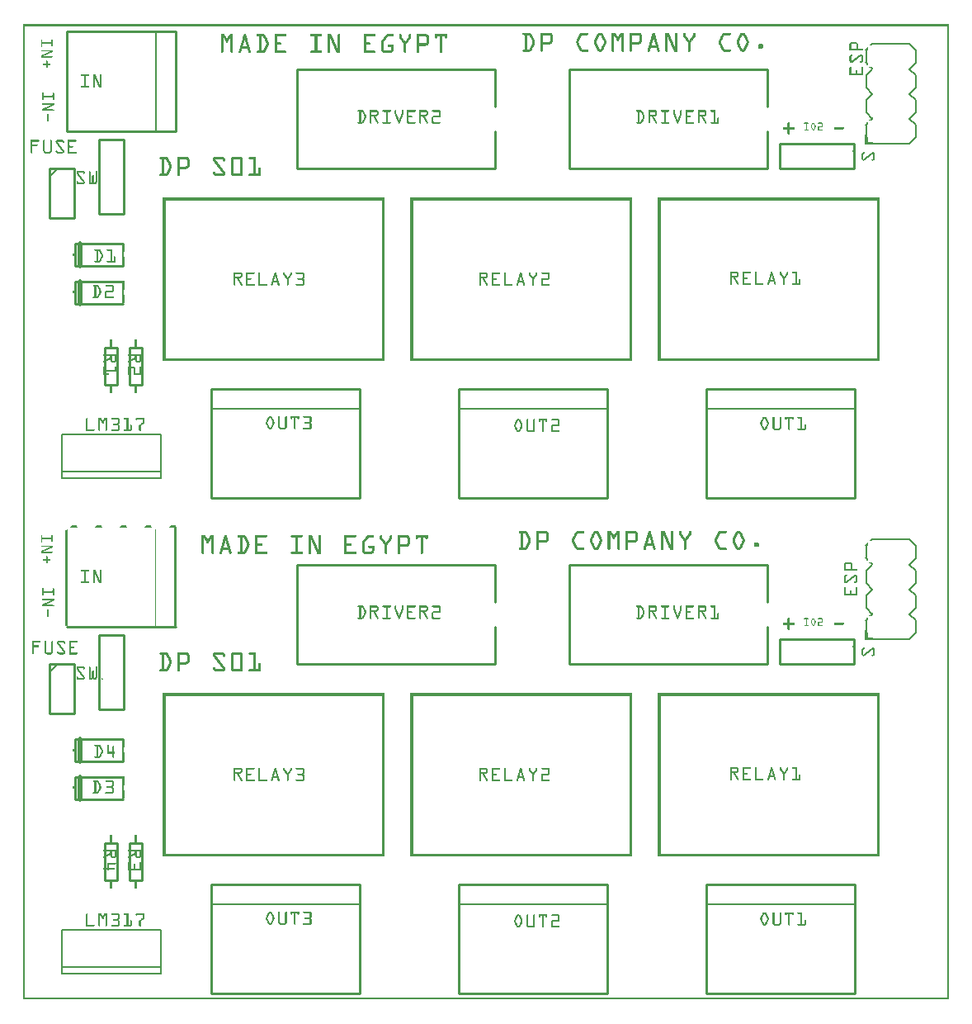
<source format=gto>
G04 MADE WITH FRITZING*
G04 WWW.FRITZING.ORG*
G04 DOUBLE SIDED*
G04 HOLES PLATED*
G04 CONTOUR ON CENTER OF CONTOUR VECTOR*
%ASAXBY*%
%FSLAX23Y23*%
%MOIN*%
%OFA0B0*%
%SFA1.0B1.0*%
%ADD10C,0.008051*%
%ADD11C,0.010000*%
%ADD12C,0.005000*%
%ADD13C,0.008000*%
%ADD14C,0.020000*%
%ADD15R,0.001000X0.001000*%
%LNSILK1*%
G90*
G70*
G54D10*
X3580Y3455D02*
X3605Y3481D01*
D02*
X3605Y3531D02*
X3580Y3556D01*
D02*
X3580Y3556D02*
X3605Y3581D01*
D02*
X3605Y3632D02*
X3580Y3657D01*
D02*
X3580Y3657D02*
X3605Y3682D01*
D02*
X3605Y3732D02*
X3580Y3757D01*
D02*
X3580Y3455D02*
X3430Y3455D01*
D02*
X3405Y3481D02*
X3405Y3531D01*
D02*
X3430Y3556D02*
X3405Y3581D01*
D02*
X3405Y3581D02*
X3405Y3632D01*
D02*
X3405Y3632D02*
X3430Y3657D01*
D02*
X3430Y3657D02*
X3405Y3682D01*
D02*
X3405Y3682D02*
X3405Y3732D01*
D02*
X3405Y3732D02*
X3430Y3757D01*
D02*
X3605Y3682D02*
X3605Y3732D01*
D02*
X3605Y3581D02*
X3605Y3632D01*
D02*
X3605Y3481D02*
X3605Y3531D01*
D02*
X3605Y3833D02*
X3580Y3858D01*
D02*
X3405Y3782D02*
X3405Y3833D01*
D02*
X3430Y3858D02*
X3580Y3858D01*
D02*
X3605Y3782D02*
X3605Y3833D01*
D02*
X3580Y3757D02*
X3605Y3782D01*
G54D11*
D02*
X3005Y3757D02*
X2205Y3757D01*
D02*
X2205Y3757D02*
X2205Y3357D01*
D02*
X2205Y3357D02*
X3005Y3357D01*
D02*
X3005Y3757D02*
X3005Y3607D01*
D02*
X3005Y3507D02*
X3005Y3357D01*
D02*
X1905Y3757D02*
X1105Y3757D01*
D02*
X1105Y3757D02*
X1105Y3357D01*
D02*
X1105Y3357D02*
X1905Y3357D01*
D02*
X1905Y3757D02*
X1905Y3607D01*
D02*
X1905Y3507D02*
X1905Y3357D01*
D02*
X2758Y2027D02*
X3359Y2027D01*
D02*
X3359Y2027D02*
X3359Y2467D01*
D02*
X3359Y2467D02*
X2758Y2467D01*
D02*
X2758Y2467D02*
X2758Y2027D01*
G54D12*
D02*
X3359Y2387D02*
X2758Y2387D01*
G54D11*
D02*
X758Y2027D02*
X1359Y2027D01*
D02*
X1359Y2027D02*
X1359Y2467D01*
D02*
X1359Y2467D02*
X758Y2467D01*
D02*
X758Y2467D02*
X758Y2027D01*
G54D12*
D02*
X1359Y2387D02*
X758Y2387D01*
G54D11*
D02*
X1758Y2027D02*
X2359Y2027D01*
D02*
X2359Y2027D02*
X2359Y2467D01*
D02*
X2359Y2467D02*
X1758Y2467D01*
D02*
X1758Y2467D02*
X1758Y2027D01*
G54D12*
D02*
X2359Y2387D02*
X1758Y2387D01*
G54D11*
D02*
X175Y3910D02*
X175Y3507D01*
D02*
X175Y3507D02*
X615Y3507D01*
D02*
X615Y3507D02*
X615Y3910D01*
D02*
X615Y3910D02*
X175Y3910D01*
G54D12*
D02*
X535Y3507D02*
X535Y3910D01*
G54D13*
D02*
X155Y2282D02*
X555Y2282D01*
D02*
X555Y2282D02*
X555Y2132D01*
D02*
X555Y2132D02*
X555Y2107D01*
D02*
X555Y2107D02*
X155Y2107D01*
D02*
X155Y2107D02*
X155Y2132D01*
D02*
X155Y2132D02*
X155Y2282D01*
D02*
X155Y2132D02*
X555Y2132D01*
G54D11*
D02*
X380Y2633D02*
X380Y2483D01*
D02*
X380Y2483D02*
X330Y2483D01*
D02*
X330Y2483D02*
X330Y2633D01*
D02*
X330Y2633D02*
X380Y2633D01*
D02*
X480Y2633D02*
X480Y2483D01*
D02*
X480Y2483D02*
X430Y2483D01*
D02*
X430Y2483D02*
X430Y2633D01*
D02*
X430Y2633D02*
X480Y2633D01*
D02*
X209Y3052D02*
X404Y3052D01*
D02*
X404Y2962D02*
X209Y2962D01*
D02*
X209Y2962D02*
X209Y3052D01*
G54D14*
D02*
X229Y2962D02*
X229Y3052D01*
G54D11*
D02*
X209Y2900D02*
X404Y2900D01*
D02*
X404Y2810D02*
X209Y2810D01*
D02*
X209Y2810D02*
X209Y2900D01*
G54D14*
D02*
X229Y2810D02*
X229Y2900D01*
G54D11*
D02*
X305Y3472D02*
X305Y3172D01*
D02*
X305Y3172D02*
X405Y3172D01*
D02*
X405Y3172D02*
X405Y3472D01*
D02*
X405Y3472D02*
X305Y3472D01*
D02*
X105Y3357D02*
X105Y3157D01*
D02*
X105Y3157D02*
X205Y3157D01*
D02*
X205Y3157D02*
X205Y3357D01*
D02*
X205Y3357D02*
X105Y3357D01*
G54D12*
D02*
X105Y3322D02*
X140Y3357D01*
G54D11*
D02*
X3355Y3457D02*
X3055Y3457D01*
D02*
X3055Y3457D02*
X3055Y3357D01*
D02*
X3055Y3357D02*
X3355Y3357D01*
D02*
X3355Y3357D02*
X3355Y3457D01*
G54D10*
D02*
X3580Y1455D02*
X3605Y1481D01*
D02*
X3605Y1531D02*
X3580Y1556D01*
D02*
X3580Y1556D02*
X3605Y1581D01*
D02*
X3605Y1632D02*
X3580Y1657D01*
D02*
X3580Y1657D02*
X3605Y1682D01*
D02*
X3605Y1732D02*
X3580Y1757D01*
D02*
X3580Y1455D02*
X3430Y1455D01*
D02*
X3405Y1481D02*
X3405Y1531D01*
D02*
X3430Y1556D02*
X3405Y1581D01*
D02*
X3405Y1581D02*
X3405Y1632D01*
D02*
X3405Y1632D02*
X3430Y1657D01*
D02*
X3430Y1657D02*
X3405Y1682D01*
D02*
X3405Y1682D02*
X3405Y1732D01*
D02*
X3405Y1732D02*
X3430Y1757D01*
D02*
X3605Y1682D02*
X3605Y1732D01*
D02*
X3605Y1581D02*
X3605Y1632D01*
D02*
X3605Y1481D02*
X3605Y1531D01*
D02*
X3605Y1833D02*
X3580Y1858D01*
D02*
X3405Y1782D02*
X3405Y1833D01*
D02*
X3430Y1858D02*
X3580Y1858D01*
D02*
X3605Y1782D02*
X3605Y1833D01*
D02*
X3580Y1757D02*
X3605Y1782D01*
G54D11*
D02*
X3005Y1757D02*
X2205Y1757D01*
D02*
X2205Y1757D02*
X2205Y1357D01*
D02*
X2205Y1357D02*
X3005Y1357D01*
D02*
X3005Y1757D02*
X3005Y1607D01*
D02*
X3005Y1507D02*
X3005Y1357D01*
D02*
X1905Y1757D02*
X1105Y1757D01*
D02*
X1105Y1757D02*
X1105Y1357D01*
D02*
X1105Y1357D02*
X1905Y1357D01*
D02*
X1905Y1757D02*
X1905Y1607D01*
D02*
X1905Y1507D02*
X1905Y1357D01*
D02*
X758Y27D02*
X1359Y27D01*
D02*
X1359Y27D02*
X1359Y467D01*
D02*
X1359Y467D02*
X758Y467D01*
D02*
X758Y467D02*
X758Y27D01*
G54D12*
D02*
X1359Y387D02*
X758Y387D01*
G54D11*
D02*
X2758Y27D02*
X3359Y27D01*
D02*
X3359Y27D02*
X3359Y467D01*
D02*
X3359Y467D02*
X2758Y467D01*
D02*
X2758Y467D02*
X2758Y27D01*
G54D12*
D02*
X3359Y387D02*
X2758Y387D01*
G54D11*
D02*
X1758Y27D02*
X2359Y27D01*
D02*
X2359Y27D02*
X2359Y467D01*
D02*
X2359Y467D02*
X1758Y467D01*
D02*
X1758Y467D02*
X1758Y27D01*
G54D12*
D02*
X2359Y387D02*
X1758Y387D01*
G54D11*
D02*
X175Y1507D02*
X615Y1507D01*
G54D13*
D02*
X155Y282D02*
X555Y282D01*
D02*
X555Y282D02*
X555Y132D01*
D02*
X555Y132D02*
X555Y107D01*
D02*
X555Y107D02*
X155Y107D01*
D02*
X155Y107D02*
X155Y132D01*
D02*
X155Y132D02*
X155Y282D01*
D02*
X155Y132D02*
X555Y132D01*
G54D11*
D02*
X480Y633D02*
X480Y483D01*
D02*
X480Y483D02*
X430Y483D01*
D02*
X430Y483D02*
X430Y633D01*
D02*
X430Y633D02*
X480Y633D01*
D02*
X380Y633D02*
X380Y483D01*
D02*
X380Y483D02*
X330Y483D01*
D02*
X330Y483D02*
X330Y633D01*
D02*
X330Y633D02*
X380Y633D01*
D02*
X209Y900D02*
X404Y900D01*
D02*
X404Y810D02*
X209Y810D01*
D02*
X209Y810D02*
X209Y900D01*
G54D14*
D02*
X229Y810D02*
X229Y900D01*
G54D11*
D02*
X209Y1052D02*
X404Y1052D01*
D02*
X404Y962D02*
X209Y962D01*
D02*
X209Y962D02*
X209Y1052D01*
G54D14*
D02*
X229Y962D02*
X229Y1052D01*
G54D11*
D02*
X305Y1472D02*
X305Y1172D01*
D02*
X305Y1172D02*
X405Y1172D01*
D02*
X405Y1172D02*
X405Y1472D01*
D02*
X405Y1472D02*
X305Y1472D01*
D02*
X105Y1357D02*
X105Y1157D01*
D02*
X105Y1157D02*
X205Y1157D01*
D02*
X205Y1157D02*
X205Y1357D01*
D02*
X205Y1357D02*
X105Y1357D01*
G54D12*
D02*
X105Y1322D02*
X140Y1357D01*
G54D11*
D02*
X3355Y1457D02*
X3055Y1457D01*
D02*
X3055Y1457D02*
X3055Y1357D01*
D02*
X3055Y1357D02*
X3355Y1357D01*
D02*
X3355Y1357D02*
X3355Y1457D01*
G54D15*
X0Y3937D02*
X3739Y3937D01*
X0Y3936D02*
X3739Y3936D01*
X0Y3935D02*
X3739Y3935D01*
X0Y3934D02*
X3739Y3934D01*
X0Y3933D02*
X3739Y3933D01*
X0Y3932D02*
X3739Y3932D01*
X0Y3931D02*
X3739Y3931D01*
X0Y3930D02*
X3739Y3930D01*
X0Y3929D02*
X7Y3929D01*
X3732Y3929D02*
X3739Y3929D01*
X0Y3928D02*
X7Y3928D01*
X3732Y3928D02*
X3739Y3928D01*
X0Y3927D02*
X7Y3927D01*
X3732Y3927D02*
X3739Y3927D01*
X0Y3926D02*
X7Y3926D01*
X3732Y3926D02*
X3739Y3926D01*
X0Y3925D02*
X7Y3925D01*
X3732Y3925D02*
X3739Y3925D01*
X0Y3924D02*
X7Y3924D01*
X3732Y3924D02*
X3739Y3924D01*
X0Y3923D02*
X7Y3923D01*
X3732Y3923D02*
X3739Y3923D01*
X0Y3922D02*
X7Y3922D01*
X3732Y3922D02*
X3739Y3922D01*
X0Y3921D02*
X7Y3921D01*
X3732Y3921D02*
X3739Y3921D01*
X0Y3920D02*
X7Y3920D01*
X3732Y3920D02*
X3739Y3920D01*
X0Y3919D02*
X7Y3919D01*
X3732Y3919D02*
X3739Y3919D01*
X0Y3918D02*
X7Y3918D01*
X3732Y3918D02*
X3739Y3918D01*
X0Y3917D02*
X7Y3917D01*
X3732Y3917D02*
X3739Y3917D01*
X0Y3916D02*
X7Y3916D01*
X3732Y3916D02*
X3739Y3916D01*
X0Y3915D02*
X7Y3915D01*
X3732Y3915D02*
X3739Y3915D01*
X0Y3914D02*
X7Y3914D01*
X3732Y3914D02*
X3739Y3914D01*
X0Y3913D02*
X7Y3913D01*
X3732Y3913D02*
X3739Y3913D01*
X0Y3912D02*
X7Y3912D01*
X3732Y3912D02*
X3739Y3912D01*
X0Y3911D02*
X7Y3911D01*
X3732Y3911D02*
X3739Y3911D01*
X0Y3910D02*
X7Y3910D01*
X3732Y3910D02*
X3739Y3910D01*
X0Y3909D02*
X7Y3909D01*
X3732Y3909D02*
X3739Y3909D01*
X0Y3908D02*
X7Y3908D01*
X3732Y3908D02*
X3739Y3908D01*
X0Y3907D02*
X7Y3907D01*
X3732Y3907D02*
X3739Y3907D01*
X0Y3906D02*
X7Y3906D01*
X3732Y3906D02*
X3739Y3906D01*
X0Y3905D02*
X7Y3905D01*
X3732Y3905D02*
X3739Y3905D01*
X0Y3904D02*
X7Y3904D01*
X3732Y3904D02*
X3739Y3904D01*
X0Y3903D02*
X7Y3903D01*
X2021Y3903D02*
X2046Y3903D01*
X2090Y3903D02*
X2129Y3903D01*
X2255Y3903D02*
X2280Y3903D01*
X2326Y3903D02*
X2335Y3903D01*
X2378Y3903D02*
X2390Y3903D01*
X2415Y3903D02*
X2427Y3903D01*
X2450Y3903D02*
X2489Y3903D01*
X2544Y3903D02*
X2549Y3903D01*
X2594Y3903D02*
X2607Y3903D01*
X2636Y3903D02*
X2640Y3903D01*
X2668Y3903D02*
X2673Y3903D01*
X2708Y3903D02*
X2712Y3903D01*
X2831Y3903D02*
X2856Y3903D01*
X2902Y3903D02*
X2910Y3903D01*
X3732Y3903D02*
X3739Y3903D01*
X0Y3902D02*
X7Y3902D01*
X2019Y3902D02*
X2048Y3902D01*
X2090Y3902D02*
X2131Y3902D01*
X2253Y3902D02*
X2282Y3902D01*
X2324Y3902D02*
X2337Y3902D01*
X2378Y3902D02*
X2391Y3902D01*
X2414Y3902D02*
X2427Y3902D01*
X2450Y3902D02*
X2491Y3902D01*
X2543Y3902D02*
X2550Y3902D01*
X2594Y3902D02*
X2607Y3902D01*
X2635Y3902D02*
X2642Y3902D01*
X2667Y3902D02*
X2674Y3902D01*
X2707Y3902D02*
X2714Y3902D01*
X2829Y3902D02*
X2858Y3902D01*
X2900Y3902D02*
X2913Y3902D01*
X3732Y3902D02*
X3739Y3902D01*
X0Y3901D02*
X7Y3901D01*
X2019Y3901D02*
X2049Y3901D01*
X2090Y3901D02*
X2132Y3901D01*
X2251Y3901D02*
X2282Y3901D01*
X2323Y3901D02*
X2338Y3901D01*
X2378Y3901D02*
X2392Y3901D01*
X2413Y3901D02*
X2427Y3901D01*
X2450Y3901D02*
X2492Y3901D01*
X2542Y3901D02*
X2550Y3901D01*
X2594Y3901D02*
X2608Y3901D01*
X2634Y3901D02*
X2642Y3901D01*
X2667Y3901D02*
X2675Y3901D01*
X2706Y3901D02*
X2714Y3901D01*
X2827Y3901D02*
X2858Y3901D01*
X2899Y3901D02*
X2914Y3901D01*
X3732Y3901D02*
X3739Y3901D01*
X0Y3900D02*
X7Y3900D01*
X2018Y3900D02*
X2050Y3900D01*
X2090Y3900D02*
X2134Y3900D01*
X2250Y3900D02*
X2283Y3900D01*
X2322Y3900D02*
X2339Y3900D01*
X2378Y3900D02*
X2392Y3900D01*
X2413Y3900D02*
X2427Y3900D01*
X2450Y3900D02*
X2494Y3900D01*
X2542Y3900D02*
X2551Y3900D01*
X2594Y3900D02*
X2608Y3900D01*
X2634Y3900D02*
X2643Y3900D01*
X2666Y3900D02*
X2675Y3900D01*
X2706Y3900D02*
X2715Y3900D01*
X2826Y3900D02*
X2859Y3900D01*
X2898Y3900D02*
X2915Y3900D01*
X3732Y3900D02*
X3739Y3900D01*
X0Y3899D02*
X7Y3899D01*
X2018Y3899D02*
X2052Y3899D01*
X2090Y3899D02*
X2135Y3899D01*
X2249Y3899D02*
X2283Y3899D01*
X2321Y3899D02*
X2340Y3899D01*
X2378Y3899D02*
X2393Y3899D01*
X2412Y3899D02*
X2427Y3899D01*
X2450Y3899D02*
X2495Y3899D01*
X2542Y3899D02*
X2551Y3899D01*
X2594Y3899D02*
X2609Y3899D01*
X2634Y3899D02*
X2643Y3899D01*
X2666Y3899D02*
X2675Y3899D01*
X2706Y3899D02*
X2715Y3899D01*
X2825Y3899D02*
X2859Y3899D01*
X2897Y3899D02*
X2916Y3899D01*
X3732Y3899D02*
X3739Y3899D01*
X0Y3898D02*
X7Y3898D01*
X799Y3898D02*
X810Y3898D01*
X836Y3898D02*
X847Y3898D01*
X894Y3898D02*
X896Y3898D01*
X946Y3898D02*
X968Y3898D01*
X1015Y3898D02*
X1060Y3898D01*
X1162Y3898D02*
X1204Y3898D01*
X1231Y3898D02*
X1243Y3898D01*
X1274Y3898D02*
X1276Y3898D01*
X1375Y3898D02*
X1420Y3898D01*
X1474Y3898D02*
X1492Y3898D01*
X1522Y3898D02*
X1524Y3898D01*
X1562Y3898D02*
X1564Y3898D01*
X1591Y3898D02*
X1627Y3898D01*
X1663Y3898D02*
X1711Y3898D01*
X2018Y3898D02*
X2053Y3898D01*
X2090Y3898D02*
X2136Y3898D01*
X2248Y3898D02*
X2283Y3898D01*
X2320Y3898D02*
X2341Y3898D01*
X2378Y3898D02*
X2394Y3898D01*
X2411Y3898D02*
X2427Y3898D01*
X2450Y3898D02*
X2496Y3898D01*
X2541Y3898D02*
X2551Y3898D01*
X2594Y3898D02*
X2609Y3898D01*
X2634Y3898D02*
X2643Y3898D01*
X2666Y3898D02*
X2675Y3898D01*
X2706Y3898D02*
X2715Y3898D01*
X2824Y3898D02*
X2859Y3898D01*
X2896Y3898D02*
X2917Y3898D01*
X3732Y3898D02*
X3739Y3898D01*
X0Y3897D02*
X7Y3897D01*
X799Y3897D02*
X811Y3897D01*
X835Y3897D02*
X847Y3897D01*
X892Y3897D02*
X898Y3897D01*
X944Y3897D02*
X971Y3897D01*
X1015Y3897D02*
X1062Y3897D01*
X1160Y3897D02*
X1206Y3897D01*
X1231Y3897D02*
X1243Y3897D01*
X1272Y3897D02*
X1278Y3897D01*
X1375Y3897D02*
X1422Y3897D01*
X1470Y3897D02*
X1494Y3897D01*
X1520Y3897D02*
X1526Y3897D01*
X1560Y3897D02*
X1566Y3897D01*
X1591Y3897D02*
X1630Y3897D01*
X1663Y3897D02*
X1711Y3897D01*
X2018Y3897D02*
X2053Y3897D01*
X2090Y3897D02*
X2136Y3897D01*
X2247Y3897D02*
X2283Y3897D01*
X2319Y3897D02*
X2341Y3897D01*
X2378Y3897D02*
X2395Y3897D01*
X2410Y3897D02*
X2427Y3897D01*
X2450Y3897D02*
X2496Y3897D01*
X2541Y3897D02*
X2552Y3897D01*
X2594Y3897D02*
X2609Y3897D01*
X2634Y3897D02*
X2643Y3897D01*
X2666Y3897D02*
X2675Y3897D01*
X2706Y3897D02*
X2715Y3897D01*
X2823Y3897D02*
X2859Y3897D01*
X2895Y3897D02*
X2917Y3897D01*
X3732Y3897D02*
X3739Y3897D01*
X0Y3896D02*
X7Y3896D01*
X799Y3896D02*
X812Y3896D01*
X834Y3896D02*
X847Y3896D01*
X891Y3896D02*
X899Y3896D01*
X944Y3896D02*
X973Y3896D01*
X1015Y3896D02*
X1062Y3896D01*
X1160Y3896D02*
X1206Y3896D01*
X1231Y3896D02*
X1244Y3896D01*
X1271Y3896D02*
X1278Y3896D01*
X1375Y3896D02*
X1422Y3896D01*
X1468Y3896D02*
X1494Y3896D01*
X1520Y3896D02*
X1527Y3896D01*
X1559Y3896D02*
X1566Y3896D01*
X1591Y3896D02*
X1632Y3896D01*
X1663Y3896D02*
X1711Y3896D01*
X2019Y3896D02*
X2054Y3896D01*
X2090Y3896D02*
X2137Y3896D01*
X2247Y3896D02*
X2282Y3896D01*
X2319Y3896D02*
X2342Y3896D01*
X2378Y3896D02*
X2395Y3896D01*
X2410Y3896D02*
X2427Y3896D01*
X2450Y3896D02*
X2497Y3896D01*
X2541Y3896D02*
X2552Y3896D01*
X2594Y3896D02*
X2610Y3896D01*
X2634Y3896D02*
X2643Y3896D01*
X2666Y3896D02*
X2675Y3896D01*
X2706Y3896D02*
X2715Y3896D01*
X2823Y3896D02*
X2858Y3896D01*
X2895Y3896D02*
X2918Y3896D01*
X3732Y3896D02*
X3739Y3896D01*
X0Y3895D02*
X7Y3895D01*
X799Y3895D02*
X813Y3895D01*
X833Y3895D02*
X847Y3895D01*
X891Y3895D02*
X899Y3895D01*
X943Y3895D02*
X974Y3895D01*
X1015Y3895D02*
X1063Y3895D01*
X1159Y3895D02*
X1207Y3895D01*
X1231Y3895D02*
X1244Y3895D01*
X1271Y3895D02*
X1279Y3895D01*
X1375Y3895D02*
X1423Y3895D01*
X1467Y3895D02*
X1495Y3895D01*
X1519Y3895D02*
X1527Y3895D01*
X1559Y3895D02*
X1567Y3895D01*
X1591Y3895D02*
X1633Y3895D01*
X1663Y3895D02*
X1711Y3895D01*
X2020Y3895D02*
X2054Y3895D01*
X2090Y3895D02*
X2138Y3895D01*
X2246Y3895D02*
X2281Y3895D01*
X2318Y3895D02*
X2343Y3895D01*
X2378Y3895D02*
X2396Y3895D01*
X2409Y3895D02*
X2427Y3895D01*
X2450Y3895D02*
X2498Y3895D01*
X2541Y3895D02*
X2552Y3895D01*
X2594Y3895D02*
X2610Y3895D01*
X2634Y3895D02*
X2643Y3895D01*
X2666Y3895D02*
X2675Y3895D01*
X2706Y3895D02*
X2715Y3895D01*
X2822Y3895D02*
X2857Y3895D01*
X2894Y3895D02*
X2919Y3895D01*
X3732Y3895D02*
X3739Y3895D01*
X0Y3894D02*
X7Y3894D01*
X799Y3894D02*
X813Y3894D01*
X833Y3894D02*
X847Y3894D01*
X890Y3894D02*
X900Y3894D01*
X943Y3894D02*
X975Y3894D01*
X1015Y3894D02*
X1063Y3894D01*
X1159Y3894D02*
X1207Y3894D01*
X1231Y3894D02*
X1245Y3894D01*
X1270Y3894D02*
X1279Y3894D01*
X1375Y3894D02*
X1423Y3894D01*
X1466Y3894D02*
X1495Y3894D01*
X1519Y3894D02*
X1528Y3894D01*
X1558Y3894D02*
X1567Y3894D01*
X1591Y3894D02*
X1635Y3894D01*
X1663Y3894D02*
X1711Y3894D01*
X2022Y3894D02*
X2055Y3894D01*
X2090Y3894D02*
X2138Y3894D01*
X2246Y3894D02*
X2279Y3894D01*
X2318Y3894D02*
X2343Y3894D01*
X2378Y3894D02*
X2397Y3894D01*
X2408Y3894D02*
X2427Y3894D01*
X2450Y3894D02*
X2498Y3894D01*
X2540Y3894D02*
X2553Y3894D01*
X2594Y3894D02*
X2611Y3894D01*
X2634Y3894D02*
X2643Y3894D01*
X2666Y3894D02*
X2675Y3894D01*
X2706Y3894D02*
X2715Y3894D01*
X2822Y3894D02*
X2855Y3894D01*
X2894Y3894D02*
X2919Y3894D01*
X3732Y3894D02*
X3739Y3894D01*
X0Y3893D02*
X7Y3893D01*
X799Y3893D02*
X814Y3893D01*
X832Y3893D02*
X847Y3893D01*
X890Y3893D02*
X900Y3893D01*
X943Y3893D02*
X977Y3893D01*
X1015Y3893D02*
X1063Y3893D01*
X1159Y3893D02*
X1207Y3893D01*
X1231Y3893D02*
X1245Y3893D01*
X1270Y3893D02*
X1279Y3893D01*
X1375Y3893D02*
X1423Y3893D01*
X1465Y3893D02*
X1495Y3893D01*
X1519Y3893D02*
X1528Y3893D01*
X1558Y3893D02*
X1567Y3893D01*
X1591Y3893D02*
X1636Y3893D01*
X1663Y3893D02*
X1711Y3893D01*
X2028Y3893D02*
X2037Y3893D01*
X2044Y3893D02*
X2055Y3893D01*
X2090Y3893D02*
X2099Y3893D01*
X2127Y3893D02*
X2138Y3893D01*
X2245Y3893D02*
X2257Y3893D01*
X2317Y3893D02*
X2328Y3893D01*
X2333Y3893D02*
X2344Y3893D01*
X2378Y3893D02*
X2397Y3893D01*
X2408Y3893D02*
X2427Y3893D01*
X2450Y3893D02*
X2459Y3893D01*
X2487Y3893D02*
X2498Y3893D01*
X2540Y3893D02*
X2553Y3893D01*
X2594Y3893D02*
X2611Y3893D01*
X2634Y3893D02*
X2643Y3893D01*
X2666Y3893D02*
X2675Y3893D01*
X2706Y3893D02*
X2715Y3893D01*
X2821Y3893D02*
X2833Y3893D01*
X2893Y3893D02*
X2904Y3893D01*
X2909Y3893D02*
X2920Y3893D01*
X3732Y3893D02*
X3739Y3893D01*
X0Y3892D02*
X7Y3892D01*
X799Y3892D02*
X815Y3892D01*
X831Y3892D02*
X847Y3892D01*
X890Y3892D02*
X900Y3892D01*
X943Y3892D02*
X977Y3892D01*
X1015Y3892D02*
X1063Y3892D01*
X1159Y3892D02*
X1207Y3892D01*
X1231Y3892D02*
X1246Y3892D01*
X1270Y3892D02*
X1279Y3892D01*
X1375Y3892D02*
X1423Y3892D01*
X1464Y3892D02*
X1495Y3892D01*
X1519Y3892D02*
X1528Y3892D01*
X1558Y3892D02*
X1567Y3892D01*
X1591Y3892D02*
X1636Y3892D01*
X1663Y3892D02*
X1711Y3892D01*
X2028Y3892D02*
X2037Y3892D01*
X2045Y3892D02*
X2056Y3892D01*
X2090Y3892D02*
X2099Y3892D01*
X2128Y3892D02*
X2139Y3892D01*
X2245Y3892D02*
X2256Y3892D01*
X2317Y3892D02*
X2327Y3892D01*
X2334Y3892D02*
X2344Y3892D01*
X2378Y3892D02*
X2398Y3892D01*
X2407Y3892D02*
X2427Y3892D01*
X2450Y3892D02*
X2459Y3892D01*
X2488Y3892D02*
X2499Y3892D01*
X2540Y3892D02*
X2553Y3892D01*
X2594Y3892D02*
X2612Y3892D01*
X2634Y3892D02*
X2643Y3892D01*
X2666Y3892D02*
X2675Y3892D01*
X2706Y3892D02*
X2715Y3892D01*
X2821Y3892D02*
X2831Y3892D01*
X2893Y3892D02*
X2903Y3892D01*
X2909Y3892D02*
X2920Y3892D01*
X3732Y3892D02*
X3739Y3892D01*
X0Y3891D02*
X7Y3891D01*
X799Y3891D02*
X815Y3891D01*
X831Y3891D02*
X847Y3891D01*
X890Y3891D02*
X900Y3891D01*
X943Y3891D02*
X978Y3891D01*
X1015Y3891D02*
X1063Y3891D01*
X1159Y3891D02*
X1207Y3891D01*
X1231Y3891D02*
X1246Y3891D01*
X1270Y3891D02*
X1279Y3891D01*
X1375Y3891D02*
X1423Y3891D01*
X1463Y3891D02*
X1495Y3891D01*
X1519Y3891D02*
X1528Y3891D01*
X1558Y3891D02*
X1567Y3891D01*
X1591Y3891D02*
X1637Y3891D01*
X1663Y3891D02*
X1711Y3891D01*
X2028Y3891D02*
X2037Y3891D01*
X2046Y3891D02*
X2056Y3891D01*
X2090Y3891D02*
X2099Y3891D01*
X2129Y3891D02*
X2139Y3891D01*
X2244Y3891D02*
X2255Y3891D01*
X2316Y3891D02*
X2327Y3891D01*
X2334Y3891D02*
X2345Y3891D01*
X2378Y3891D02*
X2399Y3891D01*
X2406Y3891D02*
X2427Y3891D01*
X2450Y3891D02*
X2459Y3891D01*
X2489Y3891D02*
X2499Y3891D01*
X2539Y3891D02*
X2553Y3891D01*
X2594Y3891D02*
X2612Y3891D01*
X2634Y3891D02*
X2643Y3891D01*
X2666Y3891D02*
X2676Y3891D01*
X2705Y3891D02*
X2715Y3891D01*
X2820Y3891D02*
X2831Y3891D01*
X2892Y3891D02*
X2903Y3891D01*
X2910Y3891D02*
X2920Y3891D01*
X3732Y3891D02*
X3739Y3891D01*
X0Y3890D02*
X7Y3890D01*
X799Y3890D02*
X816Y3890D01*
X830Y3890D02*
X847Y3890D01*
X889Y3890D02*
X901Y3890D01*
X944Y3890D02*
X979Y3890D01*
X1015Y3890D02*
X1062Y3890D01*
X1160Y3890D02*
X1206Y3890D01*
X1231Y3890D02*
X1247Y3890D01*
X1270Y3890D02*
X1279Y3890D01*
X1375Y3890D02*
X1422Y3890D01*
X1462Y3890D02*
X1494Y3890D01*
X1519Y3890D02*
X1528Y3890D01*
X1558Y3890D02*
X1567Y3890D01*
X1591Y3890D02*
X1638Y3890D01*
X1663Y3890D02*
X1711Y3890D01*
X2028Y3890D02*
X2037Y3890D01*
X2047Y3890D02*
X2057Y3890D01*
X2090Y3890D02*
X2099Y3890D01*
X2130Y3890D02*
X2139Y3890D01*
X2244Y3890D02*
X2254Y3890D01*
X2316Y3890D02*
X2326Y3890D01*
X2335Y3890D02*
X2345Y3890D01*
X2378Y3890D02*
X2399Y3890D01*
X2406Y3890D02*
X2427Y3890D01*
X2450Y3890D02*
X2459Y3890D01*
X2490Y3890D02*
X2499Y3890D01*
X2539Y3890D02*
X2554Y3890D01*
X2594Y3890D02*
X2612Y3890D01*
X2634Y3890D02*
X2643Y3890D01*
X2666Y3890D02*
X2677Y3890D01*
X2704Y3890D02*
X2715Y3890D01*
X2820Y3890D02*
X2830Y3890D01*
X2892Y3890D02*
X2902Y3890D01*
X2911Y3890D02*
X2921Y3890D01*
X3732Y3890D02*
X3739Y3890D01*
X0Y3889D02*
X7Y3889D01*
X799Y3889D02*
X817Y3889D01*
X829Y3889D02*
X847Y3889D01*
X889Y3889D02*
X901Y3889D01*
X945Y3889D02*
X979Y3889D01*
X1015Y3889D02*
X1061Y3889D01*
X1161Y3889D02*
X1205Y3889D01*
X1231Y3889D02*
X1247Y3889D01*
X1270Y3889D02*
X1279Y3889D01*
X1375Y3889D02*
X1421Y3889D01*
X1462Y3889D02*
X1493Y3889D01*
X1519Y3889D02*
X1528Y3889D01*
X1558Y3889D02*
X1567Y3889D01*
X1591Y3889D02*
X1638Y3889D01*
X1663Y3889D02*
X1711Y3889D01*
X2028Y3889D02*
X2037Y3889D01*
X2047Y3889D02*
X2057Y3889D01*
X2090Y3889D02*
X2099Y3889D01*
X2130Y3889D02*
X2139Y3889D01*
X2243Y3889D02*
X2254Y3889D01*
X2315Y3889D02*
X2326Y3889D01*
X2335Y3889D02*
X2346Y3889D01*
X2378Y3889D02*
X2387Y3889D01*
X2389Y3889D02*
X2400Y3889D01*
X2405Y3889D02*
X2416Y3889D01*
X2418Y3889D02*
X2427Y3889D01*
X2450Y3889D02*
X2459Y3889D01*
X2490Y3889D02*
X2499Y3889D01*
X2539Y3889D02*
X2554Y3889D01*
X2594Y3889D02*
X2613Y3889D01*
X2634Y3889D02*
X2643Y3889D01*
X2666Y3889D02*
X2678Y3889D01*
X2703Y3889D02*
X2715Y3889D01*
X2819Y3889D02*
X2830Y3889D01*
X2891Y3889D02*
X2902Y3889D01*
X2911Y3889D02*
X2921Y3889D01*
X3732Y3889D02*
X3739Y3889D01*
X0Y3888D02*
X7Y3888D01*
X799Y3888D02*
X817Y3888D01*
X829Y3888D02*
X847Y3888D01*
X889Y3888D02*
X901Y3888D01*
X952Y3888D02*
X962Y3888D01*
X967Y3888D02*
X980Y3888D01*
X1015Y3888D02*
X1024Y3888D01*
X1178Y3888D02*
X1188Y3888D01*
X1231Y3888D02*
X1247Y3888D01*
X1270Y3888D02*
X1279Y3888D01*
X1375Y3888D02*
X1384Y3888D01*
X1461Y3888D02*
X1474Y3888D01*
X1519Y3888D02*
X1528Y3888D01*
X1558Y3888D02*
X1567Y3888D01*
X1591Y3888D02*
X1600Y3888D01*
X1626Y3888D02*
X1639Y3888D01*
X1663Y3888D02*
X1672Y3888D01*
X1682Y3888D02*
X1692Y3888D01*
X1702Y3888D02*
X1711Y3888D01*
X2028Y3888D02*
X2037Y3888D01*
X2048Y3888D02*
X2058Y3888D01*
X2090Y3888D02*
X2099Y3888D01*
X2130Y3888D02*
X2139Y3888D01*
X2243Y3888D02*
X2253Y3888D01*
X2315Y3888D02*
X2325Y3888D01*
X2336Y3888D02*
X2346Y3888D01*
X2378Y3888D02*
X2387Y3888D01*
X2389Y3888D02*
X2401Y3888D01*
X2404Y3888D02*
X2415Y3888D01*
X2418Y3888D02*
X2427Y3888D01*
X2450Y3888D02*
X2459Y3888D01*
X2490Y3888D02*
X2499Y3888D01*
X2539Y3888D02*
X2554Y3888D01*
X2594Y3888D02*
X2613Y3888D01*
X2634Y3888D02*
X2643Y3888D01*
X2667Y3888D02*
X2678Y3888D01*
X2703Y3888D02*
X2714Y3888D01*
X2819Y3888D02*
X2829Y3888D01*
X2891Y3888D02*
X2901Y3888D01*
X2912Y3888D02*
X2922Y3888D01*
X3732Y3888D02*
X3739Y3888D01*
X0Y3887D02*
X7Y3887D01*
X799Y3887D02*
X818Y3887D01*
X828Y3887D02*
X847Y3887D01*
X888Y3887D02*
X902Y3887D01*
X953Y3887D02*
X962Y3887D01*
X969Y3887D02*
X980Y3887D01*
X1015Y3887D02*
X1024Y3887D01*
X1178Y3887D02*
X1188Y3887D01*
X1231Y3887D02*
X1248Y3887D01*
X1270Y3887D02*
X1279Y3887D01*
X1375Y3887D02*
X1384Y3887D01*
X1460Y3887D02*
X1472Y3887D01*
X1519Y3887D02*
X1528Y3887D01*
X1558Y3887D02*
X1567Y3887D01*
X1591Y3887D02*
X1600Y3887D01*
X1628Y3887D02*
X1639Y3887D01*
X1663Y3887D02*
X1672Y3887D01*
X1682Y3887D02*
X1691Y3887D01*
X1702Y3887D02*
X1711Y3887D01*
X2028Y3887D02*
X2037Y3887D01*
X2048Y3887D02*
X2058Y3887D01*
X2090Y3887D02*
X2099Y3887D01*
X2130Y3887D02*
X2139Y3887D01*
X2242Y3887D02*
X2253Y3887D01*
X2314Y3887D02*
X2325Y3887D01*
X2336Y3887D02*
X2347Y3887D01*
X2378Y3887D02*
X2387Y3887D01*
X2390Y3887D02*
X2415Y3887D01*
X2418Y3887D02*
X2427Y3887D01*
X2450Y3887D02*
X2459Y3887D01*
X2490Y3887D02*
X2499Y3887D01*
X2538Y3887D02*
X2555Y3887D01*
X2594Y3887D02*
X2614Y3887D01*
X2634Y3887D02*
X2643Y3887D01*
X2667Y3887D02*
X2679Y3887D01*
X2702Y3887D02*
X2714Y3887D01*
X2818Y3887D02*
X2829Y3887D01*
X2890Y3887D02*
X2901Y3887D01*
X2912Y3887D02*
X2922Y3887D01*
X3732Y3887D02*
X3739Y3887D01*
X0Y3886D02*
X7Y3886D01*
X799Y3886D02*
X819Y3886D01*
X827Y3886D02*
X847Y3886D01*
X888Y3886D02*
X902Y3886D01*
X953Y3886D02*
X962Y3886D01*
X970Y3886D02*
X981Y3886D01*
X1015Y3886D02*
X1024Y3886D01*
X1178Y3886D02*
X1188Y3886D01*
X1231Y3886D02*
X1248Y3886D01*
X1270Y3886D02*
X1279Y3886D01*
X1375Y3886D02*
X1384Y3886D01*
X1459Y3886D02*
X1471Y3886D01*
X1519Y3886D02*
X1528Y3886D01*
X1558Y3886D02*
X1567Y3886D01*
X1591Y3886D02*
X1600Y3886D01*
X1629Y3886D02*
X1639Y3886D01*
X1663Y3886D02*
X1672Y3886D01*
X1682Y3886D02*
X1691Y3886D01*
X1702Y3886D02*
X1711Y3886D01*
X2028Y3886D02*
X2037Y3886D01*
X2049Y3886D02*
X2059Y3886D01*
X2090Y3886D02*
X2099Y3886D01*
X2130Y3886D02*
X2139Y3886D01*
X2242Y3886D02*
X2252Y3886D01*
X2314Y3886D02*
X2324Y3886D01*
X2337Y3886D02*
X2347Y3886D01*
X2378Y3886D02*
X2387Y3886D01*
X2391Y3886D02*
X2414Y3886D01*
X2418Y3886D02*
X2427Y3886D01*
X2450Y3886D02*
X2459Y3886D01*
X2490Y3886D02*
X2499Y3886D01*
X2538Y3886D02*
X2555Y3886D01*
X2594Y3886D02*
X2614Y3886D01*
X2634Y3886D02*
X2643Y3886D01*
X2668Y3886D02*
X2680Y3886D01*
X2701Y3886D02*
X2713Y3886D01*
X2818Y3886D02*
X2828Y3886D01*
X2890Y3886D02*
X2900Y3886D01*
X2913Y3886D02*
X2923Y3886D01*
X3732Y3886D02*
X3739Y3886D01*
X0Y3885D02*
X7Y3885D01*
X799Y3885D02*
X820Y3885D01*
X826Y3885D02*
X847Y3885D01*
X888Y3885D02*
X902Y3885D01*
X953Y3885D02*
X962Y3885D01*
X971Y3885D02*
X981Y3885D01*
X1015Y3885D02*
X1024Y3885D01*
X1178Y3885D02*
X1188Y3885D01*
X1231Y3885D02*
X1249Y3885D01*
X1270Y3885D02*
X1279Y3885D01*
X1375Y3885D02*
X1384Y3885D01*
X1459Y3885D02*
X1470Y3885D01*
X1519Y3885D02*
X1529Y3885D01*
X1557Y3885D02*
X1567Y3885D01*
X1591Y3885D02*
X1600Y3885D01*
X1630Y3885D02*
X1639Y3885D01*
X1663Y3885D02*
X1672Y3885D01*
X1682Y3885D02*
X1691Y3885D01*
X1702Y3885D02*
X1711Y3885D01*
X2028Y3885D02*
X2037Y3885D01*
X2049Y3885D02*
X2059Y3885D01*
X2090Y3885D02*
X2099Y3885D01*
X2130Y3885D02*
X2139Y3885D01*
X2241Y3885D02*
X2252Y3885D01*
X2313Y3885D02*
X2324Y3885D01*
X2337Y3885D02*
X2347Y3885D01*
X2378Y3885D02*
X2387Y3885D01*
X2392Y3885D02*
X2413Y3885D01*
X2418Y3885D02*
X2427Y3885D01*
X2450Y3885D02*
X2459Y3885D01*
X2490Y3885D02*
X2499Y3885D01*
X2538Y3885D02*
X2555Y3885D01*
X2594Y3885D02*
X2615Y3885D01*
X2634Y3885D02*
X2643Y3885D01*
X2669Y3885D02*
X2681Y3885D01*
X2700Y3885D02*
X2712Y3885D01*
X2817Y3885D02*
X2828Y3885D01*
X2889Y3885D02*
X2900Y3885D01*
X2913Y3885D02*
X2923Y3885D01*
X3732Y3885D02*
X3739Y3885D01*
X0Y3884D02*
X7Y3884D01*
X799Y3884D02*
X820Y3884D01*
X826Y3884D02*
X847Y3884D01*
X887Y3884D02*
X902Y3884D01*
X953Y3884D02*
X962Y3884D01*
X971Y3884D02*
X982Y3884D01*
X1015Y3884D02*
X1024Y3884D01*
X1178Y3884D02*
X1188Y3884D01*
X1231Y3884D02*
X1249Y3884D01*
X1270Y3884D02*
X1279Y3884D01*
X1375Y3884D02*
X1384Y3884D01*
X1458Y3884D02*
X1470Y3884D01*
X1519Y3884D02*
X1530Y3884D01*
X1556Y3884D02*
X1567Y3884D01*
X1591Y3884D02*
X1600Y3884D01*
X1630Y3884D02*
X1639Y3884D01*
X1663Y3884D02*
X1672Y3884D01*
X1682Y3884D02*
X1691Y3884D01*
X1702Y3884D02*
X1711Y3884D01*
X2028Y3884D02*
X2037Y3884D01*
X2050Y3884D02*
X2060Y3884D01*
X2090Y3884D02*
X2099Y3884D01*
X2130Y3884D02*
X2139Y3884D01*
X2241Y3884D02*
X2251Y3884D01*
X2313Y3884D02*
X2323Y3884D01*
X2338Y3884D02*
X2348Y3884D01*
X2378Y3884D02*
X2387Y3884D01*
X2392Y3884D02*
X2413Y3884D01*
X2418Y3884D02*
X2427Y3884D01*
X2450Y3884D02*
X2459Y3884D01*
X2490Y3884D02*
X2499Y3884D01*
X2537Y3884D02*
X2556Y3884D01*
X2594Y3884D02*
X2603Y3884D01*
X2605Y3884D02*
X2615Y3884D01*
X2634Y3884D02*
X2643Y3884D01*
X2670Y3884D02*
X2681Y3884D01*
X2699Y3884D02*
X2711Y3884D01*
X2817Y3884D02*
X2827Y3884D01*
X2889Y3884D02*
X2899Y3884D01*
X2914Y3884D02*
X2924Y3884D01*
X3732Y3884D02*
X3739Y3884D01*
X0Y3883D02*
X7Y3883D01*
X799Y3883D02*
X808Y3883D01*
X810Y3883D02*
X821Y3883D01*
X825Y3883D02*
X836Y3883D01*
X838Y3883D02*
X847Y3883D01*
X887Y3883D02*
X903Y3883D01*
X953Y3883D02*
X962Y3883D01*
X972Y3883D02*
X982Y3883D01*
X1015Y3883D02*
X1024Y3883D01*
X1178Y3883D02*
X1188Y3883D01*
X1231Y3883D02*
X1250Y3883D01*
X1270Y3883D02*
X1279Y3883D01*
X1375Y3883D02*
X1384Y3883D01*
X1457Y3883D02*
X1469Y3883D01*
X1519Y3883D02*
X1530Y3883D01*
X1555Y3883D02*
X1567Y3883D01*
X1591Y3883D02*
X1600Y3883D01*
X1630Y3883D02*
X1639Y3883D01*
X1663Y3883D02*
X1671Y3883D01*
X1682Y3883D02*
X1691Y3883D01*
X1703Y3883D02*
X1711Y3883D01*
X2028Y3883D02*
X2037Y3883D01*
X2050Y3883D02*
X2060Y3883D01*
X2090Y3883D02*
X2099Y3883D01*
X2130Y3883D02*
X2139Y3883D01*
X2240Y3883D02*
X2251Y3883D01*
X2312Y3883D02*
X2323Y3883D01*
X2338Y3883D02*
X2348Y3883D01*
X2378Y3883D02*
X2387Y3883D01*
X2393Y3883D02*
X2412Y3883D01*
X2418Y3883D02*
X2427Y3883D01*
X2450Y3883D02*
X2459Y3883D01*
X2490Y3883D02*
X2499Y3883D01*
X2537Y3883D02*
X2556Y3883D01*
X2594Y3883D02*
X2603Y3883D01*
X2605Y3883D02*
X2616Y3883D01*
X2634Y3883D02*
X2643Y3883D01*
X2670Y3883D02*
X2682Y3883D01*
X2699Y3883D02*
X2711Y3883D01*
X2816Y3883D02*
X2827Y3883D01*
X2888Y3883D02*
X2899Y3883D01*
X2914Y3883D02*
X2924Y3883D01*
X3732Y3883D02*
X3739Y3883D01*
X0Y3882D02*
X7Y3882D01*
X799Y3882D02*
X808Y3882D01*
X810Y3882D02*
X822Y3882D01*
X824Y3882D02*
X836Y3882D01*
X838Y3882D02*
X847Y3882D01*
X887Y3882D02*
X903Y3882D01*
X953Y3882D02*
X962Y3882D01*
X972Y3882D02*
X983Y3882D01*
X1015Y3882D02*
X1024Y3882D01*
X1178Y3882D02*
X1188Y3882D01*
X1231Y3882D02*
X1250Y3882D01*
X1270Y3882D02*
X1279Y3882D01*
X1375Y3882D02*
X1384Y3882D01*
X1456Y3882D02*
X1468Y3882D01*
X1519Y3882D02*
X1531Y3882D01*
X1555Y3882D02*
X1567Y3882D01*
X1591Y3882D02*
X1600Y3882D01*
X1630Y3882D02*
X1639Y3882D01*
X1663Y3882D02*
X1671Y3882D01*
X1682Y3882D02*
X1691Y3882D01*
X1703Y3882D02*
X1710Y3882D01*
X2028Y3882D02*
X2037Y3882D01*
X2051Y3882D02*
X2061Y3882D01*
X2090Y3882D02*
X2099Y3882D01*
X2130Y3882D02*
X2139Y3882D01*
X2240Y3882D02*
X2250Y3882D01*
X2312Y3882D02*
X2322Y3882D01*
X2339Y3882D02*
X2349Y3882D01*
X2378Y3882D02*
X2387Y3882D01*
X2394Y3882D02*
X2411Y3882D01*
X2418Y3882D02*
X2427Y3882D01*
X2450Y3882D02*
X2459Y3882D01*
X2490Y3882D02*
X2499Y3882D01*
X2537Y3882D02*
X2556Y3882D01*
X2594Y3882D02*
X2603Y3882D01*
X2606Y3882D02*
X2616Y3882D01*
X2634Y3882D02*
X2643Y3882D01*
X2671Y3882D02*
X2683Y3882D01*
X2698Y3882D02*
X2710Y3882D01*
X2816Y3882D02*
X2826Y3882D01*
X2888Y3882D02*
X2898Y3882D01*
X2915Y3882D02*
X2925Y3882D01*
X3732Y3882D02*
X3739Y3882D01*
X0Y3881D02*
X7Y3881D01*
X799Y3881D02*
X808Y3881D01*
X811Y3881D02*
X835Y3881D01*
X838Y3881D02*
X847Y3881D01*
X887Y3881D02*
X903Y3881D01*
X953Y3881D02*
X962Y3881D01*
X973Y3881D02*
X983Y3881D01*
X1015Y3881D02*
X1024Y3881D01*
X1178Y3881D02*
X1188Y3881D01*
X1231Y3881D02*
X1250Y3881D01*
X1270Y3881D02*
X1279Y3881D01*
X1375Y3881D02*
X1384Y3881D01*
X1456Y3881D02*
X1467Y3881D01*
X1520Y3881D02*
X1532Y3881D01*
X1554Y3881D02*
X1566Y3881D01*
X1591Y3881D02*
X1600Y3881D01*
X1630Y3881D02*
X1639Y3881D01*
X1664Y3881D02*
X1670Y3881D01*
X1682Y3881D02*
X1691Y3881D01*
X1704Y3881D02*
X1710Y3881D01*
X2028Y3881D02*
X2037Y3881D01*
X2051Y3881D02*
X2061Y3881D01*
X2090Y3881D02*
X2099Y3881D01*
X2130Y3881D02*
X2139Y3881D01*
X2239Y3881D02*
X2250Y3881D01*
X2311Y3881D02*
X2322Y3881D01*
X2339Y3881D02*
X2349Y3881D01*
X2378Y3881D02*
X2387Y3881D01*
X2394Y3881D02*
X2411Y3881D01*
X2418Y3881D02*
X2427Y3881D01*
X2450Y3881D02*
X2459Y3881D01*
X2490Y3881D02*
X2499Y3881D01*
X2536Y3881D02*
X2556Y3881D01*
X2594Y3881D02*
X2603Y3881D01*
X2606Y3881D02*
X2616Y3881D01*
X2634Y3881D02*
X2643Y3881D01*
X2672Y3881D02*
X2684Y3881D01*
X2697Y3881D02*
X2709Y3881D01*
X2815Y3881D02*
X2826Y3881D01*
X2887Y3881D02*
X2898Y3881D01*
X2915Y3881D02*
X2925Y3881D01*
X3732Y3881D02*
X3739Y3881D01*
X0Y3880D02*
X7Y3880D01*
X799Y3880D02*
X808Y3880D01*
X812Y3880D02*
X834Y3880D01*
X838Y3880D02*
X847Y3880D01*
X886Y3880D02*
X904Y3880D01*
X953Y3880D02*
X962Y3880D01*
X973Y3880D02*
X984Y3880D01*
X1015Y3880D02*
X1024Y3880D01*
X1178Y3880D02*
X1188Y3880D01*
X1231Y3880D02*
X1251Y3880D01*
X1270Y3880D02*
X1279Y3880D01*
X1375Y3880D02*
X1384Y3880D01*
X1455Y3880D02*
X1467Y3880D01*
X1521Y3880D02*
X1533Y3880D01*
X1553Y3880D02*
X1565Y3880D01*
X1591Y3880D02*
X1600Y3880D01*
X1630Y3880D02*
X1639Y3880D01*
X1666Y3880D02*
X1668Y3880D01*
X1682Y3880D02*
X1691Y3880D01*
X1706Y3880D02*
X1708Y3880D01*
X2028Y3880D02*
X2037Y3880D01*
X2052Y3880D02*
X2062Y3880D01*
X2090Y3880D02*
X2099Y3880D01*
X2130Y3880D02*
X2139Y3880D01*
X2239Y3880D02*
X2249Y3880D01*
X2311Y3880D02*
X2321Y3880D01*
X2340Y3880D02*
X2350Y3880D01*
X2378Y3880D02*
X2387Y3880D01*
X2395Y3880D02*
X2410Y3880D01*
X2418Y3880D02*
X2427Y3880D01*
X2450Y3880D02*
X2459Y3880D01*
X2490Y3880D02*
X2499Y3880D01*
X2536Y3880D02*
X2557Y3880D01*
X2594Y3880D02*
X2603Y3880D01*
X2607Y3880D02*
X2617Y3880D01*
X2634Y3880D02*
X2643Y3880D01*
X2673Y3880D02*
X2685Y3880D01*
X2696Y3880D02*
X2708Y3880D01*
X2815Y3880D02*
X2825Y3880D01*
X2887Y3880D02*
X2897Y3880D01*
X2916Y3880D02*
X2926Y3880D01*
X3732Y3880D02*
X3739Y3880D01*
X0Y3879D02*
X7Y3879D01*
X799Y3879D02*
X808Y3879D01*
X812Y3879D02*
X834Y3879D01*
X838Y3879D02*
X847Y3879D01*
X886Y3879D02*
X904Y3879D01*
X953Y3879D02*
X962Y3879D01*
X974Y3879D02*
X984Y3879D01*
X1015Y3879D02*
X1024Y3879D01*
X1178Y3879D02*
X1188Y3879D01*
X1231Y3879D02*
X1251Y3879D01*
X1270Y3879D02*
X1279Y3879D01*
X1375Y3879D02*
X1384Y3879D01*
X1454Y3879D02*
X1466Y3879D01*
X1522Y3879D02*
X1534Y3879D01*
X1552Y3879D02*
X1564Y3879D01*
X1591Y3879D02*
X1600Y3879D01*
X1630Y3879D02*
X1639Y3879D01*
X1682Y3879D02*
X1691Y3879D01*
X2028Y3879D02*
X2037Y3879D01*
X2052Y3879D02*
X2062Y3879D01*
X2090Y3879D02*
X2099Y3879D01*
X2130Y3879D02*
X2139Y3879D01*
X2238Y3879D02*
X2249Y3879D01*
X2310Y3879D02*
X2321Y3879D01*
X2340Y3879D02*
X2350Y3879D01*
X2378Y3879D02*
X2387Y3879D01*
X2396Y3879D02*
X2409Y3879D01*
X2418Y3879D02*
X2427Y3879D01*
X2450Y3879D02*
X2459Y3879D01*
X2490Y3879D02*
X2499Y3879D01*
X2536Y3879D02*
X2545Y3879D01*
X2547Y3879D02*
X2557Y3879D01*
X2594Y3879D02*
X2603Y3879D01*
X2607Y3879D02*
X2617Y3879D01*
X2634Y3879D02*
X2643Y3879D01*
X2674Y3879D02*
X2685Y3879D01*
X2696Y3879D02*
X2707Y3879D01*
X2814Y3879D02*
X2825Y3879D01*
X2886Y3879D02*
X2897Y3879D01*
X2916Y3879D02*
X2926Y3879D01*
X3732Y3879D02*
X3739Y3879D01*
X0Y3878D02*
X7Y3878D01*
X799Y3878D02*
X808Y3878D01*
X813Y3878D02*
X833Y3878D01*
X838Y3878D02*
X847Y3878D01*
X886Y3878D02*
X904Y3878D01*
X953Y3878D02*
X962Y3878D01*
X974Y3878D02*
X985Y3878D01*
X1015Y3878D02*
X1024Y3878D01*
X1178Y3878D02*
X1188Y3878D01*
X1231Y3878D02*
X1240Y3878D01*
X1242Y3878D02*
X1252Y3878D01*
X1270Y3878D02*
X1279Y3878D01*
X1375Y3878D02*
X1384Y3878D01*
X1453Y3878D02*
X1465Y3878D01*
X1522Y3878D02*
X1534Y3878D01*
X1552Y3878D02*
X1563Y3878D01*
X1591Y3878D02*
X1600Y3878D01*
X1630Y3878D02*
X1639Y3878D01*
X1682Y3878D02*
X1691Y3878D01*
X2028Y3878D02*
X2037Y3878D01*
X2053Y3878D02*
X2063Y3878D01*
X2090Y3878D02*
X2099Y3878D01*
X2130Y3878D02*
X2139Y3878D01*
X2238Y3878D02*
X2248Y3878D01*
X2310Y3878D02*
X2320Y3878D01*
X2341Y3878D02*
X2351Y3878D01*
X2378Y3878D02*
X2387Y3878D01*
X2396Y3878D02*
X2408Y3878D01*
X2418Y3878D02*
X2427Y3878D01*
X2450Y3878D02*
X2459Y3878D01*
X2490Y3878D02*
X2499Y3878D01*
X2536Y3878D02*
X2545Y3878D01*
X2548Y3878D02*
X2557Y3878D01*
X2594Y3878D02*
X2603Y3878D01*
X2608Y3878D02*
X2618Y3878D01*
X2634Y3878D02*
X2643Y3878D01*
X2674Y3878D02*
X2686Y3878D01*
X2695Y3878D02*
X2707Y3878D01*
X2814Y3878D02*
X2824Y3878D01*
X2886Y3878D02*
X2896Y3878D01*
X2917Y3878D02*
X2927Y3878D01*
X3732Y3878D02*
X3739Y3878D01*
X0Y3877D02*
X7Y3877D01*
X799Y3877D02*
X808Y3877D01*
X814Y3877D02*
X832Y3877D01*
X838Y3877D02*
X847Y3877D01*
X885Y3877D02*
X904Y3877D01*
X953Y3877D02*
X962Y3877D01*
X975Y3877D02*
X985Y3877D01*
X1015Y3877D02*
X1024Y3877D01*
X1178Y3877D02*
X1188Y3877D01*
X1231Y3877D02*
X1240Y3877D01*
X1242Y3877D02*
X1252Y3877D01*
X1270Y3877D02*
X1279Y3877D01*
X1375Y3877D02*
X1384Y3877D01*
X1452Y3877D02*
X1464Y3877D01*
X1523Y3877D02*
X1535Y3877D01*
X1551Y3877D02*
X1563Y3877D01*
X1591Y3877D02*
X1600Y3877D01*
X1630Y3877D02*
X1639Y3877D01*
X1682Y3877D02*
X1691Y3877D01*
X2028Y3877D02*
X2037Y3877D01*
X2053Y3877D02*
X2063Y3877D01*
X2090Y3877D02*
X2099Y3877D01*
X2130Y3877D02*
X2139Y3877D01*
X2237Y3877D02*
X2248Y3877D01*
X2309Y3877D02*
X2320Y3877D01*
X2341Y3877D02*
X2351Y3877D01*
X2378Y3877D02*
X2387Y3877D01*
X2397Y3877D02*
X2408Y3877D01*
X2418Y3877D02*
X2427Y3877D01*
X2450Y3877D02*
X2459Y3877D01*
X2490Y3877D02*
X2499Y3877D01*
X2535Y3877D02*
X2545Y3877D01*
X2548Y3877D02*
X2558Y3877D01*
X2594Y3877D02*
X2603Y3877D01*
X2608Y3877D02*
X2618Y3877D01*
X2634Y3877D02*
X2643Y3877D01*
X2675Y3877D02*
X2687Y3877D01*
X2694Y3877D02*
X2706Y3877D01*
X2813Y3877D02*
X2824Y3877D01*
X2885Y3877D02*
X2896Y3877D01*
X2917Y3877D02*
X2927Y3877D01*
X3732Y3877D02*
X3739Y3877D01*
X0Y3876D02*
X7Y3876D01*
X74Y3876D02*
X76Y3876D01*
X115Y3876D02*
X116Y3876D01*
X799Y3876D02*
X808Y3876D01*
X814Y3876D02*
X831Y3876D01*
X838Y3876D02*
X847Y3876D01*
X885Y3876D02*
X905Y3876D01*
X953Y3876D02*
X962Y3876D01*
X975Y3876D02*
X986Y3876D01*
X1015Y3876D02*
X1024Y3876D01*
X1178Y3876D02*
X1188Y3876D01*
X1231Y3876D02*
X1240Y3876D01*
X1243Y3876D02*
X1253Y3876D01*
X1270Y3876D02*
X1279Y3876D01*
X1375Y3876D02*
X1384Y3876D01*
X1452Y3876D02*
X1463Y3876D01*
X1524Y3876D02*
X1536Y3876D01*
X1550Y3876D02*
X1562Y3876D01*
X1591Y3876D02*
X1600Y3876D01*
X1630Y3876D02*
X1639Y3876D01*
X1682Y3876D02*
X1691Y3876D01*
X2028Y3876D02*
X2037Y3876D01*
X2054Y3876D02*
X2064Y3876D01*
X2090Y3876D02*
X2099Y3876D01*
X2130Y3876D02*
X2139Y3876D01*
X2237Y3876D02*
X2247Y3876D01*
X2309Y3876D02*
X2319Y3876D01*
X2342Y3876D02*
X2352Y3876D01*
X2378Y3876D02*
X2387Y3876D01*
X2398Y3876D02*
X2407Y3876D01*
X2418Y3876D02*
X2427Y3876D01*
X2450Y3876D02*
X2459Y3876D01*
X2490Y3876D02*
X2499Y3876D01*
X2535Y3876D02*
X2545Y3876D01*
X2548Y3876D02*
X2558Y3876D01*
X2594Y3876D02*
X2603Y3876D01*
X2609Y3876D02*
X2619Y3876D01*
X2634Y3876D02*
X2643Y3876D01*
X2676Y3876D02*
X2688Y3876D01*
X2693Y3876D02*
X2705Y3876D01*
X2813Y3876D02*
X2823Y3876D01*
X2885Y3876D02*
X2895Y3876D01*
X2918Y3876D02*
X2928Y3876D01*
X3732Y3876D02*
X3739Y3876D01*
X0Y3875D02*
X7Y3875D01*
X73Y3875D02*
X77Y3875D01*
X114Y3875D02*
X117Y3875D01*
X799Y3875D02*
X808Y3875D01*
X815Y3875D02*
X831Y3875D01*
X838Y3875D02*
X847Y3875D01*
X885Y3875D02*
X905Y3875D01*
X953Y3875D02*
X962Y3875D01*
X976Y3875D02*
X986Y3875D01*
X1015Y3875D02*
X1024Y3875D01*
X1178Y3875D02*
X1188Y3875D01*
X1231Y3875D02*
X1240Y3875D01*
X1243Y3875D02*
X1253Y3875D01*
X1270Y3875D02*
X1279Y3875D01*
X1375Y3875D02*
X1384Y3875D01*
X1451Y3875D02*
X1463Y3875D01*
X1525Y3875D02*
X1537Y3875D01*
X1549Y3875D02*
X1561Y3875D01*
X1591Y3875D02*
X1600Y3875D01*
X1630Y3875D02*
X1639Y3875D01*
X1682Y3875D02*
X1691Y3875D01*
X2028Y3875D02*
X2037Y3875D01*
X2054Y3875D02*
X2064Y3875D01*
X2090Y3875D02*
X2099Y3875D01*
X2130Y3875D02*
X2139Y3875D01*
X2236Y3875D02*
X2247Y3875D01*
X2308Y3875D02*
X2319Y3875D01*
X2342Y3875D02*
X2352Y3875D01*
X2378Y3875D02*
X2387Y3875D01*
X2398Y3875D02*
X2407Y3875D01*
X2418Y3875D02*
X2427Y3875D01*
X2450Y3875D02*
X2459Y3875D01*
X2490Y3875D02*
X2499Y3875D01*
X2535Y3875D02*
X2544Y3875D01*
X2549Y3875D02*
X2558Y3875D01*
X2594Y3875D02*
X2603Y3875D01*
X2609Y3875D02*
X2619Y3875D01*
X2634Y3875D02*
X2643Y3875D01*
X2677Y3875D02*
X2688Y3875D01*
X2693Y3875D02*
X2704Y3875D01*
X2812Y3875D02*
X2823Y3875D01*
X2884Y3875D02*
X2895Y3875D01*
X2918Y3875D02*
X2928Y3875D01*
X3732Y3875D02*
X3739Y3875D01*
X0Y3874D02*
X7Y3874D01*
X73Y3874D02*
X77Y3874D01*
X113Y3874D02*
X118Y3874D01*
X799Y3874D02*
X808Y3874D01*
X816Y3874D02*
X830Y3874D01*
X838Y3874D02*
X847Y3874D01*
X885Y3874D02*
X894Y3874D01*
X896Y3874D02*
X905Y3874D01*
X953Y3874D02*
X962Y3874D01*
X976Y3874D02*
X987Y3874D01*
X1015Y3874D02*
X1024Y3874D01*
X1178Y3874D02*
X1188Y3874D01*
X1231Y3874D02*
X1240Y3874D01*
X1243Y3874D02*
X1254Y3874D01*
X1270Y3874D02*
X1279Y3874D01*
X1375Y3874D02*
X1384Y3874D01*
X1450Y3874D02*
X1462Y3874D01*
X1526Y3874D02*
X1537Y3874D01*
X1549Y3874D02*
X1560Y3874D01*
X1591Y3874D02*
X1600Y3874D01*
X1630Y3874D02*
X1639Y3874D01*
X1682Y3874D02*
X1691Y3874D01*
X2028Y3874D02*
X2037Y3874D01*
X2055Y3874D02*
X2065Y3874D01*
X2090Y3874D02*
X2099Y3874D01*
X2130Y3874D02*
X2139Y3874D01*
X2236Y3874D02*
X2246Y3874D01*
X2308Y3874D02*
X2318Y3874D01*
X2343Y3874D02*
X2353Y3874D01*
X2378Y3874D02*
X2387Y3874D01*
X2398Y3874D02*
X2407Y3874D01*
X2418Y3874D02*
X2427Y3874D01*
X2450Y3874D02*
X2459Y3874D01*
X2490Y3874D02*
X2499Y3874D01*
X2534Y3874D02*
X2544Y3874D01*
X2549Y3874D02*
X2558Y3874D01*
X2594Y3874D02*
X2603Y3874D01*
X2609Y3874D02*
X2619Y3874D01*
X2634Y3874D02*
X2643Y3874D01*
X2677Y3874D02*
X2689Y3874D01*
X2692Y3874D02*
X2704Y3874D01*
X2812Y3874D02*
X2822Y3874D01*
X2884Y3874D02*
X2894Y3874D01*
X2919Y3874D02*
X2929Y3874D01*
X3732Y3874D02*
X3739Y3874D01*
X0Y3873D02*
X7Y3873D01*
X72Y3873D02*
X77Y3873D01*
X113Y3873D02*
X118Y3873D01*
X799Y3873D02*
X808Y3873D01*
X817Y3873D02*
X829Y3873D01*
X838Y3873D02*
X847Y3873D01*
X884Y3873D02*
X894Y3873D01*
X896Y3873D02*
X906Y3873D01*
X953Y3873D02*
X962Y3873D01*
X977Y3873D02*
X987Y3873D01*
X1015Y3873D02*
X1024Y3873D01*
X1178Y3873D02*
X1188Y3873D01*
X1231Y3873D02*
X1240Y3873D01*
X1244Y3873D02*
X1254Y3873D01*
X1270Y3873D02*
X1279Y3873D01*
X1375Y3873D02*
X1384Y3873D01*
X1450Y3873D02*
X1461Y3873D01*
X1526Y3873D02*
X1538Y3873D01*
X1548Y3873D02*
X1560Y3873D01*
X1591Y3873D02*
X1600Y3873D01*
X1630Y3873D02*
X1639Y3873D01*
X1682Y3873D02*
X1691Y3873D01*
X2028Y3873D02*
X2037Y3873D01*
X2055Y3873D02*
X2065Y3873D01*
X2090Y3873D02*
X2099Y3873D01*
X2130Y3873D02*
X2139Y3873D01*
X2236Y3873D02*
X2246Y3873D01*
X2308Y3873D02*
X2318Y3873D01*
X2343Y3873D02*
X2353Y3873D01*
X2378Y3873D02*
X2387Y3873D01*
X2398Y3873D02*
X2407Y3873D01*
X2418Y3873D02*
X2427Y3873D01*
X2450Y3873D02*
X2459Y3873D01*
X2490Y3873D02*
X2499Y3873D01*
X2534Y3873D02*
X2544Y3873D01*
X2549Y3873D02*
X2559Y3873D01*
X2594Y3873D02*
X2603Y3873D01*
X2610Y3873D02*
X2620Y3873D01*
X2634Y3873D02*
X2643Y3873D01*
X2678Y3873D02*
X2703Y3873D01*
X2812Y3873D02*
X2822Y3873D01*
X2884Y3873D02*
X2894Y3873D01*
X2919Y3873D02*
X2929Y3873D01*
X3732Y3873D02*
X3739Y3873D01*
X0Y3872D02*
X7Y3872D01*
X72Y3872D02*
X77Y3872D01*
X113Y3872D02*
X118Y3872D01*
X799Y3872D02*
X808Y3872D01*
X817Y3872D02*
X829Y3872D01*
X838Y3872D02*
X847Y3872D01*
X884Y3872D02*
X893Y3872D01*
X896Y3872D02*
X906Y3872D01*
X953Y3872D02*
X962Y3872D01*
X977Y3872D02*
X988Y3872D01*
X1015Y3872D02*
X1024Y3872D01*
X1178Y3872D02*
X1188Y3872D01*
X1231Y3872D02*
X1240Y3872D01*
X1244Y3872D02*
X1254Y3872D01*
X1270Y3872D02*
X1279Y3872D01*
X1375Y3872D02*
X1384Y3872D01*
X1449Y3872D02*
X1460Y3872D01*
X1527Y3872D02*
X1539Y3872D01*
X1547Y3872D02*
X1559Y3872D01*
X1591Y3872D02*
X1600Y3872D01*
X1630Y3872D02*
X1639Y3872D01*
X1682Y3872D02*
X1691Y3872D01*
X2028Y3872D02*
X2037Y3872D01*
X2056Y3872D02*
X2066Y3872D01*
X2090Y3872D02*
X2099Y3872D01*
X2130Y3872D02*
X2139Y3872D01*
X2235Y3872D02*
X2245Y3872D01*
X2307Y3872D02*
X2317Y3872D01*
X2344Y3872D02*
X2354Y3872D01*
X2378Y3872D02*
X2387Y3872D01*
X2398Y3872D02*
X2407Y3872D01*
X2418Y3872D02*
X2427Y3872D01*
X2450Y3872D02*
X2459Y3872D01*
X2490Y3872D02*
X2499Y3872D01*
X2534Y3872D02*
X2543Y3872D01*
X2549Y3872D02*
X2559Y3872D01*
X2594Y3872D02*
X2603Y3872D01*
X2610Y3872D02*
X2620Y3872D01*
X2634Y3872D02*
X2643Y3872D01*
X2679Y3872D02*
X2702Y3872D01*
X2811Y3872D02*
X2821Y3872D01*
X2883Y3872D02*
X2893Y3872D01*
X2920Y3872D02*
X2930Y3872D01*
X3732Y3872D02*
X3739Y3872D01*
X0Y3871D02*
X7Y3871D01*
X72Y3871D02*
X77Y3871D01*
X113Y3871D02*
X118Y3871D01*
X799Y3871D02*
X808Y3871D01*
X818Y3871D02*
X828Y3871D01*
X838Y3871D02*
X847Y3871D01*
X884Y3871D02*
X893Y3871D01*
X897Y3871D02*
X906Y3871D01*
X953Y3871D02*
X962Y3871D01*
X978Y3871D02*
X988Y3871D01*
X1015Y3871D02*
X1024Y3871D01*
X1178Y3871D02*
X1188Y3871D01*
X1231Y3871D02*
X1240Y3871D01*
X1245Y3871D02*
X1255Y3871D01*
X1270Y3871D02*
X1279Y3871D01*
X1375Y3871D02*
X1384Y3871D01*
X1448Y3871D02*
X1460Y3871D01*
X1528Y3871D02*
X1540Y3871D01*
X1546Y3871D02*
X1558Y3871D01*
X1591Y3871D02*
X1600Y3871D01*
X1630Y3871D02*
X1639Y3871D01*
X1682Y3871D02*
X1691Y3871D01*
X2028Y3871D02*
X2037Y3871D01*
X2056Y3871D02*
X2066Y3871D01*
X2090Y3871D02*
X2099Y3871D01*
X2130Y3871D02*
X2139Y3871D01*
X2235Y3871D02*
X2245Y3871D01*
X2307Y3871D02*
X2317Y3871D01*
X2344Y3871D02*
X2354Y3871D01*
X2378Y3871D02*
X2387Y3871D01*
X2399Y3871D02*
X2406Y3871D01*
X2418Y3871D02*
X2427Y3871D01*
X2450Y3871D02*
X2459Y3871D01*
X2490Y3871D02*
X2499Y3871D01*
X2534Y3871D02*
X2543Y3871D01*
X2550Y3871D02*
X2559Y3871D01*
X2594Y3871D02*
X2603Y3871D01*
X2611Y3871D02*
X2621Y3871D01*
X2634Y3871D02*
X2643Y3871D01*
X2680Y3871D02*
X2701Y3871D01*
X2811Y3871D02*
X2821Y3871D01*
X2883Y3871D02*
X2893Y3871D01*
X2920Y3871D02*
X2930Y3871D01*
X3732Y3871D02*
X3739Y3871D01*
X0Y3870D02*
X7Y3870D01*
X72Y3870D02*
X77Y3870D01*
X113Y3870D02*
X118Y3870D01*
X799Y3870D02*
X808Y3870D01*
X818Y3870D02*
X828Y3870D01*
X838Y3870D02*
X847Y3870D01*
X883Y3870D02*
X893Y3870D01*
X897Y3870D02*
X907Y3870D01*
X953Y3870D02*
X962Y3870D01*
X978Y3870D02*
X989Y3870D01*
X1015Y3870D02*
X1024Y3870D01*
X1178Y3870D02*
X1188Y3870D01*
X1231Y3870D02*
X1240Y3870D01*
X1245Y3870D02*
X1255Y3870D01*
X1270Y3870D02*
X1279Y3870D01*
X1375Y3870D02*
X1384Y3870D01*
X1448Y3870D02*
X1459Y3870D01*
X1529Y3870D02*
X1541Y3870D01*
X1545Y3870D02*
X1557Y3870D01*
X1591Y3870D02*
X1600Y3870D01*
X1630Y3870D02*
X1639Y3870D01*
X1682Y3870D02*
X1691Y3870D01*
X2028Y3870D02*
X2037Y3870D01*
X2057Y3870D02*
X2066Y3870D01*
X2090Y3870D02*
X2099Y3870D01*
X2130Y3870D02*
X2139Y3870D01*
X2235Y3870D02*
X2244Y3870D01*
X2307Y3870D02*
X2316Y3870D01*
X2345Y3870D02*
X2354Y3870D01*
X2378Y3870D02*
X2387Y3870D01*
X2399Y3870D02*
X2406Y3870D01*
X2418Y3870D02*
X2427Y3870D01*
X2450Y3870D02*
X2459Y3870D01*
X2490Y3870D02*
X2499Y3870D01*
X2533Y3870D02*
X2543Y3870D01*
X2550Y3870D02*
X2560Y3870D01*
X2594Y3870D02*
X2603Y3870D01*
X2611Y3870D02*
X2621Y3870D01*
X2634Y3870D02*
X2643Y3870D01*
X2681Y3870D02*
X2700Y3870D01*
X2811Y3870D02*
X2820Y3870D01*
X2883Y3870D02*
X2892Y3870D01*
X2921Y3870D02*
X2930Y3870D01*
X3732Y3870D02*
X3739Y3870D01*
X0Y3869D02*
X7Y3869D01*
X72Y3869D02*
X77Y3869D01*
X113Y3869D02*
X118Y3869D01*
X799Y3869D02*
X808Y3869D01*
X818Y3869D02*
X828Y3869D01*
X838Y3869D02*
X847Y3869D01*
X883Y3869D02*
X893Y3869D01*
X897Y3869D02*
X907Y3869D01*
X953Y3869D02*
X962Y3869D01*
X979Y3869D02*
X989Y3869D01*
X1015Y3869D02*
X1024Y3869D01*
X1178Y3869D02*
X1188Y3869D01*
X1231Y3869D02*
X1240Y3869D01*
X1246Y3869D02*
X1256Y3869D01*
X1270Y3869D02*
X1279Y3869D01*
X1375Y3869D02*
X1384Y3869D01*
X1448Y3869D02*
X1458Y3869D01*
X1529Y3869D02*
X1541Y3869D01*
X1545Y3869D02*
X1556Y3869D01*
X1591Y3869D02*
X1600Y3869D01*
X1630Y3869D02*
X1639Y3869D01*
X1682Y3869D02*
X1691Y3869D01*
X2028Y3869D02*
X2037Y3869D01*
X2057Y3869D02*
X2066Y3869D01*
X2090Y3869D02*
X2099Y3869D01*
X2129Y3869D02*
X2139Y3869D01*
X2235Y3869D02*
X2244Y3869D01*
X2307Y3869D02*
X2316Y3869D01*
X2345Y3869D02*
X2354Y3869D01*
X2378Y3869D02*
X2387Y3869D01*
X2400Y3869D02*
X2404Y3869D01*
X2418Y3869D02*
X2427Y3869D01*
X2450Y3869D02*
X2459Y3869D01*
X2489Y3869D02*
X2499Y3869D01*
X2533Y3869D02*
X2542Y3869D01*
X2550Y3869D02*
X2560Y3869D01*
X2594Y3869D02*
X2603Y3869D01*
X2612Y3869D02*
X2622Y3869D01*
X2634Y3869D02*
X2643Y3869D01*
X2681Y3869D02*
X2700Y3869D01*
X2810Y3869D02*
X2820Y3869D01*
X2882Y3869D02*
X2892Y3869D01*
X2921Y3869D02*
X2930Y3869D01*
X3732Y3869D02*
X3739Y3869D01*
X0Y3868D02*
X7Y3868D01*
X72Y3868D02*
X77Y3868D01*
X113Y3868D02*
X118Y3868D01*
X799Y3868D02*
X808Y3868D01*
X818Y3868D02*
X828Y3868D01*
X838Y3868D02*
X847Y3868D01*
X883Y3868D02*
X892Y3868D01*
X898Y3868D02*
X907Y3868D01*
X953Y3868D02*
X962Y3868D01*
X979Y3868D02*
X990Y3868D01*
X1015Y3868D02*
X1024Y3868D01*
X1178Y3868D02*
X1188Y3868D01*
X1231Y3868D02*
X1240Y3868D01*
X1246Y3868D02*
X1256Y3868D01*
X1270Y3868D02*
X1279Y3868D01*
X1375Y3868D02*
X1384Y3868D01*
X1447Y3868D02*
X1457Y3868D01*
X1530Y3868D02*
X1542Y3868D01*
X1544Y3868D02*
X1556Y3868D01*
X1591Y3868D02*
X1600Y3868D01*
X1630Y3868D02*
X1639Y3868D01*
X1682Y3868D02*
X1691Y3868D01*
X2028Y3868D02*
X2037Y3868D01*
X2057Y3868D02*
X2067Y3868D01*
X2090Y3868D02*
X2099Y3868D01*
X2129Y3868D02*
X2139Y3868D01*
X2234Y3868D02*
X2244Y3868D01*
X2306Y3868D02*
X2316Y3868D01*
X2345Y3868D02*
X2355Y3868D01*
X2378Y3868D02*
X2387Y3868D01*
X2418Y3868D02*
X2427Y3868D01*
X2450Y3868D02*
X2459Y3868D01*
X2489Y3868D02*
X2499Y3868D01*
X2533Y3868D02*
X2542Y3868D01*
X2551Y3868D02*
X2560Y3868D01*
X2594Y3868D02*
X2603Y3868D01*
X2612Y3868D02*
X2622Y3868D01*
X2634Y3868D02*
X2643Y3868D01*
X2682Y3868D02*
X2699Y3868D01*
X2810Y3868D02*
X2820Y3868D01*
X2882Y3868D02*
X2892Y3868D01*
X2921Y3868D02*
X2931Y3868D01*
X3732Y3868D02*
X3739Y3868D01*
X0Y3867D02*
X7Y3867D01*
X72Y3867D02*
X77Y3867D01*
X113Y3867D02*
X118Y3867D01*
X799Y3867D02*
X808Y3867D01*
X819Y3867D02*
X827Y3867D01*
X838Y3867D02*
X847Y3867D01*
X882Y3867D02*
X892Y3867D01*
X898Y3867D02*
X907Y3867D01*
X953Y3867D02*
X962Y3867D01*
X980Y3867D02*
X990Y3867D01*
X1015Y3867D02*
X1024Y3867D01*
X1178Y3867D02*
X1188Y3867D01*
X1231Y3867D02*
X1240Y3867D01*
X1247Y3867D02*
X1257Y3867D01*
X1270Y3867D02*
X1279Y3867D01*
X1375Y3867D02*
X1384Y3867D01*
X1447Y3867D02*
X1457Y3867D01*
X1531Y3867D02*
X1555Y3867D01*
X1591Y3867D02*
X1600Y3867D01*
X1630Y3867D02*
X1639Y3867D01*
X1682Y3867D02*
X1691Y3867D01*
X2028Y3867D02*
X2037Y3867D01*
X2058Y3867D02*
X2067Y3867D01*
X2090Y3867D02*
X2099Y3867D01*
X2128Y3867D02*
X2138Y3867D01*
X2234Y3867D02*
X2243Y3867D01*
X2306Y3867D02*
X2315Y3867D01*
X2346Y3867D02*
X2355Y3867D01*
X2378Y3867D02*
X2387Y3867D01*
X2418Y3867D02*
X2427Y3867D01*
X2450Y3867D02*
X2459Y3867D01*
X2488Y3867D02*
X2498Y3867D01*
X2532Y3867D02*
X2542Y3867D01*
X2551Y3867D02*
X2560Y3867D01*
X2594Y3867D02*
X2603Y3867D01*
X2612Y3867D02*
X2623Y3867D01*
X2634Y3867D02*
X2643Y3867D01*
X2683Y3867D02*
X2698Y3867D01*
X2810Y3867D02*
X2819Y3867D01*
X2882Y3867D02*
X2891Y3867D01*
X2922Y3867D02*
X2931Y3867D01*
X3732Y3867D02*
X3739Y3867D01*
X0Y3866D02*
X7Y3866D01*
X72Y3866D02*
X77Y3866D01*
X113Y3866D02*
X118Y3866D01*
X799Y3866D02*
X808Y3866D01*
X819Y3866D02*
X827Y3866D01*
X838Y3866D02*
X847Y3866D01*
X882Y3866D02*
X892Y3866D01*
X898Y3866D02*
X908Y3866D01*
X953Y3866D02*
X962Y3866D01*
X980Y3866D02*
X990Y3866D01*
X1015Y3866D02*
X1024Y3866D01*
X1178Y3866D02*
X1188Y3866D01*
X1231Y3866D02*
X1240Y3866D01*
X1247Y3866D02*
X1257Y3866D01*
X1270Y3866D02*
X1279Y3866D01*
X1375Y3866D02*
X1384Y3866D01*
X1447Y3866D02*
X1456Y3866D01*
X1532Y3866D02*
X1554Y3866D01*
X1591Y3866D02*
X1600Y3866D01*
X1630Y3866D02*
X1639Y3866D01*
X1682Y3866D02*
X1691Y3866D01*
X2028Y3866D02*
X2037Y3866D01*
X2058Y3866D02*
X2067Y3866D01*
X2090Y3866D02*
X2099Y3866D01*
X2126Y3866D02*
X2138Y3866D01*
X2234Y3866D02*
X2243Y3866D01*
X2306Y3866D02*
X2315Y3866D01*
X2346Y3866D02*
X2355Y3866D01*
X2378Y3866D02*
X2387Y3866D01*
X2418Y3866D02*
X2427Y3866D01*
X2450Y3866D02*
X2459Y3866D01*
X2486Y3866D02*
X2498Y3866D01*
X2532Y3866D02*
X2542Y3866D01*
X2551Y3866D02*
X2561Y3866D01*
X2594Y3866D02*
X2603Y3866D01*
X2613Y3866D02*
X2623Y3866D01*
X2634Y3866D02*
X2643Y3866D01*
X2684Y3866D02*
X2697Y3866D01*
X2810Y3866D02*
X2819Y3866D01*
X2882Y3866D02*
X2891Y3866D01*
X2922Y3866D02*
X2931Y3866D01*
X3347Y3866D02*
X3363Y3866D01*
X3732Y3866D02*
X3739Y3866D01*
X0Y3865D02*
X7Y3865D01*
X72Y3865D02*
X77Y3865D01*
X113Y3865D02*
X118Y3865D01*
X799Y3865D02*
X808Y3865D01*
X819Y3865D02*
X827Y3865D01*
X838Y3865D02*
X847Y3865D01*
X882Y3865D02*
X891Y3865D01*
X898Y3865D02*
X908Y3865D01*
X953Y3865D02*
X962Y3865D01*
X981Y3865D02*
X991Y3865D01*
X1015Y3865D02*
X1024Y3865D01*
X1178Y3865D02*
X1188Y3865D01*
X1231Y3865D02*
X1240Y3865D01*
X1247Y3865D02*
X1257Y3865D01*
X1270Y3865D02*
X1279Y3865D01*
X1375Y3865D02*
X1384Y3865D01*
X1447Y3865D02*
X1456Y3865D01*
X1533Y3865D02*
X1553Y3865D01*
X1591Y3865D02*
X1600Y3865D01*
X1630Y3865D02*
X1639Y3865D01*
X1682Y3865D02*
X1691Y3865D01*
X2028Y3865D02*
X2037Y3865D01*
X2058Y3865D02*
X2067Y3865D01*
X2090Y3865D02*
X2138Y3865D01*
X2234Y3865D02*
X2243Y3865D01*
X2306Y3865D02*
X2315Y3865D01*
X2346Y3865D02*
X2355Y3865D01*
X2378Y3865D02*
X2387Y3865D01*
X2418Y3865D02*
X2427Y3865D01*
X2450Y3865D02*
X2498Y3865D01*
X2532Y3865D02*
X2541Y3865D01*
X2552Y3865D02*
X2561Y3865D01*
X2594Y3865D02*
X2603Y3865D01*
X2613Y3865D02*
X2623Y3865D01*
X2634Y3865D02*
X2643Y3865D01*
X2684Y3865D02*
X2696Y3865D01*
X2810Y3865D02*
X2819Y3865D01*
X2882Y3865D02*
X2891Y3865D01*
X2922Y3865D02*
X2931Y3865D01*
X3344Y3865D02*
X3365Y3865D01*
X3732Y3865D02*
X3739Y3865D01*
X0Y3864D02*
X7Y3864D01*
X72Y3864D02*
X118Y3864D01*
X799Y3864D02*
X808Y3864D01*
X820Y3864D02*
X826Y3864D01*
X838Y3864D02*
X847Y3864D01*
X882Y3864D02*
X891Y3864D01*
X899Y3864D02*
X908Y3864D01*
X953Y3864D02*
X962Y3864D01*
X981Y3864D02*
X991Y3864D01*
X1015Y3864D02*
X1040Y3864D01*
X1178Y3864D02*
X1188Y3864D01*
X1231Y3864D02*
X1240Y3864D01*
X1248Y3864D02*
X1258Y3864D01*
X1270Y3864D02*
X1279Y3864D01*
X1375Y3864D02*
X1400Y3864D01*
X1447Y3864D02*
X1456Y3864D01*
X1533Y3864D02*
X1553Y3864D01*
X1591Y3864D02*
X1600Y3864D01*
X1630Y3864D02*
X1639Y3864D01*
X1682Y3864D02*
X1691Y3864D01*
X2028Y3864D02*
X2037Y3864D01*
X2058Y3864D02*
X2067Y3864D01*
X2090Y3864D02*
X2137Y3864D01*
X2234Y3864D02*
X2243Y3864D01*
X2306Y3864D02*
X2315Y3864D01*
X2346Y3864D02*
X2355Y3864D01*
X2378Y3864D02*
X2387Y3864D01*
X2418Y3864D02*
X2427Y3864D01*
X2450Y3864D02*
X2497Y3864D01*
X2531Y3864D02*
X2541Y3864D01*
X2552Y3864D02*
X2561Y3864D01*
X2594Y3864D02*
X2603Y3864D01*
X2614Y3864D02*
X2624Y3864D01*
X2634Y3864D02*
X2643Y3864D01*
X2685Y3864D02*
X2696Y3864D01*
X2810Y3864D02*
X2819Y3864D01*
X2882Y3864D02*
X2891Y3864D01*
X2922Y3864D02*
X2931Y3864D01*
X3342Y3864D02*
X3367Y3864D01*
X3732Y3864D02*
X3739Y3864D01*
X0Y3863D02*
X7Y3863D01*
X72Y3863D02*
X118Y3863D01*
X799Y3863D02*
X808Y3863D01*
X822Y3863D02*
X824Y3863D01*
X838Y3863D02*
X847Y3863D01*
X881Y3863D02*
X891Y3863D01*
X899Y3863D02*
X909Y3863D01*
X953Y3863D02*
X962Y3863D01*
X982Y3863D02*
X991Y3863D01*
X1015Y3863D02*
X1042Y3863D01*
X1178Y3863D02*
X1188Y3863D01*
X1231Y3863D02*
X1240Y3863D01*
X1248Y3863D02*
X1258Y3863D01*
X1270Y3863D02*
X1279Y3863D01*
X1375Y3863D02*
X1402Y3863D01*
X1447Y3863D02*
X1456Y3863D01*
X1534Y3863D02*
X1552Y3863D01*
X1591Y3863D02*
X1600Y3863D01*
X1630Y3863D02*
X1639Y3863D01*
X1682Y3863D02*
X1691Y3863D01*
X2028Y3863D02*
X2037Y3863D01*
X2058Y3863D02*
X2067Y3863D01*
X2090Y3863D02*
X2137Y3863D01*
X2234Y3863D02*
X2243Y3863D01*
X2306Y3863D02*
X2315Y3863D01*
X2346Y3863D02*
X2355Y3863D01*
X2378Y3863D02*
X2387Y3863D01*
X2418Y3863D02*
X2427Y3863D01*
X2450Y3863D02*
X2497Y3863D01*
X2531Y3863D02*
X2541Y3863D01*
X2552Y3863D02*
X2562Y3863D01*
X2594Y3863D02*
X2603Y3863D01*
X2614Y3863D02*
X2624Y3863D01*
X2634Y3863D02*
X2643Y3863D01*
X2686Y3863D02*
X2695Y3863D01*
X2810Y3863D02*
X2819Y3863D01*
X2882Y3863D02*
X2891Y3863D01*
X2922Y3863D02*
X2931Y3863D01*
X3341Y3863D02*
X3368Y3863D01*
X3732Y3863D02*
X3739Y3863D01*
X0Y3862D02*
X7Y3862D01*
X72Y3862D02*
X118Y3862D01*
X799Y3862D02*
X808Y3862D01*
X838Y3862D02*
X847Y3862D01*
X881Y3862D02*
X891Y3862D01*
X899Y3862D02*
X909Y3862D01*
X953Y3862D02*
X962Y3862D01*
X982Y3862D02*
X991Y3862D01*
X1015Y3862D02*
X1043Y3862D01*
X1178Y3862D02*
X1188Y3862D01*
X1231Y3862D02*
X1240Y3862D01*
X1249Y3862D02*
X1259Y3862D01*
X1270Y3862D02*
X1279Y3862D01*
X1375Y3862D02*
X1403Y3862D01*
X1447Y3862D02*
X1456Y3862D01*
X1535Y3862D02*
X1551Y3862D01*
X1591Y3862D02*
X1600Y3862D01*
X1629Y3862D02*
X1639Y3862D01*
X1682Y3862D02*
X1691Y3862D01*
X2028Y3862D02*
X2037Y3862D01*
X2057Y3862D02*
X2067Y3862D01*
X2090Y3862D02*
X2136Y3862D01*
X2234Y3862D02*
X2244Y3862D01*
X2306Y3862D02*
X2316Y3862D01*
X2345Y3862D02*
X2355Y3862D01*
X2378Y3862D02*
X2387Y3862D01*
X2418Y3862D02*
X2427Y3862D01*
X2450Y3862D02*
X2496Y3862D01*
X2531Y3862D02*
X2540Y3862D01*
X2552Y3862D02*
X2562Y3862D01*
X2594Y3862D02*
X2603Y3862D01*
X2615Y3862D02*
X2625Y3862D01*
X2634Y3862D02*
X2643Y3862D01*
X2686Y3862D02*
X2695Y3862D01*
X2810Y3862D02*
X2820Y3862D01*
X2882Y3862D02*
X2892Y3862D01*
X2921Y3862D02*
X2931Y3862D01*
X3341Y3862D02*
X3369Y3862D01*
X3428Y3862D02*
X3431Y3862D01*
X3732Y3862D02*
X3739Y3862D01*
X0Y3861D02*
X7Y3861D01*
X72Y3861D02*
X118Y3861D01*
X799Y3861D02*
X808Y3861D01*
X838Y3861D02*
X847Y3861D01*
X881Y3861D02*
X890Y3861D01*
X900Y3861D02*
X909Y3861D01*
X953Y3861D02*
X962Y3861D01*
X982Y3861D02*
X991Y3861D01*
X1015Y3861D02*
X1043Y3861D01*
X1178Y3861D02*
X1188Y3861D01*
X1231Y3861D02*
X1240Y3861D01*
X1249Y3861D02*
X1259Y3861D01*
X1270Y3861D02*
X1279Y3861D01*
X1375Y3861D02*
X1403Y3861D01*
X1447Y3861D02*
X1456Y3861D01*
X1536Y3861D02*
X1550Y3861D01*
X1591Y3861D02*
X1600Y3861D01*
X1628Y3861D02*
X1639Y3861D01*
X1682Y3861D02*
X1691Y3861D01*
X2028Y3861D02*
X2037Y3861D01*
X2057Y3861D02*
X2067Y3861D01*
X2090Y3861D02*
X2135Y3861D01*
X2234Y3861D02*
X2244Y3861D01*
X2306Y3861D02*
X2316Y3861D01*
X2345Y3861D02*
X2355Y3861D01*
X2378Y3861D02*
X2387Y3861D01*
X2418Y3861D02*
X2427Y3861D01*
X2450Y3861D02*
X2495Y3861D01*
X2531Y3861D02*
X2540Y3861D01*
X2553Y3861D02*
X2562Y3861D01*
X2594Y3861D02*
X2603Y3861D01*
X2615Y3861D02*
X2625Y3861D01*
X2634Y3861D02*
X2643Y3861D01*
X2686Y3861D02*
X2695Y3861D01*
X2810Y3861D02*
X2820Y3861D01*
X2882Y3861D02*
X2892Y3861D01*
X2921Y3861D02*
X2931Y3861D01*
X3340Y3861D02*
X3369Y3861D01*
X3427Y3861D02*
X3432Y3861D01*
X3732Y3861D02*
X3739Y3861D01*
X0Y3860D02*
X7Y3860D01*
X72Y3860D02*
X118Y3860D01*
X799Y3860D02*
X808Y3860D01*
X838Y3860D02*
X847Y3860D01*
X880Y3860D02*
X890Y3860D01*
X900Y3860D02*
X909Y3860D01*
X953Y3860D02*
X962Y3860D01*
X982Y3860D02*
X991Y3860D01*
X1015Y3860D02*
X1043Y3860D01*
X1178Y3860D02*
X1188Y3860D01*
X1231Y3860D02*
X1240Y3860D01*
X1250Y3860D02*
X1260Y3860D01*
X1270Y3860D02*
X1279Y3860D01*
X1375Y3860D02*
X1403Y3860D01*
X1447Y3860D02*
X1456Y3860D01*
X1536Y3860D02*
X1549Y3860D01*
X1591Y3860D02*
X1638Y3860D01*
X1682Y3860D02*
X1691Y3860D01*
X2028Y3860D02*
X2037Y3860D01*
X2057Y3860D02*
X2066Y3860D01*
X2090Y3860D02*
X2134Y3860D01*
X2235Y3860D02*
X2244Y3860D01*
X2307Y3860D02*
X2316Y3860D01*
X2345Y3860D02*
X2354Y3860D01*
X2378Y3860D02*
X2387Y3860D01*
X2418Y3860D02*
X2427Y3860D01*
X2450Y3860D02*
X2494Y3860D01*
X2530Y3860D02*
X2540Y3860D01*
X2553Y3860D02*
X2563Y3860D01*
X2594Y3860D02*
X2603Y3860D01*
X2616Y3860D02*
X2626Y3860D01*
X2634Y3860D02*
X2643Y3860D01*
X2686Y3860D02*
X2695Y3860D01*
X2811Y3860D02*
X2820Y3860D01*
X2883Y3860D02*
X2892Y3860D01*
X2921Y3860D02*
X2930Y3860D01*
X3339Y3860D02*
X3370Y3860D01*
X3426Y3860D02*
X3433Y3860D01*
X3732Y3860D02*
X3739Y3860D01*
X0Y3859D02*
X7Y3859D01*
X72Y3859D02*
X118Y3859D01*
X799Y3859D02*
X808Y3859D01*
X838Y3859D02*
X847Y3859D01*
X880Y3859D02*
X890Y3859D01*
X900Y3859D02*
X910Y3859D01*
X953Y3859D02*
X962Y3859D01*
X982Y3859D02*
X991Y3859D01*
X1015Y3859D02*
X1043Y3859D01*
X1178Y3859D02*
X1188Y3859D01*
X1231Y3859D02*
X1240Y3859D01*
X1250Y3859D02*
X1260Y3859D01*
X1270Y3859D02*
X1279Y3859D01*
X1375Y3859D02*
X1403Y3859D01*
X1447Y3859D02*
X1456Y3859D01*
X1537Y3859D02*
X1549Y3859D01*
X1591Y3859D02*
X1638Y3859D01*
X1682Y3859D02*
X1691Y3859D01*
X2028Y3859D02*
X2037Y3859D01*
X2056Y3859D02*
X2066Y3859D01*
X2090Y3859D02*
X2133Y3859D01*
X2235Y3859D02*
X2245Y3859D01*
X2307Y3859D02*
X2317Y3859D01*
X2344Y3859D02*
X2354Y3859D01*
X2378Y3859D02*
X2387Y3859D01*
X2418Y3859D02*
X2427Y3859D01*
X2450Y3859D02*
X2493Y3859D01*
X2530Y3859D02*
X2540Y3859D01*
X2553Y3859D02*
X2563Y3859D01*
X2594Y3859D02*
X2603Y3859D01*
X2616Y3859D02*
X2626Y3859D01*
X2634Y3859D02*
X2643Y3859D01*
X2686Y3859D02*
X2695Y3859D01*
X2811Y3859D02*
X2821Y3859D01*
X2883Y3859D02*
X2893Y3859D01*
X2920Y3859D02*
X2930Y3859D01*
X3339Y3859D02*
X3347Y3859D01*
X3362Y3859D02*
X3370Y3859D01*
X3425Y3859D02*
X3433Y3859D01*
X3732Y3859D02*
X3739Y3859D01*
X0Y3858D02*
X7Y3858D01*
X72Y3858D02*
X77Y3858D01*
X113Y3858D02*
X118Y3858D01*
X799Y3858D02*
X808Y3858D01*
X838Y3858D02*
X847Y3858D01*
X880Y3858D02*
X889Y3858D01*
X900Y3858D02*
X910Y3858D01*
X953Y3858D02*
X962Y3858D01*
X982Y3858D02*
X991Y3858D01*
X1015Y3858D02*
X1043Y3858D01*
X1178Y3858D02*
X1188Y3858D01*
X1231Y3858D02*
X1240Y3858D01*
X1250Y3858D02*
X1261Y3858D01*
X1270Y3858D02*
X1279Y3858D01*
X1375Y3858D02*
X1403Y3858D01*
X1447Y3858D02*
X1456Y3858D01*
X1538Y3858D02*
X1548Y3858D01*
X1591Y3858D02*
X1637Y3858D01*
X1682Y3858D02*
X1691Y3858D01*
X2028Y3858D02*
X2037Y3858D01*
X2056Y3858D02*
X2066Y3858D01*
X2090Y3858D02*
X2132Y3858D01*
X2235Y3858D02*
X2245Y3858D01*
X2307Y3858D02*
X2317Y3858D01*
X2344Y3858D02*
X2354Y3858D01*
X2378Y3858D02*
X2387Y3858D01*
X2418Y3858D02*
X2427Y3858D01*
X2450Y3858D02*
X2492Y3858D01*
X2530Y3858D02*
X2539Y3858D01*
X2554Y3858D02*
X2563Y3858D01*
X2594Y3858D02*
X2603Y3858D01*
X2616Y3858D02*
X2627Y3858D01*
X2634Y3858D02*
X2643Y3858D01*
X2686Y3858D02*
X2695Y3858D01*
X2811Y3858D02*
X2821Y3858D01*
X2883Y3858D02*
X2893Y3858D01*
X2920Y3858D02*
X2930Y3858D01*
X3339Y3858D02*
X3345Y3858D01*
X3364Y3858D02*
X3371Y3858D01*
X3424Y3858D02*
X3433Y3858D01*
X3732Y3858D02*
X3739Y3858D01*
X0Y3857D02*
X7Y3857D01*
X72Y3857D02*
X77Y3857D01*
X113Y3857D02*
X118Y3857D01*
X799Y3857D02*
X808Y3857D01*
X838Y3857D02*
X847Y3857D01*
X880Y3857D02*
X889Y3857D01*
X901Y3857D02*
X910Y3857D01*
X953Y3857D02*
X962Y3857D01*
X982Y3857D02*
X991Y3857D01*
X1015Y3857D02*
X1043Y3857D01*
X1178Y3857D02*
X1188Y3857D01*
X1231Y3857D02*
X1240Y3857D01*
X1251Y3857D02*
X1261Y3857D01*
X1270Y3857D02*
X1279Y3857D01*
X1375Y3857D02*
X1403Y3857D01*
X1447Y3857D02*
X1456Y3857D01*
X1538Y3857D02*
X1547Y3857D01*
X1591Y3857D02*
X1637Y3857D01*
X1682Y3857D02*
X1691Y3857D01*
X2028Y3857D02*
X2037Y3857D01*
X2055Y3857D02*
X2065Y3857D01*
X2090Y3857D02*
X2130Y3857D01*
X2236Y3857D02*
X2246Y3857D01*
X2307Y3857D02*
X2318Y3857D01*
X2343Y3857D02*
X2353Y3857D01*
X2378Y3857D02*
X2387Y3857D01*
X2418Y3857D02*
X2427Y3857D01*
X2450Y3857D02*
X2490Y3857D01*
X2529Y3857D02*
X2539Y3857D01*
X2554Y3857D02*
X2563Y3857D01*
X2594Y3857D02*
X2603Y3857D01*
X2617Y3857D02*
X2627Y3857D01*
X2634Y3857D02*
X2643Y3857D01*
X2686Y3857D02*
X2695Y3857D01*
X2811Y3857D02*
X2822Y3857D01*
X2883Y3857D02*
X2894Y3857D01*
X2919Y3857D02*
X2929Y3857D01*
X2973Y3857D02*
X2984Y3857D01*
X3338Y3857D02*
X3345Y3857D01*
X3365Y3857D02*
X3371Y3857D01*
X3423Y3857D02*
X3433Y3857D01*
X3732Y3857D02*
X3739Y3857D01*
X0Y3856D02*
X7Y3856D01*
X72Y3856D02*
X77Y3856D01*
X113Y3856D02*
X118Y3856D01*
X799Y3856D02*
X808Y3856D01*
X838Y3856D02*
X847Y3856D01*
X879Y3856D02*
X889Y3856D01*
X901Y3856D02*
X911Y3856D01*
X953Y3856D02*
X962Y3856D01*
X982Y3856D02*
X991Y3856D01*
X1015Y3856D02*
X1042Y3856D01*
X1178Y3856D02*
X1188Y3856D01*
X1231Y3856D02*
X1240Y3856D01*
X1251Y3856D02*
X1261Y3856D01*
X1270Y3856D02*
X1279Y3856D01*
X1375Y3856D02*
X1402Y3856D01*
X1447Y3856D02*
X1456Y3856D01*
X1538Y3856D02*
X1547Y3856D01*
X1591Y3856D02*
X1636Y3856D01*
X1682Y3856D02*
X1691Y3856D01*
X2028Y3856D02*
X2037Y3856D01*
X2055Y3856D02*
X2065Y3856D01*
X2090Y3856D02*
X2127Y3856D01*
X2236Y3856D02*
X2246Y3856D01*
X2308Y3856D02*
X2318Y3856D01*
X2343Y3856D02*
X2353Y3856D01*
X2378Y3856D02*
X2387Y3856D01*
X2418Y3856D02*
X2427Y3856D01*
X2450Y3856D02*
X2487Y3856D01*
X2529Y3856D02*
X2539Y3856D01*
X2554Y3856D02*
X2564Y3856D01*
X2594Y3856D02*
X2603Y3856D01*
X2617Y3856D02*
X2627Y3856D01*
X2634Y3856D02*
X2643Y3856D01*
X2686Y3856D02*
X2695Y3856D01*
X2812Y3856D02*
X2822Y3856D01*
X2884Y3856D02*
X2894Y3856D01*
X2919Y3856D02*
X2929Y3856D01*
X2971Y3856D02*
X2986Y3856D01*
X3338Y3856D02*
X3344Y3856D01*
X3365Y3856D02*
X3371Y3856D01*
X3422Y3856D02*
X3432Y3856D01*
X3732Y3856D02*
X3739Y3856D01*
X0Y3855D02*
X7Y3855D01*
X72Y3855D02*
X77Y3855D01*
X113Y3855D02*
X118Y3855D01*
X799Y3855D02*
X808Y3855D01*
X838Y3855D02*
X847Y3855D01*
X879Y3855D02*
X889Y3855D01*
X901Y3855D02*
X911Y3855D01*
X953Y3855D02*
X962Y3855D01*
X981Y3855D02*
X991Y3855D01*
X1015Y3855D02*
X1041Y3855D01*
X1178Y3855D02*
X1188Y3855D01*
X1231Y3855D02*
X1240Y3855D01*
X1252Y3855D02*
X1262Y3855D01*
X1270Y3855D02*
X1279Y3855D01*
X1375Y3855D02*
X1401Y3855D01*
X1447Y3855D02*
X1456Y3855D01*
X1474Y3855D02*
X1495Y3855D01*
X1538Y3855D02*
X1547Y3855D01*
X1591Y3855D02*
X1635Y3855D01*
X1682Y3855D02*
X1691Y3855D01*
X2028Y3855D02*
X2037Y3855D01*
X2054Y3855D02*
X2065Y3855D01*
X2090Y3855D02*
X2099Y3855D01*
X2236Y3855D02*
X2247Y3855D01*
X2308Y3855D02*
X2319Y3855D01*
X2342Y3855D02*
X2353Y3855D01*
X2378Y3855D02*
X2387Y3855D01*
X2418Y3855D02*
X2427Y3855D01*
X2450Y3855D02*
X2459Y3855D01*
X2529Y3855D02*
X2538Y3855D01*
X2554Y3855D02*
X2564Y3855D01*
X2594Y3855D02*
X2603Y3855D01*
X2618Y3855D02*
X2628Y3855D01*
X2634Y3855D02*
X2643Y3855D01*
X2686Y3855D02*
X2695Y3855D01*
X2812Y3855D02*
X2823Y3855D01*
X2884Y3855D02*
X2895Y3855D01*
X2918Y3855D02*
X2929Y3855D01*
X2970Y3855D02*
X2987Y3855D01*
X3338Y3855D02*
X3344Y3855D01*
X3365Y3855D02*
X3371Y3855D01*
X3421Y3855D02*
X3431Y3855D01*
X3732Y3855D02*
X3739Y3855D01*
X0Y3854D02*
X7Y3854D01*
X72Y3854D02*
X77Y3854D01*
X113Y3854D02*
X118Y3854D01*
X799Y3854D02*
X808Y3854D01*
X838Y3854D02*
X847Y3854D01*
X879Y3854D02*
X888Y3854D01*
X902Y3854D02*
X911Y3854D01*
X953Y3854D02*
X962Y3854D01*
X981Y3854D02*
X991Y3854D01*
X1015Y3854D02*
X1024Y3854D01*
X1178Y3854D02*
X1188Y3854D01*
X1231Y3854D02*
X1240Y3854D01*
X1252Y3854D02*
X1262Y3854D01*
X1270Y3854D02*
X1279Y3854D01*
X1375Y3854D02*
X1384Y3854D01*
X1447Y3854D02*
X1456Y3854D01*
X1473Y3854D02*
X1495Y3854D01*
X1538Y3854D02*
X1547Y3854D01*
X1591Y3854D02*
X1634Y3854D01*
X1682Y3854D02*
X1691Y3854D01*
X2028Y3854D02*
X2037Y3854D01*
X2054Y3854D02*
X2064Y3854D01*
X2090Y3854D02*
X2099Y3854D01*
X2237Y3854D02*
X2247Y3854D01*
X2309Y3854D02*
X2319Y3854D01*
X2342Y3854D02*
X2352Y3854D01*
X2378Y3854D02*
X2387Y3854D01*
X2418Y3854D02*
X2427Y3854D01*
X2450Y3854D02*
X2459Y3854D01*
X2529Y3854D02*
X2538Y3854D01*
X2555Y3854D02*
X2564Y3854D01*
X2594Y3854D02*
X2603Y3854D01*
X2618Y3854D02*
X2628Y3854D01*
X2634Y3854D02*
X2643Y3854D01*
X2686Y3854D02*
X2695Y3854D01*
X2813Y3854D02*
X2823Y3854D01*
X2885Y3854D02*
X2895Y3854D01*
X2918Y3854D02*
X2928Y3854D01*
X2969Y3854D02*
X2988Y3854D01*
X3338Y3854D02*
X3344Y3854D01*
X3365Y3854D02*
X3371Y3854D01*
X3420Y3854D02*
X3430Y3854D01*
X3732Y3854D02*
X3739Y3854D01*
X0Y3853D02*
X7Y3853D01*
X72Y3853D02*
X77Y3853D01*
X113Y3853D02*
X118Y3853D01*
X799Y3853D02*
X808Y3853D01*
X838Y3853D02*
X847Y3853D01*
X878Y3853D02*
X888Y3853D01*
X902Y3853D02*
X911Y3853D01*
X953Y3853D02*
X962Y3853D01*
X981Y3853D02*
X990Y3853D01*
X1015Y3853D02*
X1024Y3853D01*
X1178Y3853D02*
X1188Y3853D01*
X1231Y3853D02*
X1240Y3853D01*
X1253Y3853D02*
X1263Y3853D01*
X1270Y3853D02*
X1279Y3853D01*
X1375Y3853D02*
X1384Y3853D01*
X1447Y3853D02*
X1456Y3853D01*
X1472Y3853D02*
X1495Y3853D01*
X1538Y3853D02*
X1547Y3853D01*
X1591Y3853D02*
X1633Y3853D01*
X1682Y3853D02*
X1691Y3853D01*
X2028Y3853D02*
X2037Y3853D01*
X2053Y3853D02*
X2064Y3853D01*
X2090Y3853D02*
X2099Y3853D01*
X2237Y3853D02*
X2248Y3853D01*
X2309Y3853D02*
X2320Y3853D01*
X2341Y3853D02*
X2352Y3853D01*
X2378Y3853D02*
X2387Y3853D01*
X2418Y3853D02*
X2427Y3853D01*
X2450Y3853D02*
X2459Y3853D01*
X2528Y3853D02*
X2538Y3853D01*
X2555Y3853D02*
X2565Y3853D01*
X2594Y3853D02*
X2603Y3853D01*
X2619Y3853D02*
X2629Y3853D01*
X2634Y3853D02*
X2643Y3853D01*
X2686Y3853D02*
X2695Y3853D01*
X2813Y3853D02*
X2824Y3853D01*
X2885Y3853D02*
X2896Y3853D01*
X2917Y3853D02*
X2928Y3853D01*
X2969Y3853D02*
X2988Y3853D01*
X3338Y3853D02*
X3344Y3853D01*
X3365Y3853D02*
X3371Y3853D01*
X3419Y3853D02*
X3429Y3853D01*
X3732Y3853D02*
X3739Y3853D01*
X0Y3852D02*
X7Y3852D01*
X72Y3852D02*
X77Y3852D01*
X113Y3852D02*
X118Y3852D01*
X799Y3852D02*
X808Y3852D01*
X838Y3852D02*
X847Y3852D01*
X878Y3852D02*
X888Y3852D01*
X902Y3852D02*
X912Y3852D01*
X953Y3852D02*
X962Y3852D01*
X980Y3852D02*
X990Y3852D01*
X1015Y3852D02*
X1024Y3852D01*
X1178Y3852D02*
X1188Y3852D01*
X1231Y3852D02*
X1240Y3852D01*
X1253Y3852D02*
X1263Y3852D01*
X1270Y3852D02*
X1279Y3852D01*
X1375Y3852D02*
X1384Y3852D01*
X1447Y3852D02*
X1456Y3852D01*
X1472Y3852D02*
X1495Y3852D01*
X1538Y3852D02*
X1547Y3852D01*
X1591Y3852D02*
X1632Y3852D01*
X1682Y3852D02*
X1691Y3852D01*
X2028Y3852D02*
X2037Y3852D01*
X2053Y3852D02*
X2063Y3852D01*
X2090Y3852D02*
X2099Y3852D01*
X2238Y3852D02*
X2248Y3852D01*
X2310Y3852D02*
X2320Y3852D01*
X2341Y3852D02*
X2351Y3852D01*
X2378Y3852D02*
X2387Y3852D01*
X2418Y3852D02*
X2427Y3852D01*
X2450Y3852D02*
X2459Y3852D01*
X2528Y3852D02*
X2565Y3852D01*
X2594Y3852D02*
X2603Y3852D01*
X2619Y3852D02*
X2629Y3852D01*
X2634Y3852D02*
X2643Y3852D01*
X2686Y3852D02*
X2695Y3852D01*
X2814Y3852D02*
X2824Y3852D01*
X2886Y3852D02*
X2896Y3852D01*
X2917Y3852D02*
X2927Y3852D01*
X2969Y3852D02*
X2988Y3852D01*
X3338Y3852D02*
X3344Y3852D01*
X3365Y3852D02*
X3371Y3852D01*
X3418Y3852D02*
X3428Y3852D01*
X3732Y3852D02*
X3739Y3852D01*
X0Y3851D02*
X7Y3851D01*
X72Y3851D02*
X77Y3851D01*
X113Y3851D02*
X118Y3851D01*
X799Y3851D02*
X808Y3851D01*
X838Y3851D02*
X847Y3851D01*
X878Y3851D02*
X887Y3851D01*
X903Y3851D02*
X912Y3851D01*
X953Y3851D02*
X962Y3851D01*
X980Y3851D02*
X990Y3851D01*
X1015Y3851D02*
X1024Y3851D01*
X1178Y3851D02*
X1188Y3851D01*
X1231Y3851D02*
X1240Y3851D01*
X1254Y3851D02*
X1264Y3851D01*
X1270Y3851D02*
X1279Y3851D01*
X1375Y3851D02*
X1384Y3851D01*
X1447Y3851D02*
X1456Y3851D01*
X1471Y3851D02*
X1495Y3851D01*
X1538Y3851D02*
X1547Y3851D01*
X1591Y3851D02*
X1630Y3851D01*
X1682Y3851D02*
X1691Y3851D01*
X2028Y3851D02*
X2037Y3851D01*
X2052Y3851D02*
X2063Y3851D01*
X2090Y3851D02*
X2099Y3851D01*
X2238Y3851D02*
X2249Y3851D01*
X2310Y3851D02*
X2321Y3851D01*
X2340Y3851D02*
X2351Y3851D01*
X2378Y3851D02*
X2387Y3851D01*
X2418Y3851D02*
X2427Y3851D01*
X2450Y3851D02*
X2459Y3851D01*
X2528Y3851D02*
X2565Y3851D01*
X2594Y3851D02*
X2603Y3851D01*
X2619Y3851D02*
X2630Y3851D01*
X2634Y3851D02*
X2643Y3851D01*
X2686Y3851D02*
X2695Y3851D01*
X2814Y3851D02*
X2825Y3851D01*
X2886Y3851D02*
X2897Y3851D01*
X2916Y3851D02*
X2927Y3851D01*
X2969Y3851D02*
X2988Y3851D01*
X3338Y3851D02*
X3344Y3851D01*
X3365Y3851D02*
X3371Y3851D01*
X3417Y3851D02*
X3427Y3851D01*
X3732Y3851D02*
X3739Y3851D01*
X0Y3850D02*
X7Y3850D01*
X72Y3850D02*
X77Y3850D01*
X113Y3850D02*
X118Y3850D01*
X799Y3850D02*
X808Y3850D01*
X838Y3850D02*
X847Y3850D01*
X878Y3850D02*
X887Y3850D01*
X903Y3850D02*
X912Y3850D01*
X953Y3850D02*
X962Y3850D01*
X979Y3850D02*
X989Y3850D01*
X1015Y3850D02*
X1024Y3850D01*
X1178Y3850D02*
X1188Y3850D01*
X1231Y3850D02*
X1240Y3850D01*
X1254Y3850D02*
X1264Y3850D01*
X1270Y3850D02*
X1279Y3850D01*
X1375Y3850D02*
X1384Y3850D01*
X1447Y3850D02*
X1456Y3850D01*
X1472Y3850D02*
X1495Y3850D01*
X1538Y3850D02*
X1547Y3850D01*
X1591Y3850D02*
X1624Y3850D01*
X1682Y3850D02*
X1691Y3850D01*
X2028Y3850D02*
X2037Y3850D01*
X2052Y3850D02*
X2062Y3850D01*
X2090Y3850D02*
X2099Y3850D01*
X2239Y3850D02*
X2249Y3850D01*
X2311Y3850D02*
X2321Y3850D01*
X2340Y3850D02*
X2350Y3850D01*
X2378Y3850D02*
X2387Y3850D01*
X2418Y3850D02*
X2427Y3850D01*
X2450Y3850D02*
X2459Y3850D01*
X2527Y3850D02*
X2565Y3850D01*
X2594Y3850D02*
X2603Y3850D01*
X2620Y3850D02*
X2630Y3850D01*
X2634Y3850D02*
X2643Y3850D01*
X2686Y3850D02*
X2695Y3850D01*
X2815Y3850D02*
X2825Y3850D01*
X2887Y3850D02*
X2897Y3850D01*
X2916Y3850D02*
X2926Y3850D01*
X2969Y3850D02*
X2988Y3850D01*
X3338Y3850D02*
X3344Y3850D01*
X3365Y3850D02*
X3371Y3850D01*
X3732Y3850D02*
X3739Y3850D01*
X0Y3849D02*
X7Y3849D01*
X73Y3849D02*
X77Y3849D01*
X113Y3849D02*
X118Y3849D01*
X799Y3849D02*
X808Y3849D01*
X838Y3849D02*
X847Y3849D01*
X877Y3849D02*
X887Y3849D01*
X903Y3849D02*
X913Y3849D01*
X953Y3849D02*
X962Y3849D01*
X979Y3849D02*
X989Y3849D01*
X1015Y3849D02*
X1024Y3849D01*
X1178Y3849D02*
X1188Y3849D01*
X1231Y3849D02*
X1240Y3849D01*
X1254Y3849D02*
X1265Y3849D01*
X1270Y3849D02*
X1279Y3849D01*
X1375Y3849D02*
X1384Y3849D01*
X1447Y3849D02*
X1456Y3849D01*
X1472Y3849D02*
X1495Y3849D01*
X1538Y3849D02*
X1547Y3849D01*
X1591Y3849D02*
X1600Y3849D01*
X1682Y3849D02*
X1691Y3849D01*
X2028Y3849D02*
X2037Y3849D01*
X2051Y3849D02*
X2062Y3849D01*
X2090Y3849D02*
X2099Y3849D01*
X2239Y3849D02*
X2250Y3849D01*
X2311Y3849D02*
X2322Y3849D01*
X2339Y3849D02*
X2350Y3849D01*
X2378Y3849D02*
X2387Y3849D01*
X2418Y3849D02*
X2427Y3849D01*
X2450Y3849D02*
X2459Y3849D01*
X2527Y3849D02*
X2566Y3849D01*
X2594Y3849D02*
X2603Y3849D01*
X2620Y3849D02*
X2630Y3849D01*
X2634Y3849D02*
X2643Y3849D01*
X2686Y3849D02*
X2695Y3849D01*
X2815Y3849D02*
X2826Y3849D01*
X2887Y3849D02*
X2898Y3849D01*
X2915Y3849D02*
X2926Y3849D01*
X2969Y3849D02*
X2988Y3849D01*
X3338Y3849D02*
X3344Y3849D01*
X3365Y3849D02*
X3371Y3849D01*
X3732Y3849D02*
X3739Y3849D01*
X0Y3848D02*
X7Y3848D01*
X73Y3848D02*
X77Y3848D01*
X113Y3848D02*
X117Y3848D01*
X799Y3848D02*
X808Y3848D01*
X838Y3848D02*
X847Y3848D01*
X877Y3848D02*
X886Y3848D01*
X903Y3848D02*
X913Y3848D01*
X953Y3848D02*
X962Y3848D01*
X978Y3848D02*
X988Y3848D01*
X1015Y3848D02*
X1024Y3848D01*
X1178Y3848D02*
X1188Y3848D01*
X1231Y3848D02*
X1240Y3848D01*
X1255Y3848D02*
X1265Y3848D01*
X1270Y3848D02*
X1279Y3848D01*
X1375Y3848D02*
X1384Y3848D01*
X1447Y3848D02*
X1456Y3848D01*
X1472Y3848D02*
X1495Y3848D01*
X1538Y3848D02*
X1547Y3848D01*
X1591Y3848D02*
X1600Y3848D01*
X1682Y3848D02*
X1691Y3848D01*
X2028Y3848D02*
X2037Y3848D01*
X2051Y3848D02*
X2061Y3848D01*
X2090Y3848D02*
X2099Y3848D01*
X2240Y3848D02*
X2250Y3848D01*
X2312Y3848D02*
X2322Y3848D01*
X2339Y3848D02*
X2349Y3848D01*
X2378Y3848D02*
X2387Y3848D01*
X2418Y3848D02*
X2427Y3848D01*
X2450Y3848D02*
X2459Y3848D01*
X2527Y3848D02*
X2566Y3848D01*
X2594Y3848D02*
X2603Y3848D01*
X2621Y3848D02*
X2631Y3848D01*
X2634Y3848D02*
X2643Y3848D01*
X2686Y3848D02*
X2695Y3848D01*
X2816Y3848D02*
X2826Y3848D01*
X2888Y3848D02*
X2898Y3848D01*
X2915Y3848D02*
X2925Y3848D01*
X2969Y3848D02*
X2988Y3848D01*
X3338Y3848D02*
X3344Y3848D01*
X3365Y3848D02*
X3371Y3848D01*
X3732Y3848D02*
X3739Y3848D01*
X0Y3847D02*
X7Y3847D01*
X74Y3847D02*
X76Y3847D01*
X115Y3847D02*
X116Y3847D01*
X799Y3847D02*
X808Y3847D01*
X838Y3847D02*
X847Y3847D01*
X877Y3847D02*
X913Y3847D01*
X953Y3847D02*
X962Y3847D01*
X978Y3847D02*
X988Y3847D01*
X1015Y3847D02*
X1024Y3847D01*
X1178Y3847D02*
X1188Y3847D01*
X1231Y3847D02*
X1240Y3847D01*
X1255Y3847D02*
X1265Y3847D01*
X1270Y3847D02*
X1279Y3847D01*
X1375Y3847D02*
X1384Y3847D01*
X1447Y3847D02*
X1456Y3847D01*
X1473Y3847D02*
X1495Y3847D01*
X1538Y3847D02*
X1547Y3847D01*
X1591Y3847D02*
X1600Y3847D01*
X1682Y3847D02*
X1691Y3847D01*
X2028Y3847D02*
X2037Y3847D01*
X2050Y3847D02*
X2061Y3847D01*
X2090Y3847D02*
X2099Y3847D01*
X2240Y3847D02*
X2251Y3847D01*
X2312Y3847D02*
X2323Y3847D01*
X2338Y3847D02*
X2349Y3847D01*
X2378Y3847D02*
X2387Y3847D01*
X2418Y3847D02*
X2427Y3847D01*
X2450Y3847D02*
X2459Y3847D01*
X2526Y3847D02*
X2566Y3847D01*
X2594Y3847D02*
X2603Y3847D01*
X2621Y3847D02*
X2631Y3847D01*
X2634Y3847D02*
X2643Y3847D01*
X2686Y3847D02*
X2695Y3847D01*
X2816Y3847D02*
X2827Y3847D01*
X2888Y3847D02*
X2899Y3847D01*
X2914Y3847D02*
X2925Y3847D01*
X2969Y3847D02*
X2988Y3847D01*
X3338Y3847D02*
X3344Y3847D01*
X3365Y3847D02*
X3371Y3847D01*
X3732Y3847D02*
X3739Y3847D01*
X0Y3846D02*
X7Y3846D01*
X799Y3846D02*
X808Y3846D01*
X838Y3846D02*
X847Y3846D01*
X876Y3846D02*
X914Y3846D01*
X953Y3846D02*
X962Y3846D01*
X977Y3846D02*
X987Y3846D01*
X1015Y3846D02*
X1024Y3846D01*
X1178Y3846D02*
X1188Y3846D01*
X1231Y3846D02*
X1240Y3846D01*
X1256Y3846D02*
X1266Y3846D01*
X1270Y3846D02*
X1279Y3846D01*
X1375Y3846D02*
X1384Y3846D01*
X1447Y3846D02*
X1456Y3846D01*
X1475Y3846D02*
X1495Y3846D01*
X1538Y3846D02*
X1547Y3846D01*
X1591Y3846D02*
X1600Y3846D01*
X1682Y3846D02*
X1691Y3846D01*
X2028Y3846D02*
X2037Y3846D01*
X2050Y3846D02*
X2060Y3846D01*
X2090Y3846D02*
X2099Y3846D01*
X2241Y3846D02*
X2251Y3846D01*
X2313Y3846D02*
X2323Y3846D01*
X2338Y3846D02*
X2348Y3846D01*
X2378Y3846D02*
X2387Y3846D01*
X2418Y3846D02*
X2427Y3846D01*
X2450Y3846D02*
X2459Y3846D01*
X2526Y3846D02*
X2567Y3846D01*
X2594Y3846D02*
X2603Y3846D01*
X2622Y3846D02*
X2632Y3846D01*
X2634Y3846D02*
X2643Y3846D01*
X2686Y3846D02*
X2695Y3846D01*
X2817Y3846D02*
X2827Y3846D01*
X2889Y3846D02*
X2899Y3846D01*
X2914Y3846D02*
X2924Y3846D01*
X2969Y3846D02*
X2988Y3846D01*
X3338Y3846D02*
X3344Y3846D01*
X3365Y3846D02*
X3371Y3846D01*
X3412Y3846D02*
X3412Y3846D01*
X3732Y3846D02*
X3739Y3846D01*
X0Y3845D02*
X7Y3845D01*
X799Y3845D02*
X808Y3845D01*
X838Y3845D02*
X847Y3845D01*
X876Y3845D02*
X914Y3845D01*
X953Y3845D02*
X962Y3845D01*
X977Y3845D02*
X987Y3845D01*
X1015Y3845D02*
X1024Y3845D01*
X1178Y3845D02*
X1188Y3845D01*
X1231Y3845D02*
X1240Y3845D01*
X1256Y3845D02*
X1266Y3845D01*
X1270Y3845D02*
X1279Y3845D01*
X1375Y3845D02*
X1384Y3845D01*
X1447Y3845D02*
X1456Y3845D01*
X1486Y3845D02*
X1495Y3845D01*
X1538Y3845D02*
X1547Y3845D01*
X1591Y3845D02*
X1600Y3845D01*
X1682Y3845D02*
X1691Y3845D01*
X2028Y3845D02*
X2037Y3845D01*
X2049Y3845D02*
X2060Y3845D01*
X2090Y3845D02*
X2099Y3845D01*
X2241Y3845D02*
X2252Y3845D01*
X2313Y3845D02*
X2324Y3845D01*
X2337Y3845D02*
X2348Y3845D01*
X2378Y3845D02*
X2387Y3845D01*
X2418Y3845D02*
X2427Y3845D01*
X2450Y3845D02*
X2459Y3845D01*
X2526Y3845D02*
X2567Y3845D01*
X2594Y3845D02*
X2603Y3845D01*
X2622Y3845D02*
X2632Y3845D01*
X2634Y3845D02*
X2643Y3845D01*
X2686Y3845D02*
X2695Y3845D01*
X2817Y3845D02*
X2828Y3845D01*
X2889Y3845D02*
X2900Y3845D01*
X2913Y3845D02*
X2924Y3845D01*
X2969Y3845D02*
X2988Y3845D01*
X3338Y3845D02*
X3344Y3845D01*
X3365Y3845D02*
X3371Y3845D01*
X3411Y3845D02*
X3412Y3845D01*
X3732Y3845D02*
X3739Y3845D01*
X0Y3844D02*
X7Y3844D01*
X799Y3844D02*
X808Y3844D01*
X838Y3844D02*
X847Y3844D01*
X876Y3844D02*
X914Y3844D01*
X953Y3844D02*
X962Y3844D01*
X976Y3844D02*
X986Y3844D01*
X1015Y3844D02*
X1024Y3844D01*
X1178Y3844D02*
X1188Y3844D01*
X1231Y3844D02*
X1240Y3844D01*
X1257Y3844D02*
X1267Y3844D01*
X1270Y3844D02*
X1279Y3844D01*
X1375Y3844D02*
X1384Y3844D01*
X1447Y3844D02*
X1456Y3844D01*
X1486Y3844D02*
X1495Y3844D01*
X1538Y3844D02*
X1547Y3844D01*
X1591Y3844D02*
X1600Y3844D01*
X1682Y3844D02*
X1691Y3844D01*
X2028Y3844D02*
X2037Y3844D01*
X2049Y3844D02*
X2059Y3844D01*
X2090Y3844D02*
X2099Y3844D01*
X2242Y3844D02*
X2252Y3844D01*
X2314Y3844D02*
X2324Y3844D01*
X2337Y3844D02*
X2347Y3844D01*
X2378Y3844D02*
X2387Y3844D01*
X2418Y3844D02*
X2427Y3844D01*
X2450Y3844D02*
X2459Y3844D01*
X2526Y3844D02*
X2567Y3844D01*
X2594Y3844D02*
X2603Y3844D01*
X2623Y3844D02*
X2643Y3844D01*
X2686Y3844D02*
X2695Y3844D01*
X2818Y3844D02*
X2828Y3844D01*
X2890Y3844D02*
X2900Y3844D01*
X2913Y3844D02*
X2923Y3844D01*
X2969Y3844D02*
X2988Y3844D01*
X3338Y3844D02*
X3344Y3844D01*
X3365Y3844D02*
X3371Y3844D01*
X3410Y3844D02*
X3412Y3844D01*
X3732Y3844D02*
X3739Y3844D01*
X0Y3843D02*
X7Y3843D01*
X799Y3843D02*
X808Y3843D01*
X838Y3843D02*
X847Y3843D01*
X875Y3843D02*
X914Y3843D01*
X953Y3843D02*
X962Y3843D01*
X976Y3843D02*
X986Y3843D01*
X1015Y3843D02*
X1024Y3843D01*
X1178Y3843D02*
X1188Y3843D01*
X1231Y3843D02*
X1240Y3843D01*
X1257Y3843D02*
X1267Y3843D01*
X1270Y3843D02*
X1279Y3843D01*
X1375Y3843D02*
X1384Y3843D01*
X1447Y3843D02*
X1456Y3843D01*
X1486Y3843D02*
X1495Y3843D01*
X1538Y3843D02*
X1547Y3843D01*
X1591Y3843D02*
X1600Y3843D01*
X1682Y3843D02*
X1691Y3843D01*
X2028Y3843D02*
X2037Y3843D01*
X2048Y3843D02*
X2059Y3843D01*
X2090Y3843D02*
X2099Y3843D01*
X2242Y3843D02*
X2253Y3843D01*
X2314Y3843D02*
X2325Y3843D01*
X2336Y3843D02*
X2347Y3843D01*
X2378Y3843D02*
X2387Y3843D01*
X2418Y3843D02*
X2427Y3843D01*
X2450Y3843D02*
X2459Y3843D01*
X2525Y3843D02*
X2567Y3843D01*
X2594Y3843D02*
X2603Y3843D01*
X2623Y3843D02*
X2643Y3843D01*
X2686Y3843D02*
X2695Y3843D01*
X2818Y3843D02*
X2829Y3843D01*
X2890Y3843D02*
X2901Y3843D01*
X2912Y3843D02*
X2923Y3843D01*
X2969Y3843D02*
X2988Y3843D01*
X3338Y3843D02*
X3344Y3843D01*
X3365Y3843D02*
X3371Y3843D01*
X3409Y3843D02*
X3412Y3843D01*
X3732Y3843D02*
X3739Y3843D01*
X0Y3842D02*
X7Y3842D01*
X799Y3842D02*
X808Y3842D01*
X838Y3842D02*
X847Y3842D01*
X875Y3842D02*
X915Y3842D01*
X953Y3842D02*
X962Y3842D01*
X975Y3842D02*
X985Y3842D01*
X1015Y3842D02*
X1024Y3842D01*
X1178Y3842D02*
X1188Y3842D01*
X1231Y3842D02*
X1240Y3842D01*
X1257Y3842D02*
X1268Y3842D01*
X1270Y3842D02*
X1279Y3842D01*
X1375Y3842D02*
X1384Y3842D01*
X1447Y3842D02*
X1456Y3842D01*
X1486Y3842D02*
X1495Y3842D01*
X1538Y3842D02*
X1547Y3842D01*
X1591Y3842D02*
X1600Y3842D01*
X1682Y3842D02*
X1691Y3842D01*
X2028Y3842D02*
X2037Y3842D01*
X2048Y3842D02*
X2058Y3842D01*
X2090Y3842D02*
X2099Y3842D01*
X2243Y3842D02*
X2253Y3842D01*
X2315Y3842D02*
X2325Y3842D01*
X2336Y3842D02*
X2346Y3842D01*
X2378Y3842D02*
X2387Y3842D01*
X2418Y3842D02*
X2427Y3842D01*
X2450Y3842D02*
X2459Y3842D01*
X2525Y3842D02*
X2535Y3842D01*
X2558Y3842D02*
X2568Y3842D01*
X2594Y3842D02*
X2603Y3842D01*
X2623Y3842D02*
X2643Y3842D01*
X2686Y3842D02*
X2695Y3842D01*
X2819Y3842D02*
X2829Y3842D01*
X2891Y3842D02*
X2901Y3842D01*
X2912Y3842D02*
X2922Y3842D01*
X2969Y3842D02*
X2988Y3842D01*
X3338Y3842D02*
X3344Y3842D01*
X3365Y3842D02*
X3371Y3842D01*
X3408Y3842D02*
X3412Y3842D01*
X3732Y3842D02*
X3739Y3842D01*
X0Y3841D02*
X7Y3841D01*
X799Y3841D02*
X808Y3841D01*
X838Y3841D02*
X847Y3841D01*
X875Y3841D02*
X915Y3841D01*
X953Y3841D02*
X962Y3841D01*
X975Y3841D02*
X985Y3841D01*
X1015Y3841D02*
X1024Y3841D01*
X1178Y3841D02*
X1188Y3841D01*
X1231Y3841D02*
X1240Y3841D01*
X1258Y3841D02*
X1268Y3841D01*
X1270Y3841D02*
X1279Y3841D01*
X1375Y3841D02*
X1384Y3841D01*
X1447Y3841D02*
X1456Y3841D01*
X1486Y3841D02*
X1495Y3841D01*
X1538Y3841D02*
X1547Y3841D01*
X1591Y3841D02*
X1600Y3841D01*
X1682Y3841D02*
X1691Y3841D01*
X2028Y3841D02*
X2037Y3841D01*
X2047Y3841D02*
X2058Y3841D01*
X2090Y3841D02*
X2099Y3841D01*
X2243Y3841D02*
X2254Y3841D01*
X2315Y3841D02*
X2326Y3841D01*
X2335Y3841D02*
X2346Y3841D01*
X2378Y3841D02*
X2387Y3841D01*
X2418Y3841D02*
X2427Y3841D01*
X2450Y3841D02*
X2459Y3841D01*
X2525Y3841D02*
X2534Y3841D01*
X2559Y3841D02*
X2568Y3841D01*
X2594Y3841D02*
X2603Y3841D01*
X2624Y3841D02*
X2643Y3841D01*
X2686Y3841D02*
X2695Y3841D01*
X2819Y3841D02*
X2830Y3841D01*
X2891Y3841D02*
X2902Y3841D01*
X2911Y3841D02*
X2922Y3841D01*
X2970Y3841D02*
X2987Y3841D01*
X3338Y3841D02*
X3344Y3841D01*
X3365Y3841D02*
X3371Y3841D01*
X3407Y3841D02*
X3412Y3841D01*
X3732Y3841D02*
X3739Y3841D01*
X0Y3840D02*
X7Y3840D01*
X799Y3840D02*
X808Y3840D01*
X838Y3840D02*
X847Y3840D01*
X875Y3840D02*
X915Y3840D01*
X953Y3840D02*
X962Y3840D01*
X974Y3840D02*
X984Y3840D01*
X1015Y3840D02*
X1024Y3840D01*
X1178Y3840D02*
X1188Y3840D01*
X1231Y3840D02*
X1240Y3840D01*
X1258Y3840D02*
X1268Y3840D01*
X1270Y3840D02*
X1279Y3840D01*
X1375Y3840D02*
X1384Y3840D01*
X1447Y3840D02*
X1456Y3840D01*
X1486Y3840D02*
X1495Y3840D01*
X1538Y3840D02*
X1547Y3840D01*
X1591Y3840D02*
X1600Y3840D01*
X1682Y3840D02*
X1691Y3840D01*
X2028Y3840D02*
X2037Y3840D01*
X2047Y3840D02*
X2057Y3840D01*
X2090Y3840D02*
X2099Y3840D01*
X2244Y3840D02*
X2254Y3840D01*
X2316Y3840D02*
X2326Y3840D01*
X2335Y3840D02*
X2345Y3840D01*
X2378Y3840D02*
X2387Y3840D01*
X2418Y3840D02*
X2427Y3840D01*
X2450Y3840D02*
X2459Y3840D01*
X2524Y3840D02*
X2534Y3840D01*
X2559Y3840D02*
X2568Y3840D01*
X2594Y3840D02*
X2603Y3840D01*
X2624Y3840D02*
X2643Y3840D01*
X2686Y3840D02*
X2695Y3840D01*
X2820Y3840D02*
X2830Y3840D01*
X2892Y3840D02*
X2902Y3840D01*
X2911Y3840D02*
X2921Y3840D01*
X2971Y3840D02*
X2986Y3840D01*
X3338Y3840D02*
X3344Y3840D01*
X3365Y3840D02*
X3371Y3840D01*
X3406Y3840D02*
X3412Y3840D01*
X3732Y3840D02*
X3739Y3840D01*
X0Y3839D02*
X7Y3839D01*
X799Y3839D02*
X808Y3839D01*
X838Y3839D02*
X847Y3839D01*
X874Y3839D02*
X916Y3839D01*
X953Y3839D02*
X962Y3839D01*
X974Y3839D02*
X984Y3839D01*
X1015Y3839D02*
X1024Y3839D01*
X1178Y3839D02*
X1188Y3839D01*
X1231Y3839D02*
X1240Y3839D01*
X1259Y3839D02*
X1279Y3839D01*
X1375Y3839D02*
X1384Y3839D01*
X1447Y3839D02*
X1456Y3839D01*
X1486Y3839D02*
X1495Y3839D01*
X1538Y3839D02*
X1547Y3839D01*
X1591Y3839D02*
X1600Y3839D01*
X1682Y3839D02*
X1691Y3839D01*
X2028Y3839D02*
X2037Y3839D01*
X2046Y3839D02*
X2057Y3839D01*
X2090Y3839D02*
X2099Y3839D01*
X2244Y3839D02*
X2255Y3839D01*
X2316Y3839D02*
X2327Y3839D01*
X2334Y3839D02*
X2345Y3839D01*
X2378Y3839D02*
X2387Y3839D01*
X2418Y3839D02*
X2427Y3839D01*
X2450Y3839D02*
X2459Y3839D01*
X2524Y3839D02*
X2534Y3839D01*
X2559Y3839D02*
X2569Y3839D01*
X2594Y3839D02*
X2603Y3839D01*
X2625Y3839D02*
X2643Y3839D01*
X2686Y3839D02*
X2695Y3839D01*
X2820Y3839D02*
X2831Y3839D01*
X2892Y3839D02*
X2903Y3839D01*
X2910Y3839D02*
X2921Y3839D01*
X2972Y3839D02*
X2985Y3839D01*
X3338Y3839D02*
X3344Y3839D01*
X3365Y3839D02*
X3371Y3839D01*
X3405Y3839D02*
X3412Y3839D01*
X3732Y3839D02*
X3739Y3839D01*
X0Y3838D02*
X7Y3838D01*
X799Y3838D02*
X808Y3838D01*
X838Y3838D02*
X847Y3838D01*
X874Y3838D02*
X916Y3838D01*
X953Y3838D02*
X962Y3838D01*
X973Y3838D02*
X983Y3838D01*
X1015Y3838D02*
X1024Y3838D01*
X1178Y3838D02*
X1188Y3838D01*
X1231Y3838D02*
X1240Y3838D01*
X1259Y3838D02*
X1279Y3838D01*
X1375Y3838D02*
X1384Y3838D01*
X1447Y3838D02*
X1456Y3838D01*
X1486Y3838D02*
X1495Y3838D01*
X1538Y3838D02*
X1547Y3838D01*
X1591Y3838D02*
X1600Y3838D01*
X1682Y3838D02*
X1691Y3838D01*
X2028Y3838D02*
X2037Y3838D01*
X2046Y3838D02*
X2056Y3838D01*
X2090Y3838D02*
X2099Y3838D01*
X2245Y3838D02*
X2255Y3838D01*
X2317Y3838D02*
X2327Y3838D01*
X2334Y3838D02*
X2344Y3838D01*
X2378Y3838D02*
X2387Y3838D01*
X2418Y3838D02*
X2427Y3838D01*
X2450Y3838D02*
X2459Y3838D01*
X2524Y3838D02*
X2533Y3838D01*
X2559Y3838D02*
X2569Y3838D01*
X2594Y3838D02*
X2603Y3838D01*
X2625Y3838D02*
X2643Y3838D01*
X2686Y3838D02*
X2695Y3838D01*
X2821Y3838D02*
X2831Y3838D01*
X2893Y3838D02*
X2903Y3838D01*
X2910Y3838D02*
X2920Y3838D01*
X3338Y3838D02*
X3390Y3838D01*
X3404Y3838D02*
X3412Y3838D01*
X3732Y3838D02*
X3739Y3838D01*
X0Y3837D02*
X7Y3837D01*
X799Y3837D02*
X808Y3837D01*
X838Y3837D02*
X847Y3837D01*
X874Y3837D02*
X883Y3837D01*
X907Y3837D02*
X916Y3837D01*
X953Y3837D02*
X962Y3837D01*
X973Y3837D02*
X983Y3837D01*
X1015Y3837D02*
X1024Y3837D01*
X1178Y3837D02*
X1188Y3837D01*
X1231Y3837D02*
X1240Y3837D01*
X1260Y3837D02*
X1279Y3837D01*
X1375Y3837D02*
X1384Y3837D01*
X1447Y3837D02*
X1456Y3837D01*
X1486Y3837D02*
X1495Y3837D01*
X1538Y3837D02*
X1547Y3837D01*
X1591Y3837D02*
X1600Y3837D01*
X1682Y3837D02*
X1691Y3837D01*
X2028Y3837D02*
X2037Y3837D01*
X2045Y3837D02*
X2056Y3837D01*
X2090Y3837D02*
X2099Y3837D01*
X2245Y3837D02*
X2256Y3837D01*
X2317Y3837D02*
X2328Y3837D01*
X2333Y3837D02*
X2344Y3837D01*
X2378Y3837D02*
X2387Y3837D01*
X2418Y3837D02*
X2427Y3837D01*
X2450Y3837D02*
X2459Y3837D01*
X2524Y3837D02*
X2533Y3837D01*
X2560Y3837D02*
X2569Y3837D01*
X2594Y3837D02*
X2603Y3837D01*
X2626Y3837D02*
X2643Y3837D01*
X2686Y3837D02*
X2695Y3837D01*
X2821Y3837D02*
X2832Y3837D01*
X2893Y3837D02*
X2904Y3837D01*
X2909Y3837D02*
X2920Y3837D01*
X3338Y3837D02*
X3391Y3837D01*
X3403Y3837D02*
X3412Y3837D01*
X3732Y3837D02*
X3739Y3837D01*
X0Y3836D02*
X7Y3836D01*
X799Y3836D02*
X808Y3836D01*
X838Y3836D02*
X847Y3836D01*
X873Y3836D02*
X883Y3836D01*
X907Y3836D02*
X916Y3836D01*
X953Y3836D02*
X962Y3836D01*
X972Y3836D02*
X982Y3836D01*
X1015Y3836D02*
X1024Y3836D01*
X1178Y3836D02*
X1188Y3836D01*
X1231Y3836D02*
X1240Y3836D01*
X1260Y3836D02*
X1279Y3836D01*
X1375Y3836D02*
X1384Y3836D01*
X1447Y3836D02*
X1456Y3836D01*
X1486Y3836D02*
X1495Y3836D01*
X1538Y3836D02*
X1547Y3836D01*
X1591Y3836D02*
X1600Y3836D01*
X1682Y3836D02*
X1691Y3836D01*
X2028Y3836D02*
X2038Y3836D01*
X2042Y3836D02*
X2055Y3836D01*
X2090Y3836D02*
X2099Y3836D01*
X2246Y3836D02*
X2259Y3836D01*
X2318Y3836D02*
X2329Y3836D01*
X2331Y3836D02*
X2343Y3836D01*
X2378Y3836D02*
X2387Y3836D01*
X2418Y3836D02*
X2427Y3836D01*
X2450Y3836D02*
X2459Y3836D01*
X2523Y3836D02*
X2533Y3836D01*
X2560Y3836D02*
X2570Y3836D01*
X2594Y3836D02*
X2603Y3836D01*
X2626Y3836D02*
X2643Y3836D01*
X2686Y3836D02*
X2695Y3836D01*
X2822Y3836D02*
X2835Y3836D01*
X2894Y3836D02*
X2905Y3836D01*
X2907Y3836D02*
X2919Y3836D01*
X3338Y3836D02*
X3391Y3836D01*
X3402Y3836D02*
X3412Y3836D01*
X3732Y3836D02*
X3739Y3836D01*
X0Y3835D02*
X7Y3835D01*
X799Y3835D02*
X808Y3835D01*
X838Y3835D02*
X847Y3835D01*
X873Y3835D02*
X883Y3835D01*
X907Y3835D02*
X917Y3835D01*
X953Y3835D02*
X962Y3835D01*
X972Y3835D02*
X982Y3835D01*
X1015Y3835D02*
X1024Y3835D01*
X1178Y3835D02*
X1188Y3835D01*
X1231Y3835D02*
X1240Y3835D01*
X1261Y3835D02*
X1279Y3835D01*
X1375Y3835D02*
X1384Y3835D01*
X1447Y3835D02*
X1456Y3835D01*
X1486Y3835D02*
X1495Y3835D01*
X1538Y3835D02*
X1547Y3835D01*
X1591Y3835D02*
X1600Y3835D01*
X1682Y3835D02*
X1691Y3835D01*
X2020Y3835D02*
X2055Y3835D01*
X2090Y3835D02*
X2099Y3835D01*
X2246Y3835D02*
X2281Y3835D01*
X2318Y3835D02*
X2343Y3835D01*
X2378Y3835D02*
X2387Y3835D01*
X2418Y3835D02*
X2427Y3835D01*
X2450Y3835D02*
X2459Y3835D01*
X2523Y3835D02*
X2533Y3835D01*
X2560Y3835D02*
X2570Y3835D01*
X2594Y3835D02*
X2603Y3835D01*
X2626Y3835D02*
X2643Y3835D01*
X2686Y3835D02*
X2695Y3835D01*
X2822Y3835D02*
X2857Y3835D01*
X2894Y3835D02*
X2919Y3835D01*
X3338Y3835D02*
X3391Y3835D01*
X3402Y3835D02*
X3412Y3835D01*
X3732Y3835D02*
X3739Y3835D01*
X0Y3834D02*
X7Y3834D01*
X799Y3834D02*
X808Y3834D01*
X838Y3834D02*
X847Y3834D01*
X873Y3834D02*
X882Y3834D01*
X908Y3834D02*
X917Y3834D01*
X953Y3834D02*
X962Y3834D01*
X971Y3834D02*
X981Y3834D01*
X1015Y3834D02*
X1024Y3834D01*
X1178Y3834D02*
X1188Y3834D01*
X1231Y3834D02*
X1240Y3834D01*
X1261Y3834D02*
X1279Y3834D01*
X1375Y3834D02*
X1384Y3834D01*
X1447Y3834D02*
X1456Y3834D01*
X1486Y3834D02*
X1495Y3834D01*
X1538Y3834D02*
X1547Y3834D01*
X1591Y3834D02*
X1600Y3834D01*
X1682Y3834D02*
X1691Y3834D01*
X2019Y3834D02*
X2054Y3834D01*
X2090Y3834D02*
X2099Y3834D01*
X2247Y3834D02*
X2282Y3834D01*
X2319Y3834D02*
X2342Y3834D01*
X2378Y3834D02*
X2387Y3834D01*
X2418Y3834D02*
X2427Y3834D01*
X2450Y3834D02*
X2459Y3834D01*
X2523Y3834D02*
X2532Y3834D01*
X2561Y3834D02*
X2570Y3834D01*
X2594Y3834D02*
X2603Y3834D01*
X2627Y3834D02*
X2643Y3834D01*
X2686Y3834D02*
X2695Y3834D01*
X2823Y3834D02*
X2858Y3834D01*
X2895Y3834D02*
X2918Y3834D01*
X3338Y3834D02*
X3391Y3834D01*
X3401Y3834D02*
X3411Y3834D01*
X3732Y3834D02*
X3739Y3834D01*
X0Y3833D02*
X7Y3833D01*
X74Y3833D02*
X118Y3833D01*
X799Y3833D02*
X808Y3833D01*
X838Y3833D02*
X847Y3833D01*
X873Y3833D02*
X882Y3833D01*
X908Y3833D02*
X917Y3833D01*
X953Y3833D02*
X962Y3833D01*
X970Y3833D02*
X981Y3833D01*
X1015Y3833D02*
X1024Y3833D01*
X1178Y3833D02*
X1188Y3833D01*
X1231Y3833D02*
X1240Y3833D01*
X1261Y3833D02*
X1279Y3833D01*
X1375Y3833D02*
X1384Y3833D01*
X1447Y3833D02*
X1456Y3833D01*
X1486Y3833D02*
X1495Y3833D01*
X1538Y3833D02*
X1547Y3833D01*
X1591Y3833D02*
X1600Y3833D01*
X1682Y3833D02*
X1691Y3833D01*
X2019Y3833D02*
X2054Y3833D01*
X2090Y3833D02*
X2099Y3833D01*
X2247Y3833D02*
X2282Y3833D01*
X2319Y3833D02*
X2342Y3833D01*
X2378Y3833D02*
X2387Y3833D01*
X2418Y3833D02*
X2427Y3833D01*
X2450Y3833D02*
X2459Y3833D01*
X2522Y3833D02*
X2532Y3833D01*
X2561Y3833D02*
X2570Y3833D01*
X2594Y3833D02*
X2603Y3833D01*
X2627Y3833D02*
X2643Y3833D01*
X2686Y3833D02*
X2695Y3833D01*
X2823Y3833D02*
X2858Y3833D01*
X2895Y3833D02*
X2918Y3833D01*
X3338Y3833D02*
X3391Y3833D01*
X3401Y3833D02*
X3410Y3833D01*
X3732Y3833D02*
X3739Y3833D01*
X0Y3832D02*
X7Y3832D01*
X73Y3832D02*
X118Y3832D01*
X799Y3832D02*
X808Y3832D01*
X838Y3832D02*
X847Y3832D01*
X872Y3832D02*
X882Y3832D01*
X908Y3832D02*
X918Y3832D01*
X953Y3832D02*
X962Y3832D01*
X970Y3832D02*
X981Y3832D01*
X1015Y3832D02*
X1024Y3832D01*
X1178Y3832D02*
X1188Y3832D01*
X1231Y3832D02*
X1240Y3832D01*
X1262Y3832D02*
X1279Y3832D01*
X1375Y3832D02*
X1384Y3832D01*
X1447Y3832D02*
X1457Y3832D01*
X1485Y3832D02*
X1495Y3832D01*
X1538Y3832D02*
X1547Y3832D01*
X1591Y3832D02*
X1600Y3832D01*
X1682Y3832D02*
X1691Y3832D01*
X2018Y3832D02*
X2053Y3832D01*
X2090Y3832D02*
X2099Y3832D01*
X2248Y3832D02*
X2283Y3832D01*
X2320Y3832D02*
X2341Y3832D01*
X2378Y3832D02*
X2387Y3832D01*
X2418Y3832D02*
X2427Y3832D01*
X2450Y3832D02*
X2459Y3832D01*
X2522Y3832D02*
X2532Y3832D01*
X2561Y3832D02*
X2571Y3832D01*
X2594Y3832D02*
X2603Y3832D01*
X2628Y3832D02*
X2643Y3832D01*
X2686Y3832D02*
X2695Y3832D01*
X2824Y3832D02*
X2859Y3832D01*
X2896Y3832D02*
X2917Y3832D01*
X3338Y3832D02*
X3389Y3832D01*
X3401Y3832D02*
X3409Y3832D01*
X3732Y3832D02*
X3739Y3832D01*
X0Y3831D02*
X7Y3831D01*
X73Y3831D02*
X118Y3831D01*
X799Y3831D02*
X808Y3831D01*
X838Y3831D02*
X847Y3831D01*
X872Y3831D02*
X881Y3831D01*
X908Y3831D02*
X918Y3831D01*
X953Y3831D02*
X962Y3831D01*
X969Y3831D02*
X980Y3831D01*
X1015Y3831D02*
X1024Y3831D01*
X1178Y3831D02*
X1188Y3831D01*
X1231Y3831D02*
X1240Y3831D01*
X1262Y3831D02*
X1279Y3831D01*
X1375Y3831D02*
X1384Y3831D01*
X1447Y3831D02*
X1458Y3831D01*
X1483Y3831D02*
X1495Y3831D01*
X1538Y3831D02*
X1547Y3831D01*
X1591Y3831D02*
X1600Y3831D01*
X1682Y3831D02*
X1691Y3831D01*
X2018Y3831D02*
X2052Y3831D01*
X2090Y3831D02*
X2099Y3831D01*
X2249Y3831D02*
X2283Y3831D01*
X2321Y3831D02*
X2340Y3831D01*
X2378Y3831D02*
X2387Y3831D01*
X2418Y3831D02*
X2427Y3831D01*
X2450Y3831D02*
X2459Y3831D01*
X2522Y3831D02*
X2531Y3831D01*
X2562Y3831D02*
X2571Y3831D01*
X2594Y3831D02*
X2603Y3831D01*
X2628Y3831D02*
X2643Y3831D01*
X2686Y3831D02*
X2695Y3831D01*
X2825Y3831D02*
X2859Y3831D01*
X2897Y3831D02*
X2916Y3831D01*
X3402Y3831D02*
X3408Y3831D01*
X3732Y3831D02*
X3739Y3831D01*
X0Y3830D02*
X7Y3830D01*
X72Y3830D02*
X118Y3830D01*
X799Y3830D02*
X808Y3830D01*
X838Y3830D02*
X847Y3830D01*
X872Y3830D02*
X881Y3830D01*
X909Y3830D02*
X918Y3830D01*
X946Y3830D02*
X980Y3830D01*
X1015Y3830D02*
X1060Y3830D01*
X1162Y3830D02*
X1204Y3830D01*
X1231Y3830D02*
X1240Y3830D01*
X1263Y3830D02*
X1279Y3830D01*
X1375Y3830D02*
X1420Y3830D01*
X1448Y3830D02*
X1494Y3830D01*
X1538Y3830D02*
X1547Y3830D01*
X1591Y3830D02*
X1600Y3830D01*
X1682Y3830D02*
X1691Y3830D01*
X2018Y3830D02*
X2051Y3830D01*
X2090Y3830D02*
X2099Y3830D01*
X2250Y3830D02*
X2283Y3830D01*
X2321Y3830D02*
X2339Y3830D01*
X2378Y3830D02*
X2387Y3830D01*
X2418Y3830D02*
X2427Y3830D01*
X2450Y3830D02*
X2459Y3830D01*
X2522Y3830D02*
X2531Y3830D01*
X2562Y3830D02*
X2571Y3830D01*
X2594Y3830D02*
X2603Y3830D01*
X2629Y3830D02*
X2643Y3830D01*
X2686Y3830D02*
X2695Y3830D01*
X2826Y3830D02*
X2859Y3830D01*
X2897Y3830D02*
X2915Y3830D01*
X3403Y3830D02*
X3406Y3830D01*
X3732Y3830D02*
X3739Y3830D01*
X0Y3829D02*
X7Y3829D01*
X73Y3829D02*
X118Y3829D01*
X799Y3829D02*
X808Y3829D01*
X838Y3829D02*
X847Y3829D01*
X871Y3829D02*
X881Y3829D01*
X909Y3829D02*
X918Y3829D01*
X944Y3829D02*
X979Y3829D01*
X1015Y3829D02*
X1062Y3829D01*
X1160Y3829D02*
X1206Y3829D01*
X1231Y3829D02*
X1240Y3829D01*
X1263Y3829D02*
X1279Y3829D01*
X1375Y3829D02*
X1422Y3829D01*
X1448Y3829D02*
X1494Y3829D01*
X1538Y3829D02*
X1547Y3829D01*
X1591Y3829D02*
X1600Y3829D01*
X1682Y3829D02*
X1691Y3829D01*
X2019Y3829D02*
X2050Y3829D01*
X2091Y3829D02*
X2099Y3829D01*
X2251Y3829D02*
X2282Y3829D01*
X2323Y3829D02*
X2338Y3829D01*
X2379Y3829D02*
X2387Y3829D01*
X2418Y3829D02*
X2426Y3829D01*
X2451Y3829D02*
X2459Y3829D01*
X2522Y3829D02*
X2531Y3829D01*
X2562Y3829D02*
X2571Y3829D01*
X2595Y3829D02*
X2603Y3829D01*
X2629Y3829D02*
X2643Y3829D01*
X2686Y3829D02*
X2695Y3829D01*
X2827Y3829D02*
X2858Y3829D01*
X2899Y3829D02*
X2914Y3829D01*
X3732Y3829D02*
X3739Y3829D01*
X0Y3828D02*
X7Y3828D01*
X74Y3828D02*
X118Y3828D01*
X799Y3828D02*
X808Y3828D01*
X838Y3828D02*
X847Y3828D01*
X871Y3828D02*
X881Y3828D01*
X909Y3828D02*
X919Y3828D01*
X943Y3828D02*
X978Y3828D01*
X1015Y3828D02*
X1063Y3828D01*
X1159Y3828D02*
X1207Y3828D01*
X1231Y3828D02*
X1240Y3828D01*
X1264Y3828D02*
X1279Y3828D01*
X1375Y3828D02*
X1422Y3828D01*
X1449Y3828D02*
X1493Y3828D01*
X1538Y3828D02*
X1547Y3828D01*
X1591Y3828D02*
X1600Y3828D01*
X1682Y3828D02*
X1691Y3828D01*
X2019Y3828D02*
X2049Y3828D01*
X2091Y3828D02*
X2098Y3828D01*
X2253Y3828D02*
X2282Y3828D01*
X2324Y3828D02*
X2337Y3828D01*
X2379Y3828D02*
X2386Y3828D01*
X2419Y3828D02*
X2426Y3828D01*
X2451Y3828D02*
X2458Y3828D01*
X2523Y3828D02*
X2530Y3828D01*
X2563Y3828D02*
X2570Y3828D01*
X2595Y3828D02*
X2602Y3828D01*
X2630Y3828D02*
X2643Y3828D01*
X2687Y3828D02*
X2694Y3828D01*
X2829Y3828D02*
X2858Y3828D01*
X2900Y3828D02*
X2913Y3828D01*
X3732Y3828D02*
X3739Y3828D01*
X0Y3827D02*
X7Y3827D01*
X107Y3827D02*
X118Y3827D01*
X799Y3827D02*
X808Y3827D01*
X838Y3827D02*
X847Y3827D01*
X871Y3827D02*
X880Y3827D01*
X910Y3827D02*
X919Y3827D01*
X943Y3827D02*
X978Y3827D01*
X1015Y3827D02*
X1063Y3827D01*
X1159Y3827D02*
X1207Y3827D01*
X1231Y3827D02*
X1240Y3827D01*
X1264Y3827D02*
X1279Y3827D01*
X1375Y3827D02*
X1423Y3827D01*
X1449Y3827D02*
X1493Y3827D01*
X1538Y3827D02*
X1547Y3827D01*
X1591Y3827D02*
X1600Y3827D01*
X1682Y3827D02*
X1691Y3827D01*
X2020Y3827D02*
X2047Y3827D01*
X2092Y3827D02*
X2097Y3827D01*
X2255Y3827D02*
X2281Y3827D01*
X2326Y3827D02*
X2335Y3827D01*
X2380Y3827D02*
X2385Y3827D01*
X2420Y3827D02*
X2425Y3827D01*
X2452Y3827D02*
X2457Y3827D01*
X2524Y3827D02*
X2529Y3827D01*
X2564Y3827D02*
X2569Y3827D01*
X2596Y3827D02*
X2601Y3827D01*
X2630Y3827D02*
X2643Y3827D01*
X2688Y3827D02*
X2693Y3827D01*
X2830Y3827D02*
X2857Y3827D01*
X2902Y3827D02*
X2911Y3827D01*
X3732Y3827D02*
X3739Y3827D01*
X0Y3826D02*
X7Y3826D01*
X105Y3826D02*
X118Y3826D01*
X799Y3826D02*
X808Y3826D01*
X838Y3826D02*
X847Y3826D01*
X870Y3826D02*
X880Y3826D01*
X910Y3826D02*
X919Y3826D01*
X943Y3826D02*
X977Y3826D01*
X1015Y3826D02*
X1063Y3826D01*
X1159Y3826D02*
X1207Y3826D01*
X1231Y3826D02*
X1240Y3826D01*
X1264Y3826D02*
X1279Y3826D01*
X1375Y3826D02*
X1423Y3826D01*
X1450Y3826D02*
X1492Y3826D01*
X1538Y3826D02*
X1547Y3826D01*
X1591Y3826D02*
X1600Y3826D01*
X1682Y3826D02*
X1691Y3826D01*
X2022Y3826D02*
X2043Y3826D01*
X2094Y3826D02*
X2095Y3826D01*
X2258Y3826D02*
X2279Y3826D01*
X2329Y3826D02*
X2332Y3826D01*
X2382Y3826D02*
X2383Y3826D01*
X2422Y3826D02*
X2423Y3826D01*
X2454Y3826D02*
X2455Y3826D01*
X2526Y3826D02*
X2527Y3826D01*
X2566Y3826D02*
X2567Y3826D01*
X2598Y3826D02*
X2599Y3826D01*
X2631Y3826D02*
X2643Y3826D01*
X2690Y3826D02*
X2691Y3826D01*
X2834Y3826D02*
X2855Y3826D01*
X2905Y3826D02*
X2908Y3826D01*
X3732Y3826D02*
X3739Y3826D01*
X0Y3825D02*
X7Y3825D01*
X103Y3825D02*
X117Y3825D01*
X799Y3825D02*
X808Y3825D01*
X838Y3825D02*
X847Y3825D01*
X870Y3825D02*
X880Y3825D01*
X910Y3825D02*
X919Y3825D01*
X943Y3825D02*
X976Y3825D01*
X1015Y3825D02*
X1063Y3825D01*
X1159Y3825D02*
X1207Y3825D01*
X1231Y3825D02*
X1240Y3825D01*
X1265Y3825D02*
X1279Y3825D01*
X1375Y3825D02*
X1423Y3825D01*
X1451Y3825D02*
X1491Y3825D01*
X1538Y3825D02*
X1547Y3825D01*
X1591Y3825D02*
X1600Y3825D01*
X1682Y3825D02*
X1691Y3825D01*
X3732Y3825D02*
X3739Y3825D01*
X0Y3824D02*
X7Y3824D01*
X101Y3824D02*
X115Y3824D01*
X799Y3824D02*
X807Y3824D01*
X839Y3824D02*
X847Y3824D01*
X871Y3824D02*
X879Y3824D01*
X910Y3824D02*
X919Y3824D01*
X943Y3824D02*
X975Y3824D01*
X1015Y3824D02*
X1063Y3824D01*
X1159Y3824D02*
X1207Y3824D01*
X1231Y3824D02*
X1239Y3824D01*
X1265Y3824D02*
X1279Y3824D01*
X1375Y3824D02*
X1423Y3824D01*
X1452Y3824D02*
X1490Y3824D01*
X1539Y3824D02*
X1547Y3824D01*
X1591Y3824D02*
X1599Y3824D01*
X1683Y3824D02*
X1691Y3824D01*
X3732Y3824D02*
X3739Y3824D01*
X0Y3823D02*
X7Y3823D01*
X98Y3823D02*
X112Y3823D01*
X799Y3823D02*
X807Y3823D01*
X839Y3823D02*
X847Y3823D01*
X871Y3823D02*
X879Y3823D01*
X911Y3823D02*
X919Y3823D01*
X943Y3823D02*
X974Y3823D01*
X1015Y3823D02*
X1063Y3823D01*
X1159Y3823D02*
X1207Y3823D01*
X1231Y3823D02*
X1239Y3823D01*
X1266Y3823D02*
X1279Y3823D01*
X1375Y3823D02*
X1423Y3823D01*
X1453Y3823D02*
X1489Y3823D01*
X1539Y3823D02*
X1547Y3823D01*
X1591Y3823D02*
X1599Y3823D01*
X1683Y3823D02*
X1691Y3823D01*
X3732Y3823D02*
X3739Y3823D01*
X0Y3822D02*
X7Y3822D01*
X96Y3822D02*
X110Y3822D01*
X800Y3822D02*
X806Y3822D01*
X840Y3822D02*
X846Y3822D01*
X872Y3822D02*
X878Y3822D01*
X912Y3822D02*
X918Y3822D01*
X944Y3822D02*
X972Y3822D01*
X1015Y3822D02*
X1062Y3822D01*
X1160Y3822D02*
X1206Y3822D01*
X1232Y3822D02*
X1238Y3822D01*
X1266Y3822D02*
X1279Y3822D01*
X1375Y3822D02*
X1422Y3822D01*
X1455Y3822D02*
X1487Y3822D01*
X1540Y3822D02*
X1546Y3822D01*
X1592Y3822D02*
X1598Y3822D01*
X1684Y3822D02*
X1690Y3822D01*
X3732Y3822D02*
X3739Y3822D01*
X0Y3821D02*
X7Y3821D01*
X94Y3821D02*
X108Y3821D01*
X801Y3821D02*
X805Y3821D01*
X841Y3821D02*
X845Y3821D01*
X873Y3821D02*
X877Y3821D01*
X913Y3821D02*
X917Y3821D01*
X945Y3821D02*
X970Y3821D01*
X1015Y3821D02*
X1061Y3821D01*
X1161Y3821D02*
X1205Y3821D01*
X1233Y3821D02*
X1237Y3821D01*
X1267Y3821D02*
X1279Y3821D01*
X1375Y3821D02*
X1421Y3821D01*
X1457Y3821D02*
X1485Y3821D01*
X1541Y3821D02*
X1545Y3821D01*
X1593Y3821D02*
X1597Y3821D01*
X1685Y3821D02*
X1689Y3821D01*
X3732Y3821D02*
X3739Y3821D01*
X0Y3820D02*
X7Y3820D01*
X92Y3820D02*
X106Y3820D01*
X3732Y3820D02*
X3739Y3820D01*
X0Y3819D02*
X7Y3819D01*
X89Y3819D02*
X103Y3819D01*
X3732Y3819D02*
X3739Y3819D01*
X0Y3818D02*
X7Y3818D01*
X87Y3818D02*
X101Y3818D01*
X3732Y3818D02*
X3739Y3818D01*
X0Y3817D02*
X7Y3817D01*
X85Y3817D02*
X99Y3817D01*
X3732Y3817D02*
X3739Y3817D01*
X0Y3816D02*
X7Y3816D01*
X82Y3816D02*
X97Y3816D01*
X3346Y3816D02*
X3348Y3816D01*
X3383Y3816D02*
X3385Y3816D01*
X3732Y3816D02*
X3739Y3816D01*
X0Y3815D02*
X7Y3815D01*
X80Y3815D02*
X94Y3815D01*
X3343Y3815D02*
X3349Y3815D01*
X3381Y3815D02*
X3388Y3815D01*
X3732Y3815D02*
X3739Y3815D01*
X0Y3814D02*
X7Y3814D01*
X78Y3814D02*
X92Y3814D01*
X3342Y3814D02*
X3350Y3814D01*
X3379Y3814D02*
X3389Y3814D01*
X3732Y3814D02*
X3739Y3814D01*
X0Y3813D02*
X7Y3813D01*
X76Y3813D02*
X90Y3813D01*
X3341Y3813D02*
X3350Y3813D01*
X3378Y3813D02*
X3390Y3813D01*
X3732Y3813D02*
X3739Y3813D01*
X0Y3812D02*
X7Y3812D01*
X73Y3812D02*
X87Y3812D01*
X3340Y3812D02*
X3350Y3812D01*
X3377Y3812D02*
X3391Y3812D01*
X3732Y3812D02*
X3739Y3812D01*
X0Y3811D02*
X7Y3811D01*
X72Y3811D02*
X85Y3811D01*
X3339Y3811D02*
X3350Y3811D01*
X3375Y3811D02*
X3391Y3811D01*
X3732Y3811D02*
X3739Y3811D01*
X0Y3810D02*
X7Y3810D01*
X72Y3810D02*
X83Y3810D01*
X3339Y3810D02*
X3349Y3810D01*
X3374Y3810D02*
X3391Y3810D01*
X3732Y3810D02*
X3739Y3810D01*
X0Y3809D02*
X7Y3809D01*
X72Y3809D02*
X117Y3809D01*
X3339Y3809D02*
X3346Y3809D01*
X3373Y3809D02*
X3383Y3809D01*
X3385Y3809D02*
X3391Y3809D01*
X3732Y3809D02*
X3739Y3809D01*
X0Y3808D02*
X7Y3808D01*
X72Y3808D02*
X118Y3808D01*
X3338Y3808D02*
X3345Y3808D01*
X3371Y3808D02*
X3382Y3808D01*
X3386Y3808D02*
X3392Y3808D01*
X3732Y3808D02*
X3739Y3808D01*
X0Y3807D02*
X7Y3807D01*
X72Y3807D02*
X118Y3807D01*
X3338Y3807D02*
X3344Y3807D01*
X3370Y3807D02*
X3381Y3807D01*
X3386Y3807D02*
X3392Y3807D01*
X3732Y3807D02*
X3739Y3807D01*
X0Y3806D02*
X7Y3806D01*
X72Y3806D02*
X118Y3806D01*
X3338Y3806D02*
X3344Y3806D01*
X3369Y3806D02*
X3379Y3806D01*
X3386Y3806D02*
X3392Y3806D01*
X3732Y3806D02*
X3739Y3806D01*
X0Y3805D02*
X7Y3805D01*
X72Y3805D02*
X117Y3805D01*
X3338Y3805D02*
X3344Y3805D01*
X3368Y3805D02*
X3378Y3805D01*
X3386Y3805D02*
X3392Y3805D01*
X3732Y3805D02*
X3739Y3805D01*
X0Y3804D02*
X7Y3804D01*
X72Y3804D02*
X116Y3804D01*
X3338Y3804D02*
X3344Y3804D01*
X3366Y3804D02*
X3377Y3804D01*
X3386Y3804D02*
X3392Y3804D01*
X3732Y3804D02*
X3739Y3804D01*
X0Y3803D02*
X7Y3803D01*
X3338Y3803D02*
X3344Y3803D01*
X3365Y3803D02*
X3376Y3803D01*
X3386Y3803D02*
X3392Y3803D01*
X3732Y3803D02*
X3739Y3803D01*
X0Y3802D02*
X7Y3802D01*
X3338Y3802D02*
X3344Y3802D01*
X3364Y3802D02*
X3374Y3802D01*
X3386Y3802D02*
X3392Y3802D01*
X3732Y3802D02*
X3739Y3802D01*
X0Y3801D02*
X7Y3801D01*
X3338Y3801D02*
X3344Y3801D01*
X3362Y3801D02*
X3373Y3801D01*
X3386Y3801D02*
X3392Y3801D01*
X3732Y3801D02*
X3739Y3801D01*
X0Y3800D02*
X7Y3800D01*
X3338Y3800D02*
X3344Y3800D01*
X3361Y3800D02*
X3372Y3800D01*
X3386Y3800D02*
X3392Y3800D01*
X3732Y3800D02*
X3739Y3800D01*
X0Y3799D02*
X7Y3799D01*
X3338Y3799D02*
X3344Y3799D01*
X3360Y3799D02*
X3370Y3799D01*
X3386Y3799D02*
X3392Y3799D01*
X3732Y3799D02*
X3739Y3799D01*
X0Y3798D02*
X7Y3798D01*
X3338Y3798D02*
X3344Y3798D01*
X3359Y3798D02*
X3369Y3798D01*
X3386Y3798D02*
X3392Y3798D01*
X3732Y3798D02*
X3739Y3798D01*
X0Y3797D02*
X7Y3797D01*
X3338Y3797D02*
X3344Y3797D01*
X3357Y3797D02*
X3368Y3797D01*
X3386Y3797D02*
X3392Y3797D01*
X3732Y3797D02*
X3739Y3797D01*
X0Y3796D02*
X7Y3796D01*
X3338Y3796D02*
X3344Y3796D01*
X3356Y3796D02*
X3367Y3796D01*
X3386Y3796D02*
X3392Y3796D01*
X3732Y3796D02*
X3739Y3796D01*
X0Y3795D02*
X7Y3795D01*
X3338Y3795D02*
X3344Y3795D01*
X3355Y3795D02*
X3365Y3795D01*
X3386Y3795D02*
X3392Y3795D01*
X3732Y3795D02*
X3739Y3795D01*
X0Y3794D02*
X7Y3794D01*
X3338Y3794D02*
X3344Y3794D01*
X3353Y3794D02*
X3364Y3794D01*
X3386Y3794D02*
X3392Y3794D01*
X3732Y3794D02*
X3739Y3794D01*
X0Y3793D02*
X7Y3793D01*
X3338Y3793D02*
X3344Y3793D01*
X3352Y3793D02*
X3363Y3793D01*
X3386Y3793D02*
X3392Y3793D01*
X3732Y3793D02*
X3739Y3793D01*
X0Y3792D02*
X7Y3792D01*
X3338Y3792D02*
X3344Y3792D01*
X3351Y3792D02*
X3361Y3792D01*
X3386Y3792D02*
X3392Y3792D01*
X3732Y3792D02*
X3739Y3792D01*
X0Y3791D02*
X7Y3791D01*
X3338Y3791D02*
X3344Y3791D01*
X3350Y3791D02*
X3360Y3791D01*
X3385Y3791D02*
X3392Y3791D01*
X3732Y3791D02*
X3739Y3791D01*
X0Y3790D02*
X7Y3790D01*
X94Y3790D02*
X96Y3790D01*
X3338Y3790D02*
X3344Y3790D01*
X3348Y3790D02*
X3359Y3790D01*
X3385Y3790D02*
X3391Y3790D01*
X3732Y3790D02*
X3739Y3790D01*
X0Y3789D02*
X7Y3789D01*
X93Y3789D02*
X97Y3789D01*
X3338Y3789D02*
X3345Y3789D01*
X3347Y3789D02*
X3358Y3789D01*
X3384Y3789D02*
X3391Y3789D01*
X3732Y3789D02*
X3739Y3789D01*
X0Y3788D02*
X7Y3788D01*
X93Y3788D02*
X98Y3788D01*
X3339Y3788D02*
X3356Y3788D01*
X3381Y3788D02*
X3391Y3788D01*
X3732Y3788D02*
X3739Y3788D01*
X0Y3787D02*
X7Y3787D01*
X93Y3787D02*
X98Y3787D01*
X3339Y3787D02*
X3355Y3787D01*
X3380Y3787D02*
X3391Y3787D01*
X3732Y3787D02*
X3739Y3787D01*
X0Y3786D02*
X7Y3786D01*
X93Y3786D02*
X98Y3786D01*
X3339Y3786D02*
X3354Y3786D01*
X3380Y3786D02*
X3390Y3786D01*
X3403Y3786D02*
X3407Y3786D01*
X3732Y3786D02*
X3739Y3786D01*
X0Y3785D02*
X7Y3785D01*
X93Y3785D02*
X98Y3785D01*
X3340Y3785D02*
X3352Y3785D01*
X3380Y3785D02*
X3389Y3785D01*
X3402Y3785D02*
X3408Y3785D01*
X3732Y3785D02*
X3739Y3785D01*
X0Y3784D02*
X7Y3784D01*
X93Y3784D02*
X98Y3784D01*
X3341Y3784D02*
X3351Y3784D01*
X3380Y3784D02*
X3388Y3784D01*
X3401Y3784D02*
X3409Y3784D01*
X3732Y3784D02*
X3739Y3784D01*
X0Y3783D02*
X7Y3783D01*
X93Y3783D02*
X98Y3783D01*
X3342Y3783D02*
X3350Y3783D01*
X3380Y3783D02*
X3387Y3783D01*
X3401Y3783D02*
X3410Y3783D01*
X3732Y3783D02*
X3739Y3783D01*
X0Y3782D02*
X7Y3782D01*
X93Y3782D02*
X98Y3782D01*
X3344Y3782D02*
X3347Y3782D01*
X3382Y3782D02*
X3385Y3782D01*
X3401Y3782D02*
X3411Y3782D01*
X3732Y3782D02*
X3739Y3782D01*
X0Y3781D02*
X7Y3781D01*
X93Y3781D02*
X98Y3781D01*
X3402Y3781D02*
X3412Y3781D01*
X3732Y3781D02*
X3739Y3781D01*
X0Y3780D02*
X7Y3780D01*
X93Y3780D02*
X98Y3780D01*
X3403Y3780D02*
X3412Y3780D01*
X3732Y3780D02*
X3739Y3780D01*
X0Y3779D02*
X7Y3779D01*
X93Y3779D02*
X98Y3779D01*
X3403Y3779D02*
X3412Y3779D01*
X3732Y3779D02*
X3739Y3779D01*
X0Y3778D02*
X7Y3778D01*
X82Y3778D02*
X108Y3778D01*
X3404Y3778D02*
X3412Y3778D01*
X3732Y3778D02*
X3739Y3778D01*
X0Y3777D02*
X7Y3777D01*
X81Y3777D02*
X109Y3777D01*
X3405Y3777D02*
X3412Y3777D01*
X3732Y3777D02*
X3739Y3777D01*
X0Y3776D02*
X7Y3776D01*
X81Y3776D02*
X109Y3776D01*
X3406Y3776D02*
X3412Y3776D01*
X3732Y3776D02*
X3739Y3776D01*
X0Y3775D02*
X7Y3775D01*
X81Y3775D02*
X109Y3775D01*
X3407Y3775D02*
X3412Y3775D01*
X3732Y3775D02*
X3739Y3775D01*
X0Y3774D02*
X7Y3774D01*
X81Y3774D02*
X109Y3774D01*
X3408Y3774D02*
X3412Y3774D01*
X3732Y3774D02*
X3739Y3774D01*
X0Y3773D02*
X7Y3773D01*
X82Y3773D02*
X108Y3773D01*
X3409Y3773D02*
X3412Y3773D01*
X3732Y3773D02*
X3739Y3773D01*
X0Y3772D02*
X7Y3772D01*
X93Y3772D02*
X98Y3772D01*
X3410Y3772D02*
X3412Y3772D01*
X3732Y3772D02*
X3739Y3772D01*
X0Y3771D02*
X7Y3771D01*
X93Y3771D02*
X98Y3771D01*
X3411Y3771D02*
X3412Y3771D01*
X3732Y3771D02*
X3739Y3771D01*
X0Y3770D02*
X7Y3770D01*
X93Y3770D02*
X98Y3770D01*
X3412Y3770D02*
X3412Y3770D01*
X3732Y3770D02*
X3739Y3770D01*
X0Y3769D02*
X7Y3769D01*
X93Y3769D02*
X98Y3769D01*
X3732Y3769D02*
X3739Y3769D01*
X0Y3768D02*
X7Y3768D01*
X93Y3768D02*
X98Y3768D01*
X3732Y3768D02*
X3739Y3768D01*
X0Y3767D02*
X7Y3767D01*
X93Y3767D02*
X98Y3767D01*
X3732Y3767D02*
X3739Y3767D01*
X0Y3766D02*
X7Y3766D01*
X93Y3766D02*
X98Y3766D01*
X3341Y3766D02*
X3342Y3766D01*
X3388Y3766D02*
X3389Y3766D01*
X3732Y3766D02*
X3739Y3766D01*
X0Y3765D02*
X7Y3765D01*
X93Y3765D02*
X98Y3765D01*
X3339Y3765D02*
X3343Y3765D01*
X3386Y3765D02*
X3391Y3765D01*
X3417Y3765D02*
X3428Y3765D01*
X3732Y3765D02*
X3739Y3765D01*
X0Y3764D02*
X7Y3764D01*
X93Y3764D02*
X98Y3764D01*
X3339Y3764D02*
X3344Y3764D01*
X3386Y3764D02*
X3391Y3764D01*
X3418Y3764D02*
X3429Y3764D01*
X3732Y3764D02*
X3739Y3764D01*
X0Y3763D02*
X7Y3763D01*
X93Y3763D02*
X98Y3763D01*
X3338Y3763D02*
X3344Y3763D01*
X3386Y3763D02*
X3391Y3763D01*
X3419Y3763D02*
X3430Y3763D01*
X3732Y3763D02*
X3739Y3763D01*
X0Y3762D02*
X7Y3762D01*
X93Y3762D02*
X97Y3762D01*
X3338Y3762D02*
X3344Y3762D01*
X3386Y3762D02*
X3392Y3762D01*
X3420Y3762D02*
X3431Y3762D01*
X3732Y3762D02*
X3739Y3762D01*
X0Y3761D02*
X7Y3761D01*
X94Y3761D02*
X96Y3761D01*
X3338Y3761D02*
X3344Y3761D01*
X3386Y3761D02*
X3392Y3761D01*
X3421Y3761D02*
X3432Y3761D01*
X3732Y3761D02*
X3739Y3761D01*
X0Y3760D02*
X7Y3760D01*
X3338Y3760D02*
X3344Y3760D01*
X3386Y3760D02*
X3392Y3760D01*
X3422Y3760D02*
X3432Y3760D01*
X3732Y3760D02*
X3739Y3760D01*
X0Y3759D02*
X7Y3759D01*
X3338Y3759D02*
X3344Y3759D01*
X3386Y3759D02*
X3392Y3759D01*
X3423Y3759D02*
X3433Y3759D01*
X3732Y3759D02*
X3739Y3759D01*
X0Y3758D02*
X7Y3758D01*
X3338Y3758D02*
X3344Y3758D01*
X3386Y3758D02*
X3392Y3758D01*
X3424Y3758D02*
X3433Y3758D01*
X3732Y3758D02*
X3739Y3758D01*
X0Y3757D02*
X7Y3757D01*
X3338Y3757D02*
X3344Y3757D01*
X3386Y3757D02*
X3392Y3757D01*
X3425Y3757D02*
X3433Y3757D01*
X3732Y3757D02*
X3739Y3757D01*
X0Y3756D02*
X7Y3756D01*
X3338Y3756D02*
X3344Y3756D01*
X3386Y3756D02*
X3392Y3756D01*
X3426Y3756D02*
X3433Y3756D01*
X3732Y3756D02*
X3739Y3756D01*
X0Y3755D02*
X7Y3755D01*
X3338Y3755D02*
X3344Y3755D01*
X3386Y3755D02*
X3392Y3755D01*
X3427Y3755D02*
X3432Y3755D01*
X3732Y3755D02*
X3739Y3755D01*
X0Y3754D02*
X7Y3754D01*
X3338Y3754D02*
X3344Y3754D01*
X3386Y3754D02*
X3392Y3754D01*
X3429Y3754D02*
X3430Y3754D01*
X3732Y3754D02*
X3739Y3754D01*
X0Y3753D02*
X7Y3753D01*
X3338Y3753D02*
X3344Y3753D01*
X3386Y3753D02*
X3392Y3753D01*
X3732Y3753D02*
X3739Y3753D01*
X0Y3752D02*
X7Y3752D01*
X3338Y3752D02*
X3344Y3752D01*
X3364Y3752D02*
X3366Y3752D01*
X3386Y3752D02*
X3392Y3752D01*
X3732Y3752D02*
X3739Y3752D01*
X0Y3751D02*
X7Y3751D01*
X3338Y3751D02*
X3344Y3751D01*
X3363Y3751D02*
X3367Y3751D01*
X3386Y3751D02*
X3392Y3751D01*
X3732Y3751D02*
X3739Y3751D01*
X0Y3750D02*
X7Y3750D01*
X3338Y3750D02*
X3344Y3750D01*
X3362Y3750D02*
X3368Y3750D01*
X3386Y3750D02*
X3392Y3750D01*
X3732Y3750D02*
X3739Y3750D01*
X0Y3749D02*
X7Y3749D01*
X3338Y3749D02*
X3344Y3749D01*
X3362Y3749D02*
X3368Y3749D01*
X3386Y3749D02*
X3392Y3749D01*
X3732Y3749D02*
X3739Y3749D01*
X0Y3748D02*
X7Y3748D01*
X3338Y3748D02*
X3344Y3748D01*
X3362Y3748D02*
X3368Y3748D01*
X3386Y3748D02*
X3392Y3748D01*
X3732Y3748D02*
X3739Y3748D01*
X0Y3747D02*
X7Y3747D01*
X3338Y3747D02*
X3344Y3747D01*
X3362Y3747D02*
X3368Y3747D01*
X3386Y3747D02*
X3392Y3747D01*
X3732Y3747D02*
X3739Y3747D01*
X0Y3746D02*
X7Y3746D01*
X3338Y3746D02*
X3344Y3746D01*
X3362Y3746D02*
X3368Y3746D01*
X3386Y3746D02*
X3392Y3746D01*
X3732Y3746D02*
X3739Y3746D01*
X0Y3745D02*
X7Y3745D01*
X3338Y3745D02*
X3344Y3745D01*
X3362Y3745D02*
X3368Y3745D01*
X3386Y3745D02*
X3392Y3745D01*
X3732Y3745D02*
X3739Y3745D01*
X0Y3744D02*
X7Y3744D01*
X3338Y3744D02*
X3344Y3744D01*
X3362Y3744D02*
X3368Y3744D01*
X3386Y3744D02*
X3392Y3744D01*
X3732Y3744D02*
X3739Y3744D01*
X0Y3743D02*
X7Y3743D01*
X3338Y3743D02*
X3344Y3743D01*
X3362Y3743D02*
X3368Y3743D01*
X3386Y3743D02*
X3392Y3743D01*
X3732Y3743D02*
X3739Y3743D01*
X0Y3742D02*
X7Y3742D01*
X3338Y3742D02*
X3344Y3742D01*
X3362Y3742D02*
X3368Y3742D01*
X3386Y3742D02*
X3392Y3742D01*
X3732Y3742D02*
X3739Y3742D01*
X0Y3741D02*
X7Y3741D01*
X3338Y3741D02*
X3344Y3741D01*
X3362Y3741D02*
X3368Y3741D01*
X3386Y3741D02*
X3392Y3741D01*
X3732Y3741D02*
X3739Y3741D01*
X0Y3740D02*
X7Y3740D01*
X3338Y3740D02*
X3344Y3740D01*
X3362Y3740D02*
X3368Y3740D01*
X3386Y3740D02*
X3392Y3740D01*
X3732Y3740D02*
X3739Y3740D01*
X0Y3739D02*
X7Y3739D01*
X3338Y3739D02*
X3344Y3739D01*
X3362Y3739D02*
X3368Y3739D01*
X3385Y3739D02*
X3392Y3739D01*
X3732Y3739D02*
X3739Y3739D01*
X0Y3738D02*
X7Y3738D01*
X3338Y3738D02*
X3392Y3738D01*
X3732Y3738D02*
X3739Y3738D01*
X0Y3737D02*
X7Y3737D01*
X3338Y3737D02*
X3392Y3737D01*
X3732Y3737D02*
X3739Y3737D01*
X0Y3736D02*
X7Y3736D01*
X3338Y3736D02*
X3392Y3736D01*
X3732Y3736D02*
X3739Y3736D01*
X0Y3735D02*
X7Y3735D01*
X233Y3735D02*
X263Y3735D01*
X282Y3735D02*
X290Y3735D01*
X311Y3735D02*
X313Y3735D01*
X3338Y3735D02*
X3392Y3735D01*
X3732Y3735D02*
X3739Y3735D01*
X0Y3734D02*
X7Y3734D01*
X232Y3734D02*
X265Y3734D01*
X282Y3734D02*
X291Y3734D01*
X310Y3734D02*
X315Y3734D01*
X3338Y3734D02*
X3392Y3734D01*
X3732Y3734D02*
X3739Y3734D01*
X0Y3733D02*
X7Y3733D01*
X232Y3733D02*
X265Y3733D01*
X282Y3733D02*
X291Y3733D01*
X309Y3733D02*
X315Y3733D01*
X3338Y3733D02*
X3392Y3733D01*
X3732Y3733D02*
X3739Y3733D01*
X0Y3732D02*
X7Y3732D01*
X232Y3732D02*
X265Y3732D01*
X282Y3732D02*
X291Y3732D01*
X309Y3732D02*
X315Y3732D01*
X3338Y3732D02*
X3391Y3732D01*
X3732Y3732D02*
X3739Y3732D01*
X0Y3731D02*
X7Y3731D01*
X232Y3731D02*
X265Y3731D01*
X282Y3731D02*
X292Y3731D01*
X309Y3731D02*
X315Y3731D01*
X3732Y3731D02*
X3739Y3731D01*
X0Y3730D02*
X7Y3730D01*
X232Y3730D02*
X265Y3730D01*
X282Y3730D02*
X292Y3730D01*
X309Y3730D02*
X315Y3730D01*
X3732Y3730D02*
X3739Y3730D01*
X0Y3729D02*
X7Y3729D01*
X233Y3729D02*
X263Y3729D01*
X282Y3729D02*
X293Y3729D01*
X309Y3729D02*
X315Y3729D01*
X3732Y3729D02*
X3739Y3729D01*
X0Y3728D02*
X7Y3728D01*
X245Y3728D02*
X251Y3728D01*
X282Y3728D02*
X293Y3728D01*
X309Y3728D02*
X315Y3728D01*
X3732Y3728D02*
X3739Y3728D01*
X0Y3727D02*
X7Y3727D01*
X245Y3727D02*
X251Y3727D01*
X282Y3727D02*
X294Y3727D01*
X309Y3727D02*
X315Y3727D01*
X3732Y3727D02*
X3739Y3727D01*
X0Y3726D02*
X7Y3726D01*
X245Y3726D02*
X251Y3726D01*
X282Y3726D02*
X294Y3726D01*
X309Y3726D02*
X315Y3726D01*
X3732Y3726D02*
X3739Y3726D01*
X0Y3725D02*
X7Y3725D01*
X245Y3725D02*
X251Y3725D01*
X282Y3725D02*
X295Y3725D01*
X309Y3725D02*
X315Y3725D01*
X3732Y3725D02*
X3739Y3725D01*
X0Y3724D02*
X7Y3724D01*
X245Y3724D02*
X251Y3724D01*
X282Y3724D02*
X295Y3724D01*
X309Y3724D02*
X315Y3724D01*
X3732Y3724D02*
X3739Y3724D01*
X0Y3723D02*
X7Y3723D01*
X245Y3723D02*
X251Y3723D01*
X282Y3723D02*
X295Y3723D01*
X309Y3723D02*
X315Y3723D01*
X3732Y3723D02*
X3739Y3723D01*
X0Y3722D02*
X7Y3722D01*
X245Y3722D02*
X251Y3722D01*
X282Y3722D02*
X296Y3722D01*
X309Y3722D02*
X315Y3722D01*
X3732Y3722D02*
X3739Y3722D01*
X0Y3721D02*
X7Y3721D01*
X245Y3721D02*
X251Y3721D01*
X282Y3721D02*
X288Y3721D01*
X290Y3721D02*
X296Y3721D01*
X309Y3721D02*
X315Y3721D01*
X3732Y3721D02*
X3739Y3721D01*
X0Y3720D02*
X7Y3720D01*
X245Y3720D02*
X251Y3720D01*
X282Y3720D02*
X288Y3720D01*
X290Y3720D02*
X297Y3720D01*
X309Y3720D02*
X315Y3720D01*
X3732Y3720D02*
X3739Y3720D01*
X0Y3719D02*
X7Y3719D01*
X245Y3719D02*
X251Y3719D01*
X282Y3719D02*
X288Y3719D01*
X290Y3719D02*
X297Y3719D01*
X309Y3719D02*
X315Y3719D01*
X3732Y3719D02*
X3739Y3719D01*
X0Y3718D02*
X7Y3718D01*
X245Y3718D02*
X251Y3718D01*
X282Y3718D02*
X288Y3718D01*
X291Y3718D02*
X298Y3718D01*
X309Y3718D02*
X315Y3718D01*
X3732Y3718D02*
X3739Y3718D01*
X0Y3717D02*
X7Y3717D01*
X245Y3717D02*
X251Y3717D01*
X282Y3717D02*
X288Y3717D01*
X291Y3717D02*
X298Y3717D01*
X309Y3717D02*
X315Y3717D01*
X3732Y3717D02*
X3739Y3717D01*
X0Y3716D02*
X7Y3716D01*
X245Y3716D02*
X251Y3716D01*
X282Y3716D02*
X288Y3716D01*
X292Y3716D02*
X298Y3716D01*
X309Y3716D02*
X315Y3716D01*
X3732Y3716D02*
X3739Y3716D01*
X0Y3715D02*
X7Y3715D01*
X245Y3715D02*
X251Y3715D01*
X282Y3715D02*
X288Y3715D01*
X292Y3715D02*
X299Y3715D01*
X309Y3715D02*
X315Y3715D01*
X3732Y3715D02*
X3739Y3715D01*
X0Y3714D02*
X7Y3714D01*
X245Y3714D02*
X251Y3714D01*
X282Y3714D02*
X288Y3714D01*
X293Y3714D02*
X299Y3714D01*
X309Y3714D02*
X315Y3714D01*
X3732Y3714D02*
X3739Y3714D01*
X0Y3713D02*
X7Y3713D01*
X245Y3713D02*
X251Y3713D01*
X282Y3713D02*
X288Y3713D01*
X293Y3713D02*
X300Y3713D01*
X309Y3713D02*
X315Y3713D01*
X3732Y3713D02*
X3739Y3713D01*
X0Y3712D02*
X7Y3712D01*
X245Y3712D02*
X251Y3712D01*
X282Y3712D02*
X288Y3712D01*
X294Y3712D02*
X300Y3712D01*
X309Y3712D02*
X315Y3712D01*
X3732Y3712D02*
X3739Y3712D01*
X0Y3711D02*
X7Y3711D01*
X245Y3711D02*
X251Y3711D01*
X282Y3711D02*
X288Y3711D01*
X294Y3711D02*
X301Y3711D01*
X309Y3711D02*
X315Y3711D01*
X3732Y3711D02*
X3739Y3711D01*
X0Y3710D02*
X7Y3710D01*
X245Y3710D02*
X251Y3710D01*
X282Y3710D02*
X288Y3710D01*
X294Y3710D02*
X301Y3710D01*
X309Y3710D02*
X315Y3710D01*
X3732Y3710D02*
X3739Y3710D01*
X0Y3709D02*
X7Y3709D01*
X245Y3709D02*
X251Y3709D01*
X282Y3709D02*
X288Y3709D01*
X295Y3709D02*
X302Y3709D01*
X309Y3709D02*
X315Y3709D01*
X3732Y3709D02*
X3739Y3709D01*
X0Y3708D02*
X7Y3708D01*
X245Y3708D02*
X251Y3708D01*
X282Y3708D02*
X288Y3708D01*
X295Y3708D02*
X302Y3708D01*
X309Y3708D02*
X315Y3708D01*
X3732Y3708D02*
X3739Y3708D01*
X0Y3707D02*
X7Y3707D01*
X245Y3707D02*
X251Y3707D01*
X282Y3707D02*
X288Y3707D01*
X296Y3707D02*
X302Y3707D01*
X309Y3707D02*
X315Y3707D01*
X3732Y3707D02*
X3739Y3707D01*
X0Y3706D02*
X7Y3706D01*
X245Y3706D02*
X251Y3706D01*
X282Y3706D02*
X288Y3706D01*
X296Y3706D02*
X303Y3706D01*
X309Y3706D02*
X315Y3706D01*
X3732Y3706D02*
X3739Y3706D01*
X0Y3705D02*
X7Y3705D01*
X245Y3705D02*
X251Y3705D01*
X282Y3705D02*
X288Y3705D01*
X297Y3705D02*
X303Y3705D01*
X309Y3705D02*
X315Y3705D01*
X3732Y3705D02*
X3739Y3705D01*
X0Y3704D02*
X7Y3704D01*
X245Y3704D02*
X251Y3704D01*
X282Y3704D02*
X288Y3704D01*
X297Y3704D02*
X304Y3704D01*
X309Y3704D02*
X315Y3704D01*
X3732Y3704D02*
X3739Y3704D01*
X0Y3703D02*
X7Y3703D01*
X245Y3703D02*
X251Y3703D01*
X282Y3703D02*
X288Y3703D01*
X297Y3703D02*
X304Y3703D01*
X309Y3703D02*
X315Y3703D01*
X3732Y3703D02*
X3739Y3703D01*
X0Y3702D02*
X7Y3702D01*
X245Y3702D02*
X251Y3702D01*
X282Y3702D02*
X288Y3702D01*
X298Y3702D02*
X305Y3702D01*
X309Y3702D02*
X315Y3702D01*
X3732Y3702D02*
X3739Y3702D01*
X0Y3701D02*
X7Y3701D01*
X245Y3701D02*
X251Y3701D01*
X282Y3701D02*
X288Y3701D01*
X298Y3701D02*
X305Y3701D01*
X309Y3701D02*
X315Y3701D01*
X3732Y3701D02*
X3739Y3701D01*
X0Y3700D02*
X7Y3700D01*
X245Y3700D02*
X251Y3700D01*
X282Y3700D02*
X288Y3700D01*
X299Y3700D02*
X305Y3700D01*
X309Y3700D02*
X315Y3700D01*
X3732Y3700D02*
X3739Y3700D01*
X0Y3699D02*
X7Y3699D01*
X245Y3699D02*
X251Y3699D01*
X282Y3699D02*
X288Y3699D01*
X299Y3699D02*
X306Y3699D01*
X309Y3699D02*
X315Y3699D01*
X3732Y3699D02*
X3739Y3699D01*
X0Y3698D02*
X7Y3698D01*
X245Y3698D02*
X251Y3698D01*
X282Y3698D02*
X288Y3698D01*
X300Y3698D02*
X306Y3698D01*
X309Y3698D02*
X315Y3698D01*
X3732Y3698D02*
X3739Y3698D01*
X0Y3697D02*
X7Y3697D01*
X245Y3697D02*
X251Y3697D01*
X282Y3697D02*
X288Y3697D01*
X300Y3697D02*
X307Y3697D01*
X309Y3697D02*
X315Y3697D01*
X3732Y3697D02*
X3739Y3697D01*
X0Y3696D02*
X7Y3696D01*
X245Y3696D02*
X251Y3696D01*
X282Y3696D02*
X288Y3696D01*
X301Y3696D02*
X307Y3696D01*
X309Y3696D02*
X315Y3696D01*
X3732Y3696D02*
X3739Y3696D01*
X0Y3695D02*
X7Y3695D01*
X245Y3695D02*
X251Y3695D01*
X282Y3695D02*
X288Y3695D01*
X301Y3695D02*
X315Y3695D01*
X3732Y3695D02*
X3739Y3695D01*
X0Y3694D02*
X7Y3694D01*
X245Y3694D02*
X251Y3694D01*
X282Y3694D02*
X288Y3694D01*
X301Y3694D02*
X315Y3694D01*
X3732Y3694D02*
X3739Y3694D01*
X0Y3693D02*
X7Y3693D01*
X245Y3693D02*
X251Y3693D01*
X282Y3693D02*
X288Y3693D01*
X302Y3693D02*
X315Y3693D01*
X3732Y3693D02*
X3739Y3693D01*
X0Y3692D02*
X7Y3692D01*
X245Y3692D02*
X251Y3692D01*
X282Y3692D02*
X288Y3692D01*
X302Y3692D02*
X315Y3692D01*
X3732Y3692D02*
X3739Y3692D01*
X0Y3691D02*
X7Y3691D01*
X245Y3691D02*
X251Y3691D01*
X282Y3691D02*
X288Y3691D01*
X303Y3691D02*
X315Y3691D01*
X3732Y3691D02*
X3739Y3691D01*
X0Y3690D02*
X7Y3690D01*
X245Y3690D02*
X251Y3690D01*
X282Y3690D02*
X288Y3690D01*
X303Y3690D02*
X315Y3690D01*
X3732Y3690D02*
X3739Y3690D01*
X0Y3689D02*
X7Y3689D01*
X245Y3689D02*
X251Y3689D01*
X282Y3689D02*
X288Y3689D01*
X304Y3689D02*
X315Y3689D01*
X3732Y3689D02*
X3739Y3689D01*
X0Y3688D02*
X7Y3688D01*
X234Y3688D02*
X263Y3688D01*
X282Y3688D02*
X288Y3688D01*
X304Y3688D02*
X315Y3688D01*
X3732Y3688D02*
X3739Y3688D01*
X0Y3687D02*
X7Y3687D01*
X232Y3687D02*
X264Y3687D01*
X282Y3687D02*
X288Y3687D01*
X304Y3687D02*
X315Y3687D01*
X3732Y3687D02*
X3739Y3687D01*
X0Y3686D02*
X7Y3686D01*
X232Y3686D02*
X265Y3686D01*
X282Y3686D02*
X288Y3686D01*
X305Y3686D02*
X315Y3686D01*
X3732Y3686D02*
X3739Y3686D01*
X0Y3685D02*
X7Y3685D01*
X232Y3685D02*
X265Y3685D01*
X282Y3685D02*
X288Y3685D01*
X305Y3685D02*
X315Y3685D01*
X3732Y3685D02*
X3739Y3685D01*
X0Y3684D02*
X7Y3684D01*
X232Y3684D02*
X265Y3684D01*
X282Y3684D02*
X288Y3684D01*
X306Y3684D02*
X315Y3684D01*
X3732Y3684D02*
X3739Y3684D01*
X0Y3683D02*
X7Y3683D01*
X232Y3683D02*
X265Y3683D01*
X282Y3683D02*
X287Y3683D01*
X306Y3683D02*
X315Y3683D01*
X3732Y3683D02*
X3739Y3683D01*
X0Y3682D02*
X7Y3682D01*
X233Y3682D02*
X264Y3682D01*
X283Y3682D02*
X286Y3682D01*
X307Y3682D02*
X315Y3682D01*
X3732Y3682D02*
X3739Y3682D01*
X0Y3681D02*
X7Y3681D01*
X3732Y3681D02*
X3739Y3681D01*
X0Y3680D02*
X7Y3680D01*
X3732Y3680D02*
X3739Y3680D01*
X0Y3679D02*
X7Y3679D01*
X3732Y3679D02*
X3739Y3679D01*
X0Y3678D02*
X7Y3678D01*
X3732Y3678D02*
X3739Y3678D01*
X0Y3677D02*
X7Y3677D01*
X3732Y3677D02*
X3739Y3677D01*
X0Y3676D02*
X7Y3676D01*
X3732Y3676D02*
X3739Y3676D01*
X0Y3675D02*
X7Y3675D01*
X3732Y3675D02*
X3739Y3675D01*
X0Y3674D02*
X7Y3674D01*
X3732Y3674D02*
X3739Y3674D01*
X0Y3673D02*
X7Y3673D01*
X3732Y3673D02*
X3739Y3673D01*
X0Y3672D02*
X7Y3672D01*
X3732Y3672D02*
X3739Y3672D01*
X0Y3671D02*
X7Y3671D01*
X3732Y3671D02*
X3739Y3671D01*
X0Y3670D02*
X7Y3670D01*
X3732Y3670D02*
X3739Y3670D01*
X0Y3669D02*
X7Y3669D01*
X3732Y3669D02*
X3739Y3669D01*
X0Y3668D02*
X7Y3668D01*
X3732Y3668D02*
X3739Y3668D01*
X0Y3667D02*
X7Y3667D01*
X3732Y3667D02*
X3739Y3667D01*
X0Y3666D02*
X7Y3666D01*
X3732Y3666D02*
X3739Y3666D01*
X0Y3665D02*
X7Y3665D01*
X3732Y3665D02*
X3739Y3665D01*
X0Y3664D02*
X7Y3664D01*
X3732Y3664D02*
X3739Y3664D01*
X0Y3663D02*
X7Y3663D01*
X3732Y3663D02*
X3739Y3663D01*
X0Y3662D02*
X7Y3662D01*
X3732Y3662D02*
X3739Y3662D01*
X0Y3661D02*
X7Y3661D01*
X78Y3661D02*
X81Y3661D01*
X120Y3661D02*
X123Y3661D01*
X3732Y3661D02*
X3739Y3661D01*
X0Y3660D02*
X7Y3660D01*
X78Y3660D02*
X82Y3660D01*
X119Y3660D02*
X123Y3660D01*
X3732Y3660D02*
X3739Y3660D01*
X0Y3659D02*
X7Y3659D01*
X77Y3659D02*
X82Y3659D01*
X119Y3659D02*
X124Y3659D01*
X3732Y3659D02*
X3739Y3659D01*
X0Y3658D02*
X7Y3658D01*
X77Y3658D02*
X83Y3658D01*
X119Y3658D02*
X124Y3658D01*
X3732Y3658D02*
X3739Y3658D01*
X0Y3657D02*
X7Y3657D01*
X77Y3657D02*
X83Y3657D01*
X119Y3657D02*
X124Y3657D01*
X3732Y3657D02*
X3739Y3657D01*
X0Y3656D02*
X7Y3656D01*
X77Y3656D02*
X83Y3656D01*
X119Y3656D02*
X124Y3656D01*
X3732Y3656D02*
X3739Y3656D01*
X0Y3655D02*
X7Y3655D01*
X77Y3655D02*
X83Y3655D01*
X119Y3655D02*
X124Y3655D01*
X3732Y3655D02*
X3739Y3655D01*
X0Y3654D02*
X7Y3654D01*
X77Y3654D02*
X83Y3654D01*
X119Y3654D02*
X124Y3654D01*
X3732Y3654D02*
X3739Y3654D01*
X0Y3653D02*
X7Y3653D01*
X77Y3653D02*
X83Y3653D01*
X119Y3653D02*
X124Y3653D01*
X3732Y3653D02*
X3739Y3653D01*
X0Y3652D02*
X7Y3652D01*
X77Y3652D02*
X83Y3652D01*
X119Y3652D02*
X124Y3652D01*
X3732Y3652D02*
X3739Y3652D01*
X0Y3651D02*
X7Y3651D01*
X77Y3651D02*
X83Y3651D01*
X119Y3651D02*
X124Y3651D01*
X3732Y3651D02*
X3739Y3651D01*
X0Y3650D02*
X7Y3650D01*
X77Y3650D02*
X83Y3650D01*
X118Y3650D02*
X124Y3650D01*
X3732Y3650D02*
X3739Y3650D01*
X0Y3649D02*
X7Y3649D01*
X77Y3649D02*
X124Y3649D01*
X3732Y3649D02*
X3739Y3649D01*
X0Y3648D02*
X7Y3648D01*
X77Y3648D02*
X124Y3648D01*
X3732Y3648D02*
X3739Y3648D01*
X0Y3647D02*
X7Y3647D01*
X77Y3647D02*
X124Y3647D01*
X3732Y3647D02*
X3739Y3647D01*
X0Y3646D02*
X7Y3646D01*
X77Y3646D02*
X124Y3646D01*
X3732Y3646D02*
X3739Y3646D01*
X0Y3645D02*
X7Y3645D01*
X77Y3645D02*
X124Y3645D01*
X3732Y3645D02*
X3739Y3645D01*
X0Y3644D02*
X7Y3644D01*
X77Y3644D02*
X124Y3644D01*
X3732Y3644D02*
X3739Y3644D01*
X0Y3643D02*
X7Y3643D01*
X77Y3643D02*
X83Y3643D01*
X119Y3643D02*
X124Y3643D01*
X3732Y3643D02*
X3739Y3643D01*
X0Y3642D02*
X7Y3642D01*
X77Y3642D02*
X83Y3642D01*
X119Y3642D02*
X124Y3642D01*
X3732Y3642D02*
X3739Y3642D01*
X0Y3641D02*
X7Y3641D01*
X77Y3641D02*
X83Y3641D01*
X119Y3641D02*
X124Y3641D01*
X3732Y3641D02*
X3739Y3641D01*
X0Y3640D02*
X7Y3640D01*
X77Y3640D02*
X83Y3640D01*
X119Y3640D02*
X124Y3640D01*
X3732Y3640D02*
X3739Y3640D01*
X0Y3639D02*
X7Y3639D01*
X77Y3639D02*
X83Y3639D01*
X119Y3639D02*
X124Y3639D01*
X3732Y3639D02*
X3739Y3639D01*
X0Y3638D02*
X7Y3638D01*
X77Y3638D02*
X83Y3638D01*
X119Y3638D02*
X124Y3638D01*
X3732Y3638D02*
X3739Y3638D01*
X0Y3637D02*
X7Y3637D01*
X77Y3637D02*
X83Y3637D01*
X119Y3637D02*
X124Y3637D01*
X3732Y3637D02*
X3739Y3637D01*
X0Y3636D02*
X7Y3636D01*
X77Y3636D02*
X83Y3636D01*
X119Y3636D02*
X124Y3636D01*
X3732Y3636D02*
X3739Y3636D01*
X0Y3635D02*
X7Y3635D01*
X77Y3635D02*
X83Y3635D01*
X119Y3635D02*
X124Y3635D01*
X3732Y3635D02*
X3739Y3635D01*
X0Y3634D02*
X7Y3634D01*
X77Y3634D02*
X82Y3634D01*
X119Y3634D02*
X124Y3634D01*
X3732Y3634D02*
X3739Y3634D01*
X0Y3633D02*
X7Y3633D01*
X78Y3633D02*
X82Y3633D01*
X119Y3633D02*
X123Y3633D01*
X3732Y3633D02*
X3739Y3633D01*
X0Y3632D02*
X7Y3632D01*
X79Y3632D02*
X81Y3632D01*
X120Y3632D02*
X122Y3632D01*
X3732Y3632D02*
X3739Y3632D01*
X0Y3631D02*
X7Y3631D01*
X3732Y3631D02*
X3739Y3631D01*
X0Y3630D02*
X7Y3630D01*
X3732Y3630D02*
X3739Y3630D01*
X0Y3629D02*
X7Y3629D01*
X3732Y3629D02*
X3739Y3629D01*
X0Y3628D02*
X7Y3628D01*
X3732Y3628D02*
X3739Y3628D01*
X0Y3627D02*
X7Y3627D01*
X3732Y3627D02*
X3739Y3627D01*
X0Y3626D02*
X7Y3626D01*
X3732Y3626D02*
X3739Y3626D01*
X0Y3625D02*
X7Y3625D01*
X3732Y3625D02*
X3739Y3625D01*
X0Y3624D02*
X7Y3624D01*
X3732Y3624D02*
X3739Y3624D01*
X0Y3623D02*
X7Y3623D01*
X3732Y3623D02*
X3739Y3623D01*
X0Y3622D02*
X7Y3622D01*
X3732Y3622D02*
X3739Y3622D01*
X0Y3621D02*
X7Y3621D01*
X3732Y3621D02*
X3739Y3621D01*
X0Y3620D02*
X7Y3620D01*
X3732Y3620D02*
X3739Y3620D01*
X0Y3619D02*
X7Y3619D01*
X3732Y3619D02*
X3739Y3619D01*
X0Y3618D02*
X7Y3618D01*
X80Y3618D02*
X123Y3618D01*
X3732Y3618D02*
X3739Y3618D01*
X0Y3617D02*
X7Y3617D01*
X78Y3617D02*
X124Y3617D01*
X3732Y3617D02*
X3739Y3617D01*
X0Y3616D02*
X7Y3616D01*
X78Y3616D02*
X124Y3616D01*
X3732Y3616D02*
X3739Y3616D01*
X0Y3615D02*
X7Y3615D01*
X77Y3615D02*
X124Y3615D01*
X3732Y3615D02*
X3739Y3615D01*
X0Y3614D02*
X7Y3614D01*
X78Y3614D02*
X124Y3614D01*
X3732Y3614D02*
X3739Y3614D01*
X0Y3613D02*
X7Y3613D01*
X78Y3613D02*
X124Y3613D01*
X3732Y3613D02*
X3739Y3613D01*
X0Y3612D02*
X7Y3612D01*
X80Y3612D02*
X124Y3612D01*
X3732Y3612D02*
X3739Y3612D01*
X0Y3611D02*
X7Y3611D01*
X112Y3611D02*
X124Y3611D01*
X3732Y3611D02*
X3739Y3611D01*
X0Y3610D02*
X7Y3610D01*
X109Y3610D02*
X123Y3610D01*
X3732Y3610D02*
X3739Y3610D01*
X0Y3609D02*
X7Y3609D01*
X107Y3609D02*
X121Y3609D01*
X3732Y3609D02*
X3739Y3609D01*
X0Y3608D02*
X7Y3608D01*
X105Y3608D02*
X119Y3608D01*
X3732Y3608D02*
X3739Y3608D01*
X0Y3607D02*
X7Y3607D01*
X102Y3607D02*
X117Y3607D01*
X3732Y3607D02*
X3739Y3607D01*
X0Y3606D02*
X7Y3606D01*
X100Y3606D02*
X115Y3606D01*
X3732Y3606D02*
X3739Y3606D01*
X0Y3605D02*
X7Y3605D01*
X98Y3605D02*
X112Y3605D01*
X3732Y3605D02*
X3739Y3605D01*
X0Y3604D02*
X7Y3604D01*
X96Y3604D02*
X110Y3604D01*
X3732Y3604D02*
X3739Y3604D01*
X0Y3603D02*
X7Y3603D01*
X93Y3603D02*
X108Y3603D01*
X3732Y3603D02*
X3739Y3603D01*
X0Y3602D02*
X7Y3602D01*
X91Y3602D02*
X105Y3602D01*
X3732Y3602D02*
X3739Y3602D01*
X0Y3601D02*
X7Y3601D01*
X89Y3601D02*
X103Y3601D01*
X3732Y3601D02*
X3739Y3601D01*
X0Y3600D02*
X7Y3600D01*
X86Y3600D02*
X101Y3600D01*
X3732Y3600D02*
X3739Y3600D01*
X0Y3599D02*
X7Y3599D01*
X84Y3599D02*
X99Y3599D01*
X3732Y3599D02*
X3739Y3599D01*
X0Y3598D02*
X7Y3598D01*
X82Y3598D02*
X96Y3598D01*
X3732Y3598D02*
X3739Y3598D01*
X0Y3597D02*
X7Y3597D01*
X80Y3597D02*
X94Y3597D01*
X3732Y3597D02*
X3739Y3597D01*
X0Y3596D02*
X7Y3596D01*
X78Y3596D02*
X92Y3596D01*
X3732Y3596D02*
X3739Y3596D01*
X0Y3595D02*
X7Y3595D01*
X77Y3595D02*
X89Y3595D01*
X3732Y3595D02*
X3739Y3595D01*
X0Y3594D02*
X7Y3594D01*
X77Y3594D02*
X120Y3594D01*
X3732Y3594D02*
X3739Y3594D01*
X0Y3593D02*
X7Y3593D01*
X77Y3593D02*
X123Y3593D01*
X3732Y3593D02*
X3739Y3593D01*
X0Y3592D02*
X7Y3592D01*
X77Y3592D02*
X123Y3592D01*
X3732Y3592D02*
X3739Y3592D01*
X0Y3591D02*
X7Y3591D01*
X77Y3591D02*
X124Y3591D01*
X3732Y3591D02*
X3739Y3591D01*
X0Y3590D02*
X7Y3590D01*
X77Y3590D02*
X124Y3590D01*
X1353Y3590D02*
X1371Y3590D01*
X1401Y3590D02*
X1429Y3590D01*
X1453Y3590D02*
X1484Y3590D01*
X1503Y3590D02*
X1506Y3590D01*
X1530Y3590D02*
X1534Y3590D01*
X1551Y3590D02*
X1584Y3590D01*
X1601Y3590D02*
X1629Y3590D01*
X1653Y3590D02*
X1681Y3590D01*
X2478Y3590D02*
X2496Y3590D01*
X2527Y3590D02*
X2554Y3590D01*
X2578Y3590D02*
X2609Y3590D01*
X2628Y3590D02*
X2632Y3590D01*
X2656Y3590D02*
X2659Y3590D01*
X2677Y3590D02*
X2709Y3590D01*
X2727Y3590D02*
X2754Y3590D01*
X2778Y3590D02*
X2797Y3590D01*
X3732Y3590D02*
X3739Y3590D01*
X0Y3589D02*
X7Y3589D01*
X77Y3589D02*
X123Y3589D01*
X1352Y3589D02*
X1373Y3589D01*
X1401Y3589D02*
X1430Y3589D01*
X1452Y3589D02*
X1485Y3589D01*
X1502Y3589D02*
X1507Y3589D01*
X1529Y3589D02*
X1535Y3589D01*
X1551Y3589D02*
X1585Y3589D01*
X1601Y3589D02*
X1630Y3589D01*
X1652Y3589D02*
X1683Y3589D01*
X2477Y3589D02*
X2498Y3589D01*
X2527Y3589D02*
X2556Y3589D01*
X2577Y3589D02*
X2610Y3589D01*
X2627Y3589D02*
X2632Y3589D01*
X2655Y3589D02*
X2660Y3589D01*
X2677Y3589D02*
X2710Y3589D01*
X2727Y3589D02*
X2756Y3589D01*
X2777Y3589D02*
X2797Y3589D01*
X3732Y3589D02*
X3739Y3589D01*
X0Y3588D02*
X7Y3588D01*
X78Y3588D02*
X121Y3588D01*
X1351Y3588D02*
X1374Y3588D01*
X1401Y3588D02*
X1432Y3588D01*
X1451Y3588D02*
X1485Y3588D01*
X1501Y3588D02*
X1507Y3588D01*
X1529Y3588D02*
X1535Y3588D01*
X1551Y3588D02*
X1585Y3588D01*
X1601Y3588D02*
X1632Y3588D01*
X1651Y3588D02*
X1684Y3588D01*
X2477Y3588D02*
X2499Y3588D01*
X2527Y3588D02*
X2557Y3588D01*
X2577Y3588D02*
X2610Y3588D01*
X2627Y3588D02*
X2633Y3588D01*
X2655Y3588D02*
X2660Y3588D01*
X2677Y3588D02*
X2710Y3588D01*
X2727Y3588D02*
X2757Y3588D01*
X2777Y3588D02*
X2797Y3588D01*
X3732Y3588D02*
X3739Y3588D01*
X0Y3587D02*
X7Y3587D01*
X1351Y3587D02*
X1375Y3587D01*
X1401Y3587D02*
X1433Y3587D01*
X1451Y3587D02*
X1485Y3587D01*
X1501Y3587D02*
X1507Y3587D01*
X1529Y3587D02*
X1535Y3587D01*
X1551Y3587D02*
X1585Y3587D01*
X1601Y3587D02*
X1633Y3587D01*
X1651Y3587D02*
X1684Y3587D01*
X2477Y3587D02*
X2500Y3587D01*
X2527Y3587D02*
X2558Y3587D01*
X2577Y3587D02*
X2610Y3587D01*
X2627Y3587D02*
X2633Y3587D01*
X2654Y3587D02*
X2660Y3587D01*
X2677Y3587D02*
X2710Y3587D01*
X2727Y3587D02*
X2758Y3587D01*
X2777Y3587D02*
X2797Y3587D01*
X3732Y3587D02*
X3739Y3587D01*
X0Y3586D02*
X7Y3586D01*
X1352Y3586D02*
X1376Y3586D01*
X1401Y3586D02*
X1433Y3586D01*
X1452Y3586D02*
X1485Y3586D01*
X1501Y3586D02*
X1507Y3586D01*
X1529Y3586D02*
X1535Y3586D01*
X1551Y3586D02*
X1585Y3586D01*
X1601Y3586D02*
X1633Y3586D01*
X1652Y3586D02*
X1685Y3586D01*
X2477Y3586D02*
X2501Y3586D01*
X2527Y3586D02*
X2559Y3586D01*
X2577Y3586D02*
X2610Y3586D01*
X2627Y3586D02*
X2633Y3586D01*
X2654Y3586D02*
X2660Y3586D01*
X2677Y3586D02*
X2710Y3586D01*
X2727Y3586D02*
X2759Y3586D01*
X2777Y3586D02*
X2797Y3586D01*
X3732Y3586D02*
X3739Y3586D01*
X0Y3585D02*
X7Y3585D01*
X1352Y3585D02*
X1376Y3585D01*
X1401Y3585D02*
X1434Y3585D01*
X1452Y3585D02*
X1484Y3585D01*
X1501Y3585D02*
X1507Y3585D01*
X1529Y3585D02*
X1535Y3585D01*
X1551Y3585D02*
X1584Y3585D01*
X1601Y3585D02*
X1634Y3585D01*
X1652Y3585D02*
X1685Y3585D01*
X2478Y3585D02*
X2502Y3585D01*
X2527Y3585D02*
X2559Y3585D01*
X2578Y3585D02*
X2609Y3585D01*
X2627Y3585D02*
X2633Y3585D01*
X2654Y3585D02*
X2660Y3585D01*
X2677Y3585D02*
X2709Y3585D01*
X2727Y3585D02*
X2759Y3585D01*
X2778Y3585D02*
X2797Y3585D01*
X3732Y3585D02*
X3739Y3585D01*
X0Y3584D02*
X7Y3584D01*
X1355Y3584D02*
X1377Y3584D01*
X1401Y3584D02*
X1434Y3584D01*
X1455Y3584D02*
X1481Y3584D01*
X1501Y3584D02*
X1507Y3584D01*
X1529Y3584D02*
X1535Y3584D01*
X1551Y3584D02*
X1581Y3584D01*
X1601Y3584D02*
X1634Y3584D01*
X1655Y3584D02*
X1685Y3584D01*
X2480Y3584D02*
X2502Y3584D01*
X2527Y3584D02*
X2560Y3584D01*
X2580Y3584D02*
X2607Y3584D01*
X2627Y3584D02*
X2633Y3584D01*
X2654Y3584D02*
X2660Y3584D01*
X2677Y3584D02*
X2707Y3584D01*
X2727Y3584D02*
X2760Y3584D01*
X2780Y3584D02*
X2797Y3584D01*
X3732Y3584D02*
X3739Y3584D01*
X0Y3583D02*
X7Y3583D01*
X1358Y3583D02*
X1364Y3583D01*
X1370Y3583D02*
X1377Y3583D01*
X1401Y3583D02*
X1407Y3583D01*
X1428Y3583D02*
X1435Y3583D01*
X1465Y3583D02*
X1471Y3583D01*
X1501Y3583D02*
X1507Y3583D01*
X1529Y3583D02*
X1535Y3583D01*
X1551Y3583D02*
X1557Y3583D01*
X1601Y3583D02*
X1607Y3583D01*
X1628Y3583D02*
X1635Y3583D01*
X1679Y3583D02*
X1685Y3583D01*
X2484Y3583D02*
X2490Y3583D01*
X2496Y3583D02*
X2503Y3583D01*
X2527Y3583D02*
X2533Y3583D01*
X2553Y3583D02*
X2560Y3583D01*
X2591Y3583D02*
X2597Y3583D01*
X2627Y3583D02*
X2633Y3583D01*
X2654Y3583D02*
X2660Y3583D01*
X2677Y3583D02*
X2683Y3583D01*
X2727Y3583D02*
X2733Y3583D01*
X2753Y3583D02*
X2760Y3583D01*
X2791Y3583D02*
X2797Y3583D01*
X3732Y3583D02*
X3739Y3583D01*
X0Y3582D02*
X7Y3582D01*
X1358Y3582D02*
X1364Y3582D01*
X1371Y3582D02*
X1378Y3582D01*
X1401Y3582D02*
X1407Y3582D01*
X1429Y3582D02*
X1435Y3582D01*
X1465Y3582D02*
X1471Y3582D01*
X1501Y3582D02*
X1507Y3582D01*
X1529Y3582D02*
X1535Y3582D01*
X1551Y3582D02*
X1557Y3582D01*
X1601Y3582D02*
X1607Y3582D01*
X1628Y3582D02*
X1635Y3582D01*
X1679Y3582D02*
X1685Y3582D01*
X2484Y3582D02*
X2490Y3582D01*
X2496Y3582D02*
X2503Y3582D01*
X2527Y3582D02*
X2533Y3582D01*
X2554Y3582D02*
X2560Y3582D01*
X2591Y3582D02*
X2597Y3582D01*
X2627Y3582D02*
X2633Y3582D01*
X2654Y3582D02*
X2660Y3582D01*
X2677Y3582D02*
X2683Y3582D01*
X2727Y3582D02*
X2733Y3582D01*
X2754Y3582D02*
X2760Y3582D01*
X2791Y3582D02*
X2797Y3582D01*
X3732Y3582D02*
X3739Y3582D01*
X0Y3581D02*
X7Y3581D01*
X1358Y3581D02*
X1364Y3581D01*
X1371Y3581D02*
X1378Y3581D01*
X1401Y3581D02*
X1407Y3581D01*
X1429Y3581D02*
X1435Y3581D01*
X1465Y3581D02*
X1471Y3581D01*
X1501Y3581D02*
X1507Y3581D01*
X1529Y3581D02*
X1535Y3581D01*
X1551Y3581D02*
X1557Y3581D01*
X1601Y3581D02*
X1607Y3581D01*
X1629Y3581D02*
X1635Y3581D01*
X1679Y3581D02*
X1685Y3581D01*
X2484Y3581D02*
X2490Y3581D01*
X2497Y3581D02*
X2504Y3581D01*
X2527Y3581D02*
X2533Y3581D01*
X2554Y3581D02*
X2560Y3581D01*
X2591Y3581D02*
X2597Y3581D01*
X2627Y3581D02*
X2633Y3581D01*
X2654Y3581D02*
X2660Y3581D01*
X2677Y3581D02*
X2683Y3581D01*
X2727Y3581D02*
X2733Y3581D01*
X2754Y3581D02*
X2760Y3581D01*
X2791Y3581D02*
X2797Y3581D01*
X3732Y3581D02*
X3739Y3581D01*
X0Y3580D02*
X7Y3580D01*
X1358Y3580D02*
X1364Y3580D01*
X1372Y3580D02*
X1379Y3580D01*
X1401Y3580D02*
X1407Y3580D01*
X1429Y3580D02*
X1435Y3580D01*
X1465Y3580D02*
X1471Y3580D01*
X1501Y3580D02*
X1507Y3580D01*
X1529Y3580D02*
X1535Y3580D01*
X1551Y3580D02*
X1557Y3580D01*
X1601Y3580D02*
X1607Y3580D01*
X1629Y3580D02*
X1635Y3580D01*
X1679Y3580D02*
X1685Y3580D01*
X2484Y3580D02*
X2490Y3580D01*
X2497Y3580D02*
X2504Y3580D01*
X2527Y3580D02*
X2533Y3580D01*
X2554Y3580D02*
X2560Y3580D01*
X2591Y3580D02*
X2597Y3580D01*
X2627Y3580D02*
X2633Y3580D01*
X2654Y3580D02*
X2660Y3580D01*
X2677Y3580D02*
X2683Y3580D01*
X2727Y3580D02*
X2733Y3580D01*
X2754Y3580D02*
X2760Y3580D01*
X2791Y3580D02*
X2797Y3580D01*
X3732Y3580D02*
X3739Y3580D01*
X0Y3579D02*
X7Y3579D01*
X1358Y3579D02*
X1364Y3579D01*
X1372Y3579D02*
X1379Y3579D01*
X1401Y3579D02*
X1407Y3579D01*
X1429Y3579D02*
X1435Y3579D01*
X1465Y3579D02*
X1471Y3579D01*
X1501Y3579D02*
X1507Y3579D01*
X1529Y3579D02*
X1535Y3579D01*
X1551Y3579D02*
X1557Y3579D01*
X1601Y3579D02*
X1607Y3579D01*
X1629Y3579D02*
X1635Y3579D01*
X1679Y3579D02*
X1685Y3579D01*
X2484Y3579D02*
X2490Y3579D01*
X2498Y3579D02*
X2505Y3579D01*
X2527Y3579D02*
X2533Y3579D01*
X2554Y3579D02*
X2560Y3579D01*
X2591Y3579D02*
X2597Y3579D01*
X2627Y3579D02*
X2633Y3579D01*
X2654Y3579D02*
X2660Y3579D01*
X2677Y3579D02*
X2683Y3579D01*
X2727Y3579D02*
X2733Y3579D01*
X2754Y3579D02*
X2760Y3579D01*
X2791Y3579D02*
X2797Y3579D01*
X3732Y3579D02*
X3739Y3579D01*
X0Y3578D02*
X7Y3578D01*
X1358Y3578D02*
X1364Y3578D01*
X1373Y3578D02*
X1380Y3578D01*
X1401Y3578D02*
X1407Y3578D01*
X1429Y3578D02*
X1435Y3578D01*
X1465Y3578D02*
X1471Y3578D01*
X1501Y3578D02*
X1507Y3578D01*
X1529Y3578D02*
X1535Y3578D01*
X1551Y3578D02*
X1557Y3578D01*
X1601Y3578D02*
X1607Y3578D01*
X1629Y3578D02*
X1635Y3578D01*
X1679Y3578D02*
X1685Y3578D01*
X2484Y3578D02*
X2490Y3578D01*
X2498Y3578D02*
X2505Y3578D01*
X2527Y3578D02*
X2533Y3578D01*
X2554Y3578D02*
X2560Y3578D01*
X2591Y3578D02*
X2597Y3578D01*
X2627Y3578D02*
X2633Y3578D01*
X2654Y3578D02*
X2660Y3578D01*
X2677Y3578D02*
X2683Y3578D01*
X2727Y3578D02*
X2733Y3578D01*
X2754Y3578D02*
X2760Y3578D01*
X2791Y3578D02*
X2797Y3578D01*
X3732Y3578D02*
X3739Y3578D01*
X0Y3577D02*
X7Y3577D01*
X1358Y3577D02*
X1364Y3577D01*
X1373Y3577D02*
X1380Y3577D01*
X1401Y3577D02*
X1407Y3577D01*
X1429Y3577D02*
X1435Y3577D01*
X1465Y3577D02*
X1471Y3577D01*
X1501Y3577D02*
X1507Y3577D01*
X1529Y3577D02*
X1535Y3577D01*
X1551Y3577D02*
X1557Y3577D01*
X1601Y3577D02*
X1607Y3577D01*
X1629Y3577D02*
X1635Y3577D01*
X1679Y3577D02*
X1685Y3577D01*
X2484Y3577D02*
X2490Y3577D01*
X2499Y3577D02*
X2506Y3577D01*
X2527Y3577D02*
X2533Y3577D01*
X2554Y3577D02*
X2560Y3577D01*
X2591Y3577D02*
X2597Y3577D01*
X2627Y3577D02*
X2633Y3577D01*
X2654Y3577D02*
X2660Y3577D01*
X2677Y3577D02*
X2683Y3577D01*
X2727Y3577D02*
X2733Y3577D01*
X2754Y3577D02*
X2760Y3577D01*
X2791Y3577D02*
X2797Y3577D01*
X3732Y3577D02*
X3739Y3577D01*
X0Y3576D02*
X7Y3576D01*
X1358Y3576D02*
X1364Y3576D01*
X1374Y3576D02*
X1381Y3576D01*
X1401Y3576D02*
X1407Y3576D01*
X1429Y3576D02*
X1435Y3576D01*
X1465Y3576D02*
X1471Y3576D01*
X1501Y3576D02*
X1508Y3576D01*
X1529Y3576D02*
X1535Y3576D01*
X1551Y3576D02*
X1557Y3576D01*
X1601Y3576D02*
X1607Y3576D01*
X1629Y3576D02*
X1635Y3576D01*
X1679Y3576D02*
X1685Y3576D01*
X2484Y3576D02*
X2490Y3576D01*
X2499Y3576D02*
X2506Y3576D01*
X2527Y3576D02*
X2533Y3576D01*
X2554Y3576D02*
X2560Y3576D01*
X2591Y3576D02*
X2597Y3576D01*
X2627Y3576D02*
X2633Y3576D01*
X2654Y3576D02*
X2660Y3576D01*
X2677Y3576D02*
X2683Y3576D01*
X2727Y3576D02*
X2733Y3576D01*
X2754Y3576D02*
X2760Y3576D01*
X2791Y3576D02*
X2797Y3576D01*
X3732Y3576D02*
X3739Y3576D01*
X0Y3575D02*
X7Y3575D01*
X1358Y3575D02*
X1364Y3575D01*
X1374Y3575D02*
X1381Y3575D01*
X1401Y3575D02*
X1407Y3575D01*
X1428Y3575D02*
X1435Y3575D01*
X1465Y3575D02*
X1471Y3575D01*
X1501Y3575D02*
X1508Y3575D01*
X1528Y3575D02*
X1535Y3575D01*
X1551Y3575D02*
X1557Y3575D01*
X1601Y3575D02*
X1607Y3575D01*
X1628Y3575D02*
X1635Y3575D01*
X1679Y3575D02*
X1685Y3575D01*
X2484Y3575D02*
X2490Y3575D01*
X2500Y3575D02*
X2507Y3575D01*
X2527Y3575D02*
X2533Y3575D01*
X2554Y3575D02*
X2560Y3575D01*
X2591Y3575D02*
X2597Y3575D01*
X2627Y3575D02*
X2633Y3575D01*
X2654Y3575D02*
X2660Y3575D01*
X2677Y3575D02*
X2683Y3575D01*
X2727Y3575D02*
X2733Y3575D01*
X2754Y3575D02*
X2760Y3575D01*
X2791Y3575D02*
X2797Y3575D01*
X3732Y3575D02*
X3739Y3575D01*
X0Y3574D02*
X7Y3574D01*
X97Y3574D02*
X101Y3574D01*
X1358Y3574D02*
X1364Y3574D01*
X1375Y3574D02*
X1382Y3574D01*
X1401Y3574D02*
X1407Y3574D01*
X1427Y3574D02*
X1435Y3574D01*
X1465Y3574D02*
X1471Y3574D01*
X1502Y3574D02*
X1508Y3574D01*
X1528Y3574D02*
X1535Y3574D01*
X1551Y3574D02*
X1557Y3574D01*
X1601Y3574D02*
X1607Y3574D01*
X1627Y3574D02*
X1635Y3574D01*
X1679Y3574D02*
X1685Y3574D01*
X2484Y3574D02*
X2490Y3574D01*
X2500Y3574D02*
X2507Y3574D01*
X2527Y3574D02*
X2533Y3574D01*
X2553Y3574D02*
X2560Y3574D01*
X2591Y3574D02*
X2597Y3574D01*
X2627Y3574D02*
X2634Y3574D01*
X2654Y3574D02*
X2660Y3574D01*
X2677Y3574D02*
X2683Y3574D01*
X2727Y3574D02*
X2733Y3574D01*
X2753Y3574D02*
X2760Y3574D01*
X2791Y3574D02*
X2797Y3574D01*
X3732Y3574D02*
X3739Y3574D01*
X0Y3573D02*
X7Y3573D01*
X96Y3573D02*
X103Y3573D01*
X1358Y3573D02*
X1364Y3573D01*
X1375Y3573D02*
X1382Y3573D01*
X1401Y3573D02*
X1434Y3573D01*
X1465Y3573D02*
X1471Y3573D01*
X1502Y3573D02*
X1509Y3573D01*
X1528Y3573D02*
X1534Y3573D01*
X1551Y3573D02*
X1557Y3573D01*
X1601Y3573D02*
X1634Y3573D01*
X1679Y3573D02*
X1685Y3573D01*
X2484Y3573D02*
X2490Y3573D01*
X2501Y3573D02*
X2508Y3573D01*
X2527Y3573D02*
X2560Y3573D01*
X2591Y3573D02*
X2597Y3573D01*
X2628Y3573D02*
X2634Y3573D01*
X2653Y3573D02*
X2660Y3573D01*
X2677Y3573D02*
X2683Y3573D01*
X2727Y3573D02*
X2760Y3573D01*
X2791Y3573D02*
X2797Y3573D01*
X3732Y3573D02*
X3739Y3573D01*
X0Y3572D02*
X7Y3572D01*
X96Y3572D02*
X103Y3572D01*
X1358Y3572D02*
X1364Y3572D01*
X1376Y3572D02*
X1383Y3572D01*
X1401Y3572D02*
X1434Y3572D01*
X1465Y3572D02*
X1471Y3572D01*
X1503Y3572D02*
X1509Y3572D01*
X1527Y3572D02*
X1534Y3572D01*
X1551Y3572D02*
X1557Y3572D01*
X1601Y3572D02*
X1634Y3572D01*
X1679Y3572D02*
X1685Y3572D01*
X2484Y3572D02*
X2490Y3572D01*
X2501Y3572D02*
X2508Y3572D01*
X2527Y3572D02*
X2559Y3572D01*
X2591Y3572D02*
X2597Y3572D01*
X2628Y3572D02*
X2635Y3572D01*
X2653Y3572D02*
X2659Y3572D01*
X2677Y3572D02*
X2683Y3572D01*
X2727Y3572D02*
X2759Y3572D01*
X2791Y3572D02*
X2797Y3572D01*
X3732Y3572D02*
X3739Y3572D01*
X0Y3571D02*
X7Y3571D01*
X95Y3571D02*
X103Y3571D01*
X1358Y3571D02*
X1364Y3571D01*
X1376Y3571D02*
X1383Y3571D01*
X1401Y3571D02*
X1433Y3571D01*
X1465Y3571D02*
X1471Y3571D01*
X1503Y3571D02*
X1509Y3571D01*
X1527Y3571D02*
X1533Y3571D01*
X1551Y3571D02*
X1557Y3571D01*
X1601Y3571D02*
X1633Y3571D01*
X1679Y3571D02*
X1685Y3571D01*
X2484Y3571D02*
X2490Y3571D01*
X2502Y3571D02*
X2509Y3571D01*
X2527Y3571D02*
X2559Y3571D01*
X2591Y3571D02*
X2597Y3571D01*
X2628Y3571D02*
X2635Y3571D01*
X2652Y3571D02*
X2659Y3571D01*
X2677Y3571D02*
X2683Y3571D01*
X2727Y3571D02*
X2759Y3571D01*
X2791Y3571D02*
X2797Y3571D01*
X3732Y3571D02*
X3739Y3571D01*
X0Y3570D02*
X7Y3570D01*
X95Y3570D02*
X103Y3570D01*
X1358Y3570D02*
X1364Y3570D01*
X1377Y3570D02*
X1384Y3570D01*
X1401Y3570D02*
X1432Y3570D01*
X1465Y3570D02*
X1471Y3570D01*
X1503Y3570D02*
X1510Y3570D01*
X1526Y3570D02*
X1533Y3570D01*
X1551Y3570D02*
X1557Y3570D01*
X1601Y3570D02*
X1632Y3570D01*
X1679Y3570D02*
X1685Y3570D01*
X2484Y3570D02*
X2490Y3570D01*
X2502Y3570D02*
X2509Y3570D01*
X2527Y3570D02*
X2558Y3570D01*
X2591Y3570D02*
X2597Y3570D01*
X2629Y3570D02*
X2635Y3570D01*
X2652Y3570D02*
X2658Y3570D01*
X2677Y3570D02*
X2683Y3570D01*
X2727Y3570D02*
X2758Y3570D01*
X2791Y3570D02*
X2797Y3570D01*
X3732Y3570D02*
X3739Y3570D01*
X0Y3569D02*
X7Y3569D01*
X95Y3569D02*
X103Y3569D01*
X1358Y3569D02*
X1364Y3569D01*
X1377Y3569D02*
X1384Y3569D01*
X1401Y3569D02*
X1431Y3569D01*
X1465Y3569D02*
X1471Y3569D01*
X1504Y3569D02*
X1510Y3569D01*
X1526Y3569D02*
X1533Y3569D01*
X1551Y3569D02*
X1557Y3569D01*
X1601Y3569D02*
X1631Y3569D01*
X1679Y3569D02*
X1685Y3569D01*
X2484Y3569D02*
X2490Y3569D01*
X2503Y3569D02*
X2509Y3569D01*
X2527Y3569D02*
X2557Y3569D01*
X2591Y3569D02*
X2597Y3569D01*
X2629Y3569D02*
X2636Y3569D01*
X2652Y3569D02*
X2658Y3569D01*
X2677Y3569D02*
X2683Y3569D01*
X2727Y3569D02*
X2757Y3569D01*
X2791Y3569D02*
X2797Y3569D01*
X3732Y3569D02*
X3739Y3569D01*
X0Y3568D02*
X7Y3568D01*
X95Y3568D02*
X103Y3568D01*
X1358Y3568D02*
X1364Y3568D01*
X1378Y3568D02*
X1384Y3568D01*
X1401Y3568D02*
X1430Y3568D01*
X1465Y3568D02*
X1471Y3568D01*
X1504Y3568D02*
X1511Y3568D01*
X1526Y3568D02*
X1532Y3568D01*
X1551Y3568D02*
X1557Y3568D01*
X1601Y3568D02*
X1630Y3568D01*
X1679Y3568D02*
X1685Y3568D01*
X2484Y3568D02*
X2490Y3568D01*
X2503Y3568D02*
X2510Y3568D01*
X2527Y3568D02*
X2556Y3568D01*
X2591Y3568D02*
X2597Y3568D01*
X2630Y3568D02*
X2636Y3568D01*
X2651Y3568D02*
X2658Y3568D01*
X2677Y3568D02*
X2683Y3568D01*
X2727Y3568D02*
X2756Y3568D01*
X2791Y3568D02*
X2797Y3568D01*
X3732Y3568D02*
X3739Y3568D01*
X0Y3567D02*
X7Y3567D01*
X95Y3567D02*
X103Y3567D01*
X1358Y3567D02*
X1364Y3567D01*
X1378Y3567D02*
X1385Y3567D01*
X1401Y3567D02*
X1428Y3567D01*
X1465Y3567D02*
X1471Y3567D01*
X1504Y3567D02*
X1511Y3567D01*
X1525Y3567D02*
X1532Y3567D01*
X1551Y3567D02*
X1569Y3567D01*
X1601Y3567D02*
X1628Y3567D01*
X1656Y3567D02*
X1685Y3567D01*
X2484Y3567D02*
X2490Y3567D01*
X2504Y3567D02*
X2510Y3567D01*
X2527Y3567D02*
X2554Y3567D01*
X2591Y3567D02*
X2597Y3567D01*
X2630Y3567D02*
X2637Y3567D01*
X2651Y3567D02*
X2657Y3567D01*
X2677Y3567D02*
X2695Y3567D01*
X2727Y3567D02*
X2754Y3567D01*
X2791Y3567D02*
X2797Y3567D01*
X3732Y3567D02*
X3739Y3567D01*
X0Y3566D02*
X7Y3566D01*
X95Y3566D02*
X103Y3566D01*
X1358Y3566D02*
X1364Y3566D01*
X1379Y3566D02*
X1385Y3566D01*
X1401Y3566D02*
X1408Y3566D01*
X1413Y3566D02*
X1421Y3566D01*
X1465Y3566D02*
X1471Y3566D01*
X1505Y3566D02*
X1511Y3566D01*
X1525Y3566D02*
X1531Y3566D01*
X1551Y3566D02*
X1570Y3566D01*
X1601Y3566D02*
X1608Y3566D01*
X1613Y3566D02*
X1621Y3566D01*
X1654Y3566D02*
X1685Y3566D01*
X2484Y3566D02*
X2490Y3566D01*
X2504Y3566D02*
X2510Y3566D01*
X2527Y3566D02*
X2533Y3566D01*
X2539Y3566D02*
X2546Y3566D01*
X2591Y3566D02*
X2597Y3566D01*
X2630Y3566D02*
X2637Y3566D01*
X2650Y3566D02*
X2657Y3566D01*
X2677Y3566D02*
X2696Y3566D01*
X2727Y3566D02*
X2733Y3566D01*
X2739Y3566D02*
X2746Y3566D01*
X2791Y3566D02*
X2797Y3566D01*
X3732Y3566D02*
X3739Y3566D01*
X0Y3565D02*
X7Y3565D01*
X95Y3565D02*
X103Y3565D01*
X1358Y3565D02*
X1364Y3565D01*
X1379Y3565D02*
X1385Y3565D01*
X1401Y3565D02*
X1407Y3565D01*
X1414Y3565D02*
X1421Y3565D01*
X1465Y3565D02*
X1471Y3565D01*
X1505Y3565D02*
X1512Y3565D01*
X1524Y3565D02*
X1531Y3565D01*
X1551Y3565D02*
X1571Y3565D01*
X1601Y3565D02*
X1607Y3565D01*
X1614Y3565D02*
X1621Y3565D01*
X1653Y3565D02*
X1684Y3565D01*
X2484Y3565D02*
X2490Y3565D01*
X2504Y3565D02*
X2510Y3565D01*
X2527Y3565D02*
X2533Y3565D01*
X2539Y3565D02*
X2547Y3565D01*
X2591Y3565D02*
X2597Y3565D01*
X2631Y3565D02*
X2637Y3565D01*
X2650Y3565D02*
X2657Y3565D01*
X2677Y3565D02*
X2696Y3565D01*
X2727Y3565D02*
X2733Y3565D01*
X2739Y3565D02*
X2747Y3565D01*
X2791Y3565D02*
X2797Y3565D01*
X3732Y3565D02*
X3739Y3565D01*
X0Y3564D02*
X7Y3564D01*
X95Y3564D02*
X103Y3564D01*
X1358Y3564D02*
X1364Y3564D01*
X1379Y3564D02*
X1385Y3564D01*
X1401Y3564D02*
X1407Y3564D01*
X1415Y3564D02*
X1422Y3564D01*
X1465Y3564D02*
X1471Y3564D01*
X1506Y3564D02*
X1512Y3564D01*
X1524Y3564D02*
X1531Y3564D01*
X1551Y3564D02*
X1571Y3564D01*
X1601Y3564D02*
X1607Y3564D01*
X1614Y3564D02*
X1622Y3564D01*
X1652Y3564D02*
X1684Y3564D01*
X2484Y3564D02*
X2490Y3564D01*
X2504Y3564D02*
X2510Y3564D01*
X2527Y3564D02*
X2533Y3564D01*
X2540Y3564D02*
X2547Y3564D01*
X2591Y3564D02*
X2597Y3564D01*
X2631Y3564D02*
X2638Y3564D01*
X2650Y3564D02*
X2656Y3564D01*
X2677Y3564D02*
X2697Y3564D01*
X2727Y3564D02*
X2733Y3564D01*
X2740Y3564D02*
X2747Y3564D01*
X2791Y3564D02*
X2797Y3564D01*
X3732Y3564D02*
X3739Y3564D01*
X0Y3563D02*
X7Y3563D01*
X95Y3563D02*
X103Y3563D01*
X1358Y3563D02*
X1364Y3563D01*
X1379Y3563D02*
X1385Y3563D01*
X1401Y3563D02*
X1407Y3563D01*
X1415Y3563D02*
X1422Y3563D01*
X1465Y3563D02*
X1471Y3563D01*
X1506Y3563D02*
X1513Y3563D01*
X1524Y3563D02*
X1530Y3563D01*
X1551Y3563D02*
X1571Y3563D01*
X1601Y3563D02*
X1607Y3563D01*
X1615Y3563D02*
X1622Y3563D01*
X1652Y3563D02*
X1683Y3563D01*
X2484Y3563D02*
X2490Y3563D01*
X2504Y3563D02*
X2510Y3563D01*
X2527Y3563D02*
X2533Y3563D01*
X2541Y3563D02*
X2548Y3563D01*
X2591Y3563D02*
X2597Y3563D01*
X2632Y3563D02*
X2638Y3563D01*
X2649Y3563D02*
X2656Y3563D01*
X2677Y3563D02*
X2696Y3563D01*
X2727Y3563D02*
X2733Y3563D01*
X2741Y3563D02*
X2748Y3563D01*
X2791Y3563D02*
X2797Y3563D01*
X3732Y3563D02*
X3739Y3563D01*
X0Y3562D02*
X7Y3562D01*
X95Y3562D02*
X103Y3562D01*
X1358Y3562D02*
X1364Y3562D01*
X1379Y3562D02*
X1385Y3562D01*
X1401Y3562D02*
X1407Y3562D01*
X1416Y3562D02*
X1423Y3562D01*
X1465Y3562D02*
X1471Y3562D01*
X1506Y3562D02*
X1513Y3562D01*
X1523Y3562D02*
X1530Y3562D01*
X1551Y3562D02*
X1570Y3562D01*
X1601Y3562D02*
X1607Y3562D01*
X1616Y3562D02*
X1623Y3562D01*
X1652Y3562D02*
X1682Y3562D01*
X2484Y3562D02*
X2490Y3562D01*
X2504Y3562D02*
X2510Y3562D01*
X2527Y3562D02*
X2533Y3562D01*
X2541Y3562D02*
X2548Y3562D01*
X2591Y3562D02*
X2597Y3562D01*
X2632Y3562D02*
X2638Y3562D01*
X2649Y3562D02*
X2655Y3562D01*
X2677Y3562D02*
X2696Y3562D01*
X2727Y3562D02*
X2733Y3562D01*
X2741Y3562D02*
X2748Y3562D01*
X2791Y3562D02*
X2797Y3562D01*
X3732Y3562D02*
X3739Y3562D01*
X0Y3561D02*
X7Y3561D01*
X95Y3561D02*
X103Y3561D01*
X1358Y3561D02*
X1364Y3561D01*
X1378Y3561D02*
X1385Y3561D01*
X1401Y3561D02*
X1407Y3561D01*
X1416Y3561D02*
X1423Y3561D01*
X1465Y3561D02*
X1471Y3561D01*
X1507Y3561D02*
X1513Y3561D01*
X1523Y3561D02*
X1529Y3561D01*
X1551Y3561D02*
X1569Y3561D01*
X1601Y3561D02*
X1607Y3561D01*
X1616Y3561D02*
X1623Y3561D01*
X1651Y3561D02*
X1681Y3561D01*
X2484Y3561D02*
X2490Y3561D01*
X2504Y3561D02*
X2510Y3561D01*
X2527Y3561D02*
X2533Y3561D01*
X2542Y3561D02*
X2549Y3561D01*
X2591Y3561D02*
X2597Y3561D01*
X2632Y3561D02*
X2639Y3561D01*
X2648Y3561D02*
X2655Y3561D01*
X2677Y3561D02*
X2695Y3561D01*
X2727Y3561D02*
X2733Y3561D01*
X2742Y3561D02*
X2749Y3561D01*
X2791Y3561D02*
X2797Y3561D01*
X2806Y3561D02*
X2809Y3561D01*
X3732Y3561D02*
X3739Y3561D01*
X0Y3560D02*
X7Y3560D01*
X95Y3560D02*
X103Y3560D01*
X1358Y3560D02*
X1364Y3560D01*
X1378Y3560D02*
X1384Y3560D01*
X1401Y3560D02*
X1407Y3560D01*
X1417Y3560D02*
X1424Y3560D01*
X1465Y3560D02*
X1471Y3560D01*
X1507Y3560D02*
X1514Y3560D01*
X1523Y3560D02*
X1529Y3560D01*
X1551Y3560D02*
X1557Y3560D01*
X1601Y3560D02*
X1607Y3560D01*
X1617Y3560D02*
X1624Y3560D01*
X1651Y3560D02*
X1657Y3560D01*
X2484Y3560D02*
X2490Y3560D01*
X2503Y3560D02*
X2510Y3560D01*
X2527Y3560D02*
X2533Y3560D01*
X2542Y3560D02*
X2550Y3560D01*
X2591Y3560D02*
X2597Y3560D01*
X2633Y3560D02*
X2639Y3560D01*
X2648Y3560D02*
X2655Y3560D01*
X2677Y3560D02*
X2683Y3560D01*
X2727Y3560D02*
X2733Y3560D01*
X2742Y3560D02*
X2750Y3560D01*
X2791Y3560D02*
X2797Y3560D01*
X2805Y3560D02*
X2810Y3560D01*
X3428Y3560D02*
X3431Y3560D01*
X3732Y3560D02*
X3739Y3560D01*
X0Y3559D02*
X7Y3559D01*
X95Y3559D02*
X103Y3559D01*
X1358Y3559D02*
X1364Y3559D01*
X1378Y3559D02*
X1384Y3559D01*
X1401Y3559D02*
X1407Y3559D01*
X1417Y3559D02*
X1425Y3559D01*
X1465Y3559D02*
X1471Y3559D01*
X1508Y3559D02*
X1514Y3559D01*
X1522Y3559D02*
X1529Y3559D01*
X1551Y3559D02*
X1557Y3559D01*
X1601Y3559D02*
X1607Y3559D01*
X1617Y3559D02*
X1625Y3559D01*
X1651Y3559D02*
X1657Y3559D01*
X2484Y3559D02*
X2490Y3559D01*
X2503Y3559D02*
X2510Y3559D01*
X2527Y3559D02*
X2533Y3559D01*
X2543Y3559D02*
X2550Y3559D01*
X2591Y3559D02*
X2597Y3559D01*
X2633Y3559D02*
X2640Y3559D01*
X2648Y3559D02*
X2654Y3559D01*
X2677Y3559D02*
X2683Y3559D01*
X2727Y3559D02*
X2733Y3559D01*
X2743Y3559D02*
X2750Y3559D01*
X2791Y3559D02*
X2797Y3559D01*
X2805Y3559D02*
X2810Y3559D01*
X3427Y3559D02*
X3432Y3559D01*
X3732Y3559D02*
X3739Y3559D01*
X0Y3558D02*
X7Y3558D01*
X95Y3558D02*
X103Y3558D01*
X1358Y3558D02*
X1364Y3558D01*
X1377Y3558D02*
X1384Y3558D01*
X1401Y3558D02*
X1407Y3558D01*
X1418Y3558D02*
X1425Y3558D01*
X1465Y3558D02*
X1471Y3558D01*
X1508Y3558D02*
X1515Y3558D01*
X1522Y3558D02*
X1528Y3558D01*
X1551Y3558D02*
X1557Y3558D01*
X1601Y3558D02*
X1607Y3558D01*
X1618Y3558D02*
X1625Y3558D01*
X1651Y3558D02*
X1657Y3558D01*
X2484Y3558D02*
X2490Y3558D01*
X2503Y3558D02*
X2509Y3558D01*
X2527Y3558D02*
X2533Y3558D01*
X2543Y3558D02*
X2551Y3558D01*
X2591Y3558D02*
X2597Y3558D01*
X2633Y3558D02*
X2640Y3558D01*
X2647Y3558D02*
X2654Y3558D01*
X2677Y3558D02*
X2683Y3558D01*
X2727Y3558D02*
X2733Y3558D01*
X2743Y3558D02*
X2751Y3558D01*
X2791Y3558D02*
X2797Y3558D01*
X2804Y3558D02*
X2810Y3558D01*
X3426Y3558D02*
X3433Y3558D01*
X3732Y3558D02*
X3739Y3558D01*
X0Y3557D02*
X7Y3557D01*
X95Y3557D02*
X103Y3557D01*
X1358Y3557D02*
X1364Y3557D01*
X1377Y3557D02*
X1383Y3557D01*
X1401Y3557D02*
X1407Y3557D01*
X1419Y3557D02*
X1426Y3557D01*
X1465Y3557D02*
X1471Y3557D01*
X1508Y3557D02*
X1515Y3557D01*
X1521Y3557D02*
X1528Y3557D01*
X1551Y3557D02*
X1557Y3557D01*
X1601Y3557D02*
X1607Y3557D01*
X1619Y3557D02*
X1626Y3557D01*
X1651Y3557D02*
X1657Y3557D01*
X2484Y3557D02*
X2490Y3557D01*
X2502Y3557D02*
X2509Y3557D01*
X2527Y3557D02*
X2533Y3557D01*
X2544Y3557D02*
X2551Y3557D01*
X2591Y3557D02*
X2597Y3557D01*
X2634Y3557D02*
X2640Y3557D01*
X2647Y3557D02*
X2653Y3557D01*
X2677Y3557D02*
X2683Y3557D01*
X2727Y3557D02*
X2733Y3557D01*
X2744Y3557D02*
X2751Y3557D01*
X2791Y3557D02*
X2797Y3557D01*
X2804Y3557D02*
X2810Y3557D01*
X3425Y3557D02*
X3433Y3557D01*
X3732Y3557D02*
X3739Y3557D01*
X0Y3556D02*
X7Y3556D01*
X95Y3556D02*
X103Y3556D01*
X1358Y3556D02*
X1364Y3556D01*
X1376Y3556D02*
X1383Y3556D01*
X1401Y3556D02*
X1407Y3556D01*
X1419Y3556D02*
X1426Y3556D01*
X1465Y3556D02*
X1471Y3556D01*
X1509Y3556D02*
X1515Y3556D01*
X1521Y3556D02*
X1528Y3556D01*
X1551Y3556D02*
X1557Y3556D01*
X1601Y3556D02*
X1607Y3556D01*
X1619Y3556D02*
X1626Y3556D01*
X1651Y3556D02*
X1657Y3556D01*
X2484Y3556D02*
X2490Y3556D01*
X2501Y3556D02*
X2508Y3556D01*
X2527Y3556D02*
X2533Y3556D01*
X2545Y3556D02*
X2552Y3556D01*
X2591Y3556D02*
X2597Y3556D01*
X2634Y3556D02*
X2641Y3556D01*
X2646Y3556D02*
X2653Y3556D01*
X2677Y3556D02*
X2683Y3556D01*
X2727Y3556D02*
X2733Y3556D01*
X2745Y3556D02*
X2752Y3556D01*
X2791Y3556D02*
X2797Y3556D01*
X2804Y3556D02*
X2810Y3556D01*
X3424Y3556D02*
X3433Y3556D01*
X3732Y3556D02*
X3739Y3556D01*
X0Y3555D02*
X7Y3555D01*
X95Y3555D02*
X103Y3555D01*
X1358Y3555D02*
X1364Y3555D01*
X1375Y3555D02*
X1382Y3555D01*
X1401Y3555D02*
X1407Y3555D01*
X1420Y3555D02*
X1427Y3555D01*
X1465Y3555D02*
X1471Y3555D01*
X1509Y3555D02*
X1516Y3555D01*
X1521Y3555D02*
X1527Y3555D01*
X1551Y3555D02*
X1557Y3555D01*
X1601Y3555D02*
X1607Y3555D01*
X1620Y3555D02*
X1627Y3555D01*
X1651Y3555D02*
X1657Y3555D01*
X2484Y3555D02*
X2490Y3555D01*
X2501Y3555D02*
X2508Y3555D01*
X2527Y3555D02*
X2533Y3555D01*
X2545Y3555D02*
X2552Y3555D01*
X2591Y3555D02*
X2597Y3555D01*
X2635Y3555D02*
X2641Y3555D01*
X2646Y3555D02*
X2653Y3555D01*
X2677Y3555D02*
X2683Y3555D01*
X2727Y3555D02*
X2733Y3555D01*
X2745Y3555D02*
X2752Y3555D01*
X2791Y3555D02*
X2797Y3555D01*
X2804Y3555D02*
X2810Y3555D01*
X3423Y3555D02*
X3433Y3555D01*
X3732Y3555D02*
X3739Y3555D01*
X0Y3554D02*
X7Y3554D01*
X95Y3554D02*
X103Y3554D01*
X1358Y3554D02*
X1364Y3554D01*
X1375Y3554D02*
X1382Y3554D01*
X1401Y3554D02*
X1407Y3554D01*
X1420Y3554D02*
X1428Y3554D01*
X1465Y3554D02*
X1471Y3554D01*
X1510Y3554D02*
X1516Y3554D01*
X1520Y3554D02*
X1527Y3554D01*
X1551Y3554D02*
X1557Y3554D01*
X1601Y3554D02*
X1607Y3554D01*
X1620Y3554D02*
X1628Y3554D01*
X1651Y3554D02*
X1657Y3554D01*
X2484Y3554D02*
X2490Y3554D01*
X2500Y3554D02*
X2507Y3554D01*
X2527Y3554D02*
X2533Y3554D01*
X2546Y3554D02*
X2553Y3554D01*
X2591Y3554D02*
X2597Y3554D01*
X2635Y3554D02*
X2642Y3554D01*
X2646Y3554D02*
X2652Y3554D01*
X2677Y3554D02*
X2683Y3554D01*
X2727Y3554D02*
X2733Y3554D01*
X2746Y3554D02*
X2753Y3554D01*
X2791Y3554D02*
X2797Y3554D01*
X2804Y3554D02*
X2810Y3554D01*
X3422Y3554D02*
X3432Y3554D01*
X3732Y3554D02*
X3739Y3554D01*
X0Y3553D02*
X7Y3553D01*
X95Y3553D02*
X103Y3553D01*
X1358Y3553D02*
X1364Y3553D01*
X1374Y3553D02*
X1381Y3553D01*
X1401Y3553D02*
X1407Y3553D01*
X1421Y3553D02*
X1428Y3553D01*
X1465Y3553D02*
X1471Y3553D01*
X1510Y3553D02*
X1517Y3553D01*
X1520Y3553D02*
X1526Y3553D01*
X1551Y3553D02*
X1557Y3553D01*
X1601Y3553D02*
X1607Y3553D01*
X1621Y3553D02*
X1628Y3553D01*
X1651Y3553D02*
X1657Y3553D01*
X2484Y3553D02*
X2490Y3553D01*
X2500Y3553D02*
X2507Y3553D01*
X2527Y3553D02*
X2533Y3553D01*
X2546Y3553D02*
X2554Y3553D01*
X2591Y3553D02*
X2597Y3553D01*
X2635Y3553D02*
X2642Y3553D01*
X2645Y3553D02*
X2652Y3553D01*
X2677Y3553D02*
X2683Y3553D01*
X2727Y3553D02*
X2733Y3553D01*
X2746Y3553D02*
X2754Y3553D01*
X2791Y3553D02*
X2797Y3553D01*
X2804Y3553D02*
X2810Y3553D01*
X3421Y3553D02*
X3431Y3553D01*
X3732Y3553D02*
X3739Y3553D01*
X0Y3552D02*
X7Y3552D01*
X95Y3552D02*
X103Y3552D01*
X1358Y3552D02*
X1364Y3552D01*
X1374Y3552D02*
X1381Y3552D01*
X1401Y3552D02*
X1407Y3552D01*
X1422Y3552D02*
X1429Y3552D01*
X1465Y3552D02*
X1471Y3552D01*
X1510Y3552D02*
X1517Y3552D01*
X1519Y3552D02*
X1526Y3552D01*
X1551Y3552D02*
X1557Y3552D01*
X1601Y3552D02*
X1607Y3552D01*
X1622Y3552D02*
X1629Y3552D01*
X1651Y3552D02*
X1657Y3552D01*
X2484Y3552D02*
X2490Y3552D01*
X2499Y3552D02*
X2506Y3552D01*
X2527Y3552D02*
X2533Y3552D01*
X2547Y3552D02*
X2554Y3552D01*
X2591Y3552D02*
X2597Y3552D01*
X2636Y3552D02*
X2642Y3552D01*
X2645Y3552D02*
X2651Y3552D01*
X2677Y3552D02*
X2683Y3552D01*
X2727Y3552D02*
X2733Y3552D01*
X2747Y3552D02*
X2754Y3552D01*
X2791Y3552D02*
X2797Y3552D01*
X2804Y3552D02*
X2810Y3552D01*
X3420Y3552D02*
X3430Y3552D01*
X3732Y3552D02*
X3739Y3552D01*
X0Y3551D02*
X7Y3551D01*
X95Y3551D02*
X103Y3551D01*
X1358Y3551D02*
X1364Y3551D01*
X1373Y3551D02*
X1380Y3551D01*
X1401Y3551D02*
X1407Y3551D01*
X1422Y3551D02*
X1429Y3551D01*
X1465Y3551D02*
X1471Y3551D01*
X1511Y3551D02*
X1517Y3551D01*
X1519Y3551D02*
X1526Y3551D01*
X1551Y3551D02*
X1557Y3551D01*
X1601Y3551D02*
X1607Y3551D01*
X1622Y3551D02*
X1629Y3551D01*
X1651Y3551D02*
X1657Y3551D01*
X2484Y3551D02*
X2490Y3551D01*
X2499Y3551D02*
X2506Y3551D01*
X2527Y3551D02*
X2533Y3551D01*
X2548Y3551D02*
X2555Y3551D01*
X2591Y3551D02*
X2597Y3551D01*
X2636Y3551D02*
X2643Y3551D01*
X2645Y3551D02*
X2651Y3551D01*
X2677Y3551D02*
X2683Y3551D01*
X2727Y3551D02*
X2733Y3551D01*
X2748Y3551D02*
X2755Y3551D01*
X2791Y3551D02*
X2797Y3551D01*
X2804Y3551D02*
X2810Y3551D01*
X3419Y3551D02*
X3429Y3551D01*
X3732Y3551D02*
X3739Y3551D01*
X0Y3550D02*
X7Y3550D01*
X95Y3550D02*
X103Y3550D01*
X1358Y3550D02*
X1364Y3550D01*
X1373Y3550D02*
X1380Y3550D01*
X1401Y3550D02*
X1407Y3550D01*
X1423Y3550D02*
X1430Y3550D01*
X1465Y3550D02*
X1471Y3550D01*
X1511Y3550D02*
X1525Y3550D01*
X1551Y3550D02*
X1557Y3550D01*
X1601Y3550D02*
X1607Y3550D01*
X1623Y3550D02*
X1630Y3550D01*
X1651Y3550D02*
X1657Y3550D01*
X2484Y3550D02*
X2490Y3550D01*
X2498Y3550D02*
X2505Y3550D01*
X2527Y3550D02*
X2533Y3550D01*
X2548Y3550D02*
X2555Y3550D01*
X2591Y3550D02*
X2597Y3550D01*
X2637Y3550D02*
X2651Y3550D01*
X2677Y3550D02*
X2683Y3550D01*
X2727Y3550D02*
X2733Y3550D01*
X2748Y3550D02*
X2755Y3550D01*
X2791Y3550D02*
X2797Y3550D01*
X2804Y3550D02*
X2810Y3550D01*
X3418Y3550D02*
X3428Y3550D01*
X3732Y3550D02*
X3739Y3550D01*
X0Y3549D02*
X7Y3549D01*
X95Y3549D02*
X103Y3549D01*
X1358Y3549D02*
X1364Y3549D01*
X1372Y3549D02*
X1379Y3549D01*
X1401Y3549D02*
X1407Y3549D01*
X1423Y3549D02*
X1430Y3549D01*
X1465Y3549D02*
X1471Y3549D01*
X1511Y3549D02*
X1525Y3549D01*
X1551Y3549D02*
X1557Y3549D01*
X1601Y3549D02*
X1607Y3549D01*
X1623Y3549D02*
X1630Y3549D01*
X1651Y3549D02*
X1657Y3549D01*
X2484Y3549D02*
X2490Y3549D01*
X2498Y3549D02*
X2505Y3549D01*
X2527Y3549D02*
X2533Y3549D01*
X2549Y3549D02*
X2556Y3549D01*
X2591Y3549D02*
X2597Y3549D01*
X2637Y3549D02*
X2650Y3549D01*
X2677Y3549D02*
X2683Y3549D01*
X2727Y3549D02*
X2733Y3549D01*
X2749Y3549D02*
X2756Y3549D01*
X2791Y3549D02*
X2797Y3549D01*
X2804Y3549D02*
X2810Y3549D01*
X3417Y3549D02*
X3427Y3549D01*
X3732Y3549D02*
X3739Y3549D01*
X0Y3548D02*
X7Y3548D01*
X95Y3548D02*
X103Y3548D01*
X1358Y3548D02*
X1364Y3548D01*
X1372Y3548D02*
X1379Y3548D01*
X1401Y3548D02*
X1407Y3548D01*
X1424Y3548D02*
X1431Y3548D01*
X1465Y3548D02*
X1471Y3548D01*
X1512Y3548D02*
X1524Y3548D01*
X1551Y3548D02*
X1557Y3548D01*
X1601Y3548D02*
X1607Y3548D01*
X1624Y3548D02*
X1631Y3548D01*
X1651Y3548D02*
X1657Y3548D01*
X2484Y3548D02*
X2490Y3548D01*
X2497Y3548D02*
X2504Y3548D01*
X2527Y3548D02*
X2533Y3548D01*
X2549Y3548D02*
X2557Y3548D01*
X2591Y3548D02*
X2597Y3548D01*
X2637Y3548D02*
X2650Y3548D01*
X2677Y3548D02*
X2683Y3548D01*
X2727Y3548D02*
X2733Y3548D01*
X2749Y3548D02*
X2757Y3548D01*
X2791Y3548D02*
X2797Y3548D01*
X2804Y3548D02*
X2810Y3548D01*
X3732Y3548D02*
X3739Y3548D01*
X0Y3547D02*
X7Y3547D01*
X95Y3547D02*
X103Y3547D01*
X1358Y3547D02*
X1364Y3547D01*
X1371Y3547D02*
X1378Y3547D01*
X1401Y3547D02*
X1407Y3547D01*
X1424Y3547D02*
X1432Y3547D01*
X1465Y3547D02*
X1471Y3547D01*
X1512Y3547D02*
X1524Y3547D01*
X1551Y3547D02*
X1557Y3547D01*
X1601Y3547D02*
X1607Y3547D01*
X1624Y3547D02*
X1632Y3547D01*
X1651Y3547D02*
X1657Y3547D01*
X2484Y3547D02*
X2490Y3547D01*
X2497Y3547D02*
X2504Y3547D01*
X2527Y3547D02*
X2533Y3547D01*
X2550Y3547D02*
X2557Y3547D01*
X2591Y3547D02*
X2597Y3547D01*
X2638Y3547D02*
X2650Y3547D01*
X2677Y3547D02*
X2683Y3547D01*
X2727Y3547D02*
X2733Y3547D01*
X2750Y3547D02*
X2757Y3547D01*
X2791Y3547D02*
X2797Y3547D01*
X2804Y3547D02*
X2810Y3547D01*
X3732Y3547D02*
X3739Y3547D01*
X0Y3546D02*
X7Y3546D01*
X96Y3546D02*
X103Y3546D01*
X1358Y3546D02*
X1364Y3546D01*
X1371Y3546D02*
X1378Y3546D01*
X1401Y3546D02*
X1407Y3546D01*
X1425Y3546D02*
X1432Y3546D01*
X1465Y3546D02*
X1471Y3546D01*
X1513Y3546D02*
X1524Y3546D01*
X1551Y3546D02*
X1557Y3546D01*
X1601Y3546D02*
X1607Y3546D01*
X1625Y3546D02*
X1632Y3546D01*
X1651Y3546D02*
X1657Y3546D01*
X2484Y3546D02*
X2490Y3546D01*
X2496Y3546D02*
X2503Y3546D01*
X2527Y3546D02*
X2533Y3546D01*
X2551Y3546D02*
X2558Y3546D01*
X2591Y3546D02*
X2597Y3546D01*
X2638Y3546D02*
X2649Y3546D01*
X2677Y3546D02*
X2683Y3546D01*
X2727Y3546D02*
X2733Y3546D01*
X2750Y3546D02*
X2758Y3546D01*
X2791Y3546D02*
X2797Y3546D01*
X2804Y3546D02*
X2810Y3546D01*
X3732Y3546D02*
X3739Y3546D01*
X0Y3545D02*
X7Y3545D01*
X96Y3545D02*
X102Y3545D01*
X1358Y3545D02*
X1364Y3545D01*
X1370Y3545D02*
X1377Y3545D01*
X1401Y3545D02*
X1407Y3545D01*
X1426Y3545D02*
X1433Y3545D01*
X1465Y3545D02*
X1471Y3545D01*
X1513Y3545D02*
X1523Y3545D01*
X1551Y3545D02*
X1557Y3545D01*
X1601Y3545D02*
X1607Y3545D01*
X1626Y3545D02*
X1633Y3545D01*
X1651Y3545D02*
X1657Y3545D01*
X2484Y3545D02*
X2490Y3545D01*
X2496Y3545D02*
X2503Y3545D01*
X2527Y3545D02*
X2533Y3545D01*
X2551Y3545D02*
X2558Y3545D01*
X2591Y3545D02*
X2597Y3545D01*
X2639Y3545D02*
X2649Y3545D01*
X2677Y3545D02*
X2683Y3545D01*
X2727Y3545D02*
X2733Y3545D01*
X2751Y3545D02*
X2758Y3545D01*
X2791Y3545D02*
X2797Y3545D01*
X2804Y3545D02*
X2810Y3545D01*
X3732Y3545D02*
X3739Y3545D01*
X0Y3544D02*
X7Y3544D01*
X1358Y3544D02*
X1365Y3544D01*
X1369Y3544D02*
X1377Y3544D01*
X1401Y3544D02*
X1407Y3544D01*
X1426Y3544D02*
X1433Y3544D01*
X1465Y3544D02*
X1471Y3544D01*
X1513Y3544D02*
X1523Y3544D01*
X1551Y3544D02*
X1558Y3544D01*
X1601Y3544D02*
X1607Y3544D01*
X1626Y3544D02*
X1633Y3544D01*
X1651Y3544D02*
X1658Y3544D01*
X2483Y3544D02*
X2490Y3544D01*
X2494Y3544D02*
X2502Y3544D01*
X2527Y3544D02*
X2533Y3544D01*
X2552Y3544D02*
X2559Y3544D01*
X2590Y3544D02*
X2597Y3544D01*
X2639Y3544D02*
X2648Y3544D01*
X2677Y3544D02*
X2683Y3544D01*
X2727Y3544D02*
X2733Y3544D01*
X2752Y3544D02*
X2759Y3544D01*
X2790Y3544D02*
X2797Y3544D01*
X2804Y3544D02*
X2810Y3544D01*
X3412Y3544D02*
X3412Y3544D01*
X3732Y3544D02*
X3739Y3544D01*
X0Y3543D02*
X7Y3543D01*
X1353Y3543D02*
X1376Y3543D01*
X1401Y3543D02*
X1407Y3543D01*
X1427Y3543D02*
X1434Y3543D01*
X1453Y3543D02*
X1484Y3543D01*
X1514Y3543D02*
X1522Y3543D01*
X1551Y3543D02*
X1584Y3543D01*
X1601Y3543D02*
X1607Y3543D01*
X1627Y3543D02*
X1634Y3543D01*
X1651Y3543D02*
X1684Y3543D01*
X2478Y3543D02*
X2502Y3543D01*
X2527Y3543D02*
X2533Y3543D01*
X2552Y3543D02*
X2559Y3543D01*
X2578Y3543D02*
X2609Y3543D01*
X2639Y3543D02*
X2648Y3543D01*
X2677Y3543D02*
X2709Y3543D01*
X2727Y3543D02*
X2733Y3543D01*
X2752Y3543D02*
X2759Y3543D01*
X2778Y3543D02*
X2810Y3543D01*
X3411Y3543D02*
X3412Y3543D01*
X3732Y3543D02*
X3739Y3543D01*
X0Y3542D02*
X7Y3542D01*
X1352Y3542D02*
X1376Y3542D01*
X1401Y3542D02*
X1407Y3542D01*
X1427Y3542D02*
X1434Y3542D01*
X1452Y3542D02*
X1484Y3542D01*
X1514Y3542D02*
X1522Y3542D01*
X1551Y3542D02*
X1584Y3542D01*
X1601Y3542D02*
X1607Y3542D01*
X1627Y3542D02*
X1634Y3542D01*
X1651Y3542D02*
X1684Y3542D01*
X2477Y3542D02*
X2501Y3542D01*
X2527Y3542D02*
X2533Y3542D01*
X2553Y3542D02*
X2560Y3542D01*
X2577Y3542D02*
X2610Y3542D01*
X2640Y3542D02*
X2648Y3542D01*
X2677Y3542D02*
X2710Y3542D01*
X2727Y3542D02*
X2733Y3542D01*
X2753Y3542D02*
X2760Y3542D01*
X2777Y3542D02*
X2810Y3542D01*
X3410Y3542D02*
X3412Y3542D01*
X3732Y3542D02*
X3739Y3542D01*
X0Y3541D02*
X7Y3541D01*
X1351Y3541D02*
X1375Y3541D01*
X1401Y3541D02*
X1407Y3541D01*
X1428Y3541D02*
X1435Y3541D01*
X1451Y3541D02*
X1485Y3541D01*
X1515Y3541D02*
X1522Y3541D01*
X1551Y3541D02*
X1585Y3541D01*
X1601Y3541D02*
X1607Y3541D01*
X1628Y3541D02*
X1635Y3541D01*
X1651Y3541D02*
X1685Y3541D01*
X2477Y3541D02*
X2501Y3541D01*
X2527Y3541D02*
X2533Y3541D01*
X2553Y3541D02*
X2560Y3541D01*
X2577Y3541D02*
X2610Y3541D01*
X2640Y3541D02*
X2647Y3541D01*
X2677Y3541D02*
X2710Y3541D01*
X2727Y3541D02*
X2733Y3541D01*
X2753Y3541D02*
X2760Y3541D01*
X2777Y3541D02*
X2810Y3541D01*
X3409Y3541D02*
X3412Y3541D01*
X3732Y3541D02*
X3739Y3541D01*
X0Y3540D02*
X7Y3540D01*
X1351Y3540D02*
X1374Y3540D01*
X1401Y3540D02*
X1407Y3540D01*
X1429Y3540D02*
X1435Y3540D01*
X1451Y3540D02*
X1485Y3540D01*
X1515Y3540D02*
X1521Y3540D01*
X1551Y3540D02*
X1585Y3540D01*
X1601Y3540D02*
X1607Y3540D01*
X1629Y3540D02*
X1635Y3540D01*
X1651Y3540D02*
X1685Y3540D01*
X2477Y3540D02*
X2500Y3540D01*
X2527Y3540D02*
X2533Y3540D01*
X2554Y3540D02*
X2560Y3540D01*
X2577Y3540D02*
X2610Y3540D01*
X2640Y3540D02*
X2647Y3540D01*
X2677Y3540D02*
X2710Y3540D01*
X2727Y3540D02*
X2733Y3540D01*
X2754Y3540D02*
X2760Y3540D01*
X2777Y3540D02*
X2810Y3540D01*
X3091Y3540D02*
X3094Y3540D01*
X3156Y3540D02*
X3170Y3540D01*
X3213Y3540D02*
X3225Y3540D01*
X3408Y3540D02*
X3412Y3540D01*
X3732Y3540D02*
X3739Y3540D01*
X0Y3539D02*
X7Y3539D01*
X1352Y3539D02*
X1373Y3539D01*
X1402Y3539D02*
X1407Y3539D01*
X1429Y3539D02*
X1435Y3539D01*
X1452Y3539D02*
X1485Y3539D01*
X1515Y3539D02*
X1521Y3539D01*
X1551Y3539D02*
X1585Y3539D01*
X1602Y3539D02*
X1607Y3539D01*
X1629Y3539D02*
X1635Y3539D01*
X1651Y3539D02*
X1685Y3539D01*
X2477Y3539D02*
X2499Y3539D01*
X2527Y3539D02*
X2533Y3539D01*
X2555Y3539D02*
X2560Y3539D01*
X2577Y3539D02*
X2610Y3539D01*
X2641Y3539D02*
X2646Y3539D01*
X2677Y3539D02*
X2710Y3539D01*
X2727Y3539D02*
X2733Y3539D01*
X2755Y3539D02*
X2760Y3539D01*
X2777Y3539D02*
X2810Y3539D01*
X3090Y3539D02*
X3096Y3539D01*
X3154Y3539D02*
X3172Y3539D01*
X3189Y3539D02*
X3194Y3539D01*
X3211Y3539D02*
X3228Y3539D01*
X3407Y3539D02*
X3412Y3539D01*
X3732Y3539D02*
X3739Y3539D01*
X0Y3538D02*
X7Y3538D01*
X1352Y3538D02*
X1371Y3538D01*
X1402Y3538D02*
X1406Y3538D01*
X1430Y3538D02*
X1434Y3538D01*
X1452Y3538D02*
X1484Y3538D01*
X1516Y3538D02*
X1520Y3538D01*
X1551Y3538D02*
X1584Y3538D01*
X1602Y3538D02*
X1606Y3538D01*
X1630Y3538D02*
X1634Y3538D01*
X1651Y3538D02*
X1684Y3538D01*
X2478Y3538D02*
X2497Y3538D01*
X2528Y3538D02*
X2532Y3538D01*
X2555Y3538D02*
X2559Y3538D01*
X2578Y3538D02*
X2609Y3538D01*
X2641Y3538D02*
X2646Y3538D01*
X2677Y3538D02*
X2709Y3538D01*
X2728Y3538D02*
X2732Y3538D01*
X2755Y3538D02*
X2759Y3538D01*
X2778Y3538D02*
X2809Y3538D01*
X3089Y3538D02*
X3096Y3538D01*
X3154Y3538D02*
X3173Y3538D01*
X3188Y3538D02*
X3195Y3538D01*
X3211Y3538D02*
X3229Y3538D01*
X3406Y3538D02*
X3412Y3538D01*
X3732Y3538D02*
X3739Y3538D01*
X0Y3537D02*
X7Y3537D01*
X1354Y3537D02*
X1368Y3537D01*
X1404Y3537D02*
X1405Y3537D01*
X1431Y3537D02*
X1432Y3537D01*
X1454Y3537D02*
X1482Y3537D01*
X1518Y3537D02*
X1519Y3537D01*
X1552Y3537D02*
X1582Y3537D01*
X1604Y3537D02*
X1605Y3537D01*
X1631Y3537D02*
X1632Y3537D01*
X1652Y3537D02*
X1682Y3537D01*
X2479Y3537D02*
X2494Y3537D01*
X2529Y3537D02*
X2530Y3537D01*
X2557Y3537D02*
X2558Y3537D01*
X2579Y3537D02*
X2608Y3537D01*
X2643Y3537D02*
X2644Y3537D01*
X2677Y3537D02*
X2708Y3537D01*
X2729Y3537D02*
X2730Y3537D01*
X2757Y3537D02*
X2758Y3537D01*
X2779Y3537D02*
X2808Y3537D01*
X3088Y3537D02*
X3097Y3537D01*
X3154Y3537D02*
X3172Y3537D01*
X3187Y3537D02*
X3196Y3537D01*
X3211Y3537D02*
X3229Y3537D01*
X3405Y3537D02*
X3412Y3537D01*
X3732Y3537D02*
X3739Y3537D01*
X0Y3536D02*
X7Y3536D01*
X3088Y3536D02*
X3097Y3536D01*
X3161Y3536D02*
X3165Y3536D01*
X3187Y3536D02*
X3196Y3536D01*
X3226Y3536D02*
X3229Y3536D01*
X3404Y3536D02*
X3412Y3536D01*
X3732Y3536D02*
X3739Y3536D01*
X0Y3535D02*
X7Y3535D01*
X3088Y3535D02*
X3097Y3535D01*
X3162Y3535D02*
X3165Y3535D01*
X3186Y3535D02*
X3190Y3535D01*
X3193Y3535D02*
X3197Y3535D01*
X3226Y3535D02*
X3229Y3535D01*
X3403Y3535D02*
X3412Y3535D01*
X3732Y3535D02*
X3739Y3535D01*
X0Y3534D02*
X7Y3534D01*
X3088Y3534D02*
X3097Y3534D01*
X3162Y3534D02*
X3165Y3534D01*
X3186Y3534D02*
X3189Y3534D01*
X3194Y3534D02*
X3197Y3534D01*
X3226Y3534D02*
X3229Y3534D01*
X3402Y3534D02*
X3412Y3534D01*
X3732Y3534D02*
X3739Y3534D01*
X0Y3533D02*
X7Y3533D01*
X3088Y3533D02*
X3097Y3533D01*
X3162Y3533D02*
X3165Y3533D01*
X3185Y3533D02*
X3189Y3533D01*
X3194Y3533D02*
X3198Y3533D01*
X3226Y3533D02*
X3229Y3533D01*
X3402Y3533D02*
X3411Y3533D01*
X3732Y3533D02*
X3739Y3533D01*
X0Y3532D02*
X7Y3532D01*
X3088Y3532D02*
X3097Y3532D01*
X3162Y3532D02*
X3165Y3532D01*
X3185Y3532D02*
X3188Y3532D01*
X3195Y3532D02*
X3198Y3532D01*
X3226Y3532D02*
X3229Y3532D01*
X3401Y3532D02*
X3410Y3532D01*
X3732Y3532D02*
X3739Y3532D01*
X0Y3531D02*
X7Y3531D01*
X3088Y3531D02*
X3097Y3531D01*
X3162Y3531D02*
X3165Y3531D01*
X3184Y3531D02*
X3188Y3531D01*
X3195Y3531D02*
X3199Y3531D01*
X3226Y3531D02*
X3229Y3531D01*
X3401Y3531D02*
X3410Y3531D01*
X3732Y3531D02*
X3739Y3531D01*
X0Y3530D02*
X7Y3530D01*
X3088Y3530D02*
X3097Y3530D01*
X3162Y3530D02*
X3165Y3530D01*
X3184Y3530D02*
X3187Y3530D01*
X3196Y3530D02*
X3199Y3530D01*
X3226Y3530D02*
X3229Y3530D01*
X3401Y3530D02*
X3409Y3530D01*
X3732Y3530D02*
X3739Y3530D01*
X0Y3529D02*
X7Y3529D01*
X3088Y3529D02*
X3097Y3529D01*
X3162Y3529D02*
X3165Y3529D01*
X3183Y3529D02*
X3187Y3529D01*
X3196Y3529D02*
X3200Y3529D01*
X3226Y3529D02*
X3229Y3529D01*
X3402Y3529D02*
X3408Y3529D01*
X3732Y3529D02*
X3739Y3529D01*
X0Y3528D02*
X7Y3528D01*
X3088Y3528D02*
X3097Y3528D01*
X3162Y3528D02*
X3165Y3528D01*
X3183Y3528D02*
X3186Y3528D01*
X3197Y3528D02*
X3200Y3528D01*
X3226Y3528D02*
X3229Y3528D01*
X3403Y3528D02*
X3406Y3528D01*
X3732Y3528D02*
X3739Y3528D01*
X0Y3527D02*
X7Y3527D01*
X3088Y3527D02*
X3097Y3527D01*
X3162Y3527D02*
X3165Y3527D01*
X3183Y3527D02*
X3186Y3527D01*
X3197Y3527D02*
X3201Y3527D01*
X3226Y3527D02*
X3229Y3527D01*
X3732Y3527D02*
X3739Y3527D01*
X0Y3526D02*
X7Y3526D01*
X3088Y3526D02*
X3097Y3526D01*
X3162Y3526D02*
X3165Y3526D01*
X3182Y3526D02*
X3186Y3526D01*
X3198Y3526D02*
X3201Y3526D01*
X3213Y3526D02*
X3229Y3526D01*
X3732Y3526D02*
X3739Y3526D01*
X0Y3525D02*
X7Y3525D01*
X3088Y3525D02*
X3097Y3525D01*
X3162Y3525D02*
X3165Y3525D01*
X3182Y3525D02*
X3185Y3525D01*
X3198Y3525D02*
X3201Y3525D01*
X3212Y3525D02*
X3229Y3525D01*
X3732Y3525D02*
X3739Y3525D01*
X0Y3524D02*
X7Y3524D01*
X3088Y3524D02*
X3097Y3524D01*
X3162Y3524D02*
X3165Y3524D01*
X3182Y3524D02*
X3185Y3524D01*
X3198Y3524D02*
X3201Y3524D01*
X3211Y3524D02*
X3228Y3524D01*
X3732Y3524D02*
X3739Y3524D01*
X0Y3523D02*
X7Y3523D01*
X3088Y3523D02*
X3097Y3523D01*
X3162Y3523D02*
X3165Y3523D01*
X3183Y3523D02*
X3186Y3523D01*
X3198Y3523D02*
X3201Y3523D01*
X3211Y3523D02*
X3227Y3523D01*
X3279Y3523D02*
X3312Y3523D01*
X3732Y3523D02*
X3739Y3523D01*
X0Y3522D02*
X7Y3522D01*
X3088Y3522D02*
X3097Y3522D01*
X3162Y3522D02*
X3165Y3522D01*
X3183Y3522D02*
X3186Y3522D01*
X3197Y3522D02*
X3200Y3522D01*
X3211Y3522D02*
X3214Y3522D01*
X3278Y3522D02*
X3313Y3522D01*
X3732Y3522D02*
X3739Y3522D01*
X0Y3521D02*
X7Y3521D01*
X3072Y3521D02*
X3113Y3521D01*
X3162Y3521D02*
X3165Y3521D01*
X3183Y3521D02*
X3187Y3521D01*
X3197Y3521D02*
X3200Y3521D01*
X3211Y3521D02*
X3214Y3521D01*
X3277Y3521D02*
X3314Y3521D01*
X3732Y3521D02*
X3739Y3521D01*
X0Y3520D02*
X7Y3520D01*
X3071Y3520D02*
X3115Y3520D01*
X3162Y3520D02*
X3165Y3520D01*
X3184Y3520D02*
X3187Y3520D01*
X3196Y3520D02*
X3200Y3520D01*
X3211Y3520D02*
X3214Y3520D01*
X3277Y3520D02*
X3314Y3520D01*
X3732Y3520D02*
X3739Y3520D01*
X0Y3519D02*
X7Y3519D01*
X3070Y3519D02*
X3116Y3519D01*
X3162Y3519D02*
X3165Y3519D01*
X3184Y3519D02*
X3188Y3519D01*
X3196Y3519D02*
X3199Y3519D01*
X3211Y3519D02*
X3214Y3519D01*
X3277Y3519D02*
X3314Y3519D01*
X3732Y3519D02*
X3739Y3519D01*
X0Y3518D02*
X7Y3518D01*
X3069Y3518D02*
X3116Y3518D01*
X3162Y3518D02*
X3165Y3518D01*
X3185Y3518D02*
X3188Y3518D01*
X3195Y3518D02*
X3199Y3518D01*
X3211Y3518D02*
X3214Y3518D01*
X3277Y3518D02*
X3314Y3518D01*
X3732Y3518D02*
X3739Y3518D01*
X0Y3517D02*
X7Y3517D01*
X3069Y3517D02*
X3116Y3517D01*
X3162Y3517D02*
X3165Y3517D01*
X3185Y3517D02*
X3189Y3517D01*
X3195Y3517D02*
X3198Y3517D01*
X3211Y3517D02*
X3214Y3517D01*
X3277Y3517D02*
X3314Y3517D01*
X3732Y3517D02*
X3739Y3517D01*
X0Y3516D02*
X7Y3516D01*
X3069Y3516D02*
X3116Y3516D01*
X3162Y3516D02*
X3165Y3516D01*
X3186Y3516D02*
X3189Y3516D01*
X3194Y3516D02*
X3198Y3516D01*
X3211Y3516D02*
X3214Y3516D01*
X3277Y3516D02*
X3314Y3516D01*
X3732Y3516D02*
X3739Y3516D01*
X0Y3515D02*
X7Y3515D01*
X3069Y3515D02*
X3116Y3515D01*
X3162Y3515D02*
X3165Y3515D01*
X3186Y3515D02*
X3190Y3515D01*
X3194Y3515D02*
X3197Y3515D01*
X3211Y3515D02*
X3214Y3515D01*
X3278Y3515D02*
X3313Y3515D01*
X3732Y3515D02*
X3739Y3515D01*
X0Y3514D02*
X7Y3514D01*
X3070Y3514D02*
X3116Y3514D01*
X3162Y3514D02*
X3165Y3514D01*
X3187Y3514D02*
X3190Y3514D01*
X3193Y3514D02*
X3197Y3514D01*
X3211Y3514D02*
X3214Y3514D01*
X3278Y3514D02*
X3313Y3514D01*
X3732Y3514D02*
X3739Y3514D01*
X0Y3513D02*
X7Y3513D01*
X3070Y3513D02*
X3115Y3513D01*
X3155Y3513D02*
X3171Y3513D01*
X3187Y3513D02*
X3196Y3513D01*
X3211Y3513D02*
X3228Y3513D01*
X3281Y3513D02*
X3310Y3513D01*
X3732Y3513D02*
X3739Y3513D01*
X0Y3512D02*
X7Y3512D01*
X3072Y3512D02*
X3114Y3512D01*
X3154Y3512D02*
X3172Y3512D01*
X3188Y3512D02*
X3196Y3512D01*
X3211Y3512D02*
X3229Y3512D01*
X3732Y3512D02*
X3739Y3512D01*
X0Y3511D02*
X7Y3511D01*
X3088Y3511D02*
X3097Y3511D01*
X3154Y3511D02*
X3173Y3511D01*
X3188Y3511D02*
X3195Y3511D01*
X3211Y3511D02*
X3229Y3511D01*
X3732Y3511D02*
X3739Y3511D01*
X0Y3510D02*
X7Y3510D01*
X3088Y3510D02*
X3097Y3510D01*
X3155Y3510D02*
X3172Y3510D01*
X3190Y3510D02*
X3194Y3510D01*
X3211Y3510D02*
X3229Y3510D01*
X3732Y3510D02*
X3739Y3510D01*
X0Y3509D02*
X7Y3509D01*
X3088Y3509D02*
X3097Y3509D01*
X3732Y3509D02*
X3739Y3509D01*
X0Y3508D02*
X7Y3508D01*
X3088Y3508D02*
X3097Y3508D01*
X3732Y3508D02*
X3739Y3508D01*
X0Y3507D02*
X7Y3507D01*
X3088Y3507D02*
X3097Y3507D01*
X3732Y3507D02*
X3739Y3507D01*
X0Y3506D02*
X7Y3506D01*
X3088Y3506D02*
X3097Y3506D01*
X3732Y3506D02*
X3739Y3506D01*
X0Y3505D02*
X7Y3505D01*
X3088Y3505D02*
X3097Y3505D01*
X3732Y3505D02*
X3739Y3505D01*
X0Y3504D02*
X7Y3504D01*
X3088Y3504D02*
X3097Y3504D01*
X3732Y3504D02*
X3739Y3504D01*
X0Y3503D02*
X7Y3503D01*
X3088Y3503D02*
X3097Y3503D01*
X3732Y3503D02*
X3739Y3503D01*
X0Y3502D02*
X7Y3502D01*
X3088Y3502D02*
X3097Y3502D01*
X3732Y3502D02*
X3739Y3502D01*
X0Y3501D02*
X7Y3501D01*
X3088Y3501D02*
X3097Y3501D01*
X3732Y3501D02*
X3739Y3501D01*
X0Y3500D02*
X7Y3500D01*
X3088Y3500D02*
X3097Y3500D01*
X3732Y3500D02*
X3739Y3500D01*
X0Y3499D02*
X7Y3499D01*
X3088Y3499D02*
X3097Y3499D01*
X3732Y3499D02*
X3739Y3499D01*
X0Y3498D02*
X7Y3498D01*
X3088Y3498D02*
X3097Y3498D01*
X3732Y3498D02*
X3739Y3498D01*
X0Y3497D02*
X7Y3497D01*
X3088Y3497D02*
X3097Y3497D01*
X3732Y3497D02*
X3739Y3497D01*
X0Y3496D02*
X7Y3496D01*
X3088Y3496D02*
X3097Y3496D01*
X3732Y3496D02*
X3739Y3496D01*
X0Y3495D02*
X7Y3495D01*
X3089Y3495D02*
X3097Y3495D01*
X3732Y3495D02*
X3739Y3495D01*
X0Y3494D02*
X7Y3494D01*
X3089Y3494D02*
X3096Y3494D01*
X3732Y3494D02*
X3739Y3494D01*
X0Y3493D02*
X7Y3493D01*
X3090Y3493D02*
X3095Y3493D01*
X3732Y3493D02*
X3739Y3493D01*
X0Y3492D02*
X7Y3492D01*
X3732Y3492D02*
X3739Y3492D01*
X0Y3491D02*
X7Y3491D01*
X3732Y3491D02*
X3739Y3491D01*
X0Y3490D02*
X7Y3490D01*
X3401Y3490D02*
X3401Y3490D01*
X3732Y3490D02*
X3739Y3490D01*
X0Y3489D02*
X7Y3489D01*
X3401Y3489D02*
X3402Y3489D01*
X3732Y3489D02*
X3739Y3489D01*
X0Y3488D02*
X7Y3488D01*
X3401Y3488D02*
X3403Y3488D01*
X3732Y3488D02*
X3739Y3488D01*
X0Y3487D02*
X7Y3487D01*
X3401Y3487D02*
X3404Y3487D01*
X3732Y3487D02*
X3739Y3487D01*
X0Y3486D02*
X7Y3486D01*
X3401Y3486D02*
X3405Y3486D01*
X3732Y3486D02*
X3739Y3486D01*
X0Y3485D02*
X7Y3485D01*
X3401Y3485D02*
X3406Y3485D01*
X3732Y3485D02*
X3739Y3485D01*
X0Y3484D02*
X7Y3484D01*
X3401Y3484D02*
X3407Y3484D01*
X3732Y3484D02*
X3739Y3484D01*
X0Y3483D02*
X7Y3483D01*
X3401Y3483D02*
X3408Y3483D01*
X3732Y3483D02*
X3739Y3483D01*
X0Y3482D02*
X7Y3482D01*
X3401Y3482D02*
X3409Y3482D01*
X3732Y3482D02*
X3739Y3482D01*
X0Y3481D02*
X7Y3481D01*
X3401Y3481D02*
X3410Y3481D01*
X3732Y3481D02*
X3739Y3481D01*
X0Y3480D02*
X7Y3480D01*
X3401Y3480D02*
X3411Y3480D01*
X3732Y3480D02*
X3739Y3480D01*
X0Y3479D02*
X7Y3479D01*
X3401Y3479D02*
X3412Y3479D01*
X3732Y3479D02*
X3739Y3479D01*
X0Y3478D02*
X7Y3478D01*
X3401Y3478D02*
X3412Y3478D01*
X3732Y3478D02*
X3739Y3478D01*
X0Y3477D02*
X7Y3477D01*
X3401Y3477D02*
X3412Y3477D01*
X3732Y3477D02*
X3739Y3477D01*
X0Y3476D02*
X7Y3476D01*
X3401Y3476D02*
X3412Y3476D01*
X3732Y3476D02*
X3739Y3476D01*
X0Y3475D02*
X7Y3475D01*
X3401Y3475D02*
X3412Y3475D01*
X3732Y3475D02*
X3739Y3475D01*
X0Y3474D02*
X7Y3474D01*
X3401Y3474D02*
X3412Y3474D01*
X3732Y3474D02*
X3739Y3474D01*
X0Y3473D02*
X7Y3473D01*
X337Y3473D02*
X339Y3473D01*
X3401Y3473D02*
X3412Y3473D01*
X3732Y3473D02*
X3739Y3473D01*
X0Y3472D02*
X7Y3472D01*
X336Y3472D02*
X340Y3472D01*
X3401Y3472D02*
X3412Y3472D01*
X3732Y3472D02*
X3739Y3472D01*
X0Y3471D02*
X7Y3471D01*
X335Y3471D02*
X341Y3471D01*
X3401Y3471D02*
X3412Y3471D01*
X3732Y3471D02*
X3739Y3471D01*
X0Y3470D02*
X7Y3470D01*
X31Y3470D02*
X63Y3470D01*
X83Y3470D02*
X85Y3470D01*
X111Y3470D02*
X113Y3470D01*
X137Y3470D02*
X158Y3470D01*
X181Y3470D02*
X213Y3470D01*
X334Y3470D02*
X341Y3470D01*
X3401Y3470D02*
X3412Y3470D01*
X3732Y3470D02*
X3739Y3470D01*
X0Y3469D02*
X7Y3469D01*
X31Y3469D02*
X64Y3469D01*
X82Y3469D02*
X86Y3469D01*
X110Y3469D02*
X114Y3469D01*
X135Y3469D02*
X160Y3469D01*
X181Y3469D02*
X214Y3469D01*
X333Y3469D02*
X340Y3469D01*
X3401Y3469D02*
X3412Y3469D01*
X3732Y3469D02*
X3739Y3469D01*
X0Y3468D02*
X7Y3468D01*
X31Y3468D02*
X65Y3468D01*
X82Y3468D02*
X87Y3468D01*
X109Y3468D02*
X115Y3468D01*
X134Y3468D02*
X162Y3468D01*
X181Y3468D02*
X215Y3468D01*
X332Y3468D02*
X339Y3468D01*
X3401Y3468D02*
X3412Y3468D01*
X3732Y3468D02*
X3739Y3468D01*
X0Y3467D02*
X7Y3467D01*
X31Y3467D02*
X65Y3467D01*
X81Y3467D02*
X87Y3467D01*
X109Y3467D02*
X115Y3467D01*
X133Y3467D02*
X163Y3467D01*
X181Y3467D02*
X215Y3467D01*
X331Y3467D02*
X338Y3467D01*
X3401Y3467D02*
X3412Y3467D01*
X3732Y3467D02*
X3739Y3467D01*
X0Y3466D02*
X7Y3466D01*
X31Y3466D02*
X65Y3466D01*
X81Y3466D02*
X87Y3466D01*
X109Y3466D02*
X115Y3466D01*
X132Y3466D02*
X163Y3466D01*
X181Y3466D02*
X215Y3466D01*
X3401Y3466D02*
X3412Y3466D01*
X3732Y3466D02*
X3739Y3466D01*
X0Y3465D02*
X7Y3465D01*
X31Y3465D02*
X64Y3465D01*
X81Y3465D02*
X87Y3465D01*
X109Y3465D02*
X115Y3465D01*
X132Y3465D02*
X164Y3465D01*
X181Y3465D02*
X214Y3465D01*
X3401Y3465D02*
X3412Y3465D01*
X3732Y3465D02*
X3739Y3465D01*
X0Y3464D02*
X7Y3464D01*
X31Y3464D02*
X63Y3464D01*
X81Y3464D02*
X87Y3464D01*
X109Y3464D02*
X115Y3464D01*
X131Y3464D02*
X164Y3464D01*
X181Y3464D02*
X213Y3464D01*
X3401Y3464D02*
X3413Y3464D01*
X3732Y3464D02*
X3739Y3464D01*
X0Y3463D02*
X7Y3463D01*
X31Y3463D02*
X37Y3463D01*
X81Y3463D02*
X87Y3463D01*
X109Y3463D02*
X115Y3463D01*
X131Y3463D02*
X138Y3463D01*
X158Y3463D02*
X165Y3463D01*
X181Y3463D02*
X187Y3463D01*
X3401Y3463D02*
X3428Y3463D01*
X3732Y3463D02*
X3739Y3463D01*
X0Y3462D02*
X7Y3462D01*
X31Y3462D02*
X37Y3462D01*
X81Y3462D02*
X87Y3462D01*
X109Y3462D02*
X115Y3462D01*
X131Y3462D02*
X138Y3462D01*
X159Y3462D02*
X165Y3462D01*
X181Y3462D02*
X187Y3462D01*
X3401Y3462D02*
X3429Y3462D01*
X3732Y3462D02*
X3739Y3462D01*
X0Y3461D02*
X7Y3461D01*
X31Y3461D02*
X37Y3461D01*
X81Y3461D02*
X87Y3461D01*
X109Y3461D02*
X115Y3461D01*
X132Y3461D02*
X138Y3461D01*
X159Y3461D02*
X165Y3461D01*
X181Y3461D02*
X187Y3461D01*
X3401Y3461D02*
X3430Y3461D01*
X3732Y3461D02*
X3739Y3461D01*
X0Y3460D02*
X7Y3460D01*
X31Y3460D02*
X37Y3460D01*
X81Y3460D02*
X87Y3460D01*
X109Y3460D02*
X115Y3460D01*
X132Y3460D02*
X139Y3460D01*
X159Y3460D02*
X165Y3460D01*
X181Y3460D02*
X187Y3460D01*
X3401Y3460D02*
X3431Y3460D01*
X3732Y3460D02*
X3739Y3460D01*
X0Y3459D02*
X7Y3459D01*
X31Y3459D02*
X37Y3459D01*
X81Y3459D02*
X87Y3459D01*
X109Y3459D02*
X115Y3459D01*
X132Y3459D02*
X140Y3459D01*
X160Y3459D02*
X164Y3459D01*
X181Y3459D02*
X187Y3459D01*
X3401Y3459D02*
X3432Y3459D01*
X3732Y3459D02*
X3739Y3459D01*
X0Y3458D02*
X7Y3458D01*
X31Y3458D02*
X37Y3458D01*
X81Y3458D02*
X87Y3458D01*
X109Y3458D02*
X115Y3458D01*
X133Y3458D02*
X141Y3458D01*
X161Y3458D02*
X163Y3458D01*
X181Y3458D02*
X187Y3458D01*
X3321Y3458D02*
X3322Y3458D01*
X3401Y3458D02*
X3433Y3458D01*
X3732Y3458D02*
X3739Y3458D01*
X0Y3457D02*
X7Y3457D01*
X31Y3457D02*
X37Y3457D01*
X81Y3457D02*
X87Y3457D01*
X109Y3457D02*
X115Y3457D01*
X133Y3457D02*
X141Y3457D01*
X181Y3457D02*
X187Y3457D01*
X3320Y3457D02*
X3323Y3457D01*
X3401Y3457D02*
X3434Y3457D01*
X3732Y3457D02*
X3739Y3457D01*
X0Y3456D02*
X7Y3456D01*
X31Y3456D02*
X37Y3456D01*
X81Y3456D02*
X87Y3456D01*
X109Y3456D02*
X115Y3456D01*
X134Y3456D02*
X142Y3456D01*
X181Y3456D02*
X187Y3456D01*
X3319Y3456D02*
X3324Y3456D01*
X3401Y3456D02*
X3435Y3456D01*
X3732Y3456D02*
X3739Y3456D01*
X0Y3455D02*
X7Y3455D01*
X31Y3455D02*
X37Y3455D01*
X81Y3455D02*
X87Y3455D01*
X109Y3455D02*
X115Y3455D01*
X135Y3455D02*
X143Y3455D01*
X181Y3455D02*
X187Y3455D01*
X3319Y3455D02*
X3325Y3455D01*
X3401Y3455D02*
X3436Y3455D01*
X3732Y3455D02*
X3739Y3455D01*
X0Y3454D02*
X7Y3454D01*
X31Y3454D02*
X37Y3454D01*
X81Y3454D02*
X87Y3454D01*
X109Y3454D02*
X115Y3454D01*
X136Y3454D02*
X144Y3454D01*
X181Y3454D02*
X187Y3454D01*
X3320Y3454D02*
X3326Y3454D01*
X3401Y3454D02*
X3437Y3454D01*
X3732Y3454D02*
X3739Y3454D01*
X0Y3453D02*
X7Y3453D01*
X31Y3453D02*
X37Y3453D01*
X81Y3453D02*
X87Y3453D01*
X109Y3453D02*
X115Y3453D01*
X136Y3453D02*
X144Y3453D01*
X181Y3453D02*
X187Y3453D01*
X3321Y3453D02*
X3327Y3453D01*
X3401Y3453D02*
X3438Y3453D01*
X3732Y3453D02*
X3739Y3453D01*
X0Y3452D02*
X7Y3452D01*
X31Y3452D02*
X56Y3452D01*
X81Y3452D02*
X87Y3452D01*
X109Y3452D02*
X115Y3452D01*
X137Y3452D02*
X145Y3452D01*
X181Y3452D02*
X187Y3452D01*
X3322Y3452D02*
X3328Y3452D01*
X3401Y3452D02*
X3438Y3452D01*
X3732Y3452D02*
X3739Y3452D01*
X0Y3451D02*
X7Y3451D01*
X31Y3451D02*
X57Y3451D01*
X81Y3451D02*
X87Y3451D01*
X109Y3451D02*
X115Y3451D01*
X138Y3451D02*
X146Y3451D01*
X181Y3451D02*
X187Y3451D01*
X3732Y3451D02*
X3739Y3451D01*
X0Y3450D02*
X7Y3450D01*
X31Y3450D02*
X58Y3450D01*
X81Y3450D02*
X87Y3450D01*
X109Y3450D02*
X115Y3450D01*
X139Y3450D02*
X147Y3450D01*
X181Y3450D02*
X187Y3450D01*
X3732Y3450D02*
X3739Y3450D01*
X0Y3449D02*
X7Y3449D01*
X31Y3449D02*
X58Y3449D01*
X81Y3449D02*
X87Y3449D01*
X109Y3449D02*
X115Y3449D01*
X140Y3449D02*
X148Y3449D01*
X181Y3449D02*
X187Y3449D01*
X3732Y3449D02*
X3739Y3449D01*
X0Y3448D02*
X7Y3448D01*
X31Y3448D02*
X58Y3448D01*
X81Y3448D02*
X87Y3448D01*
X109Y3448D02*
X115Y3448D01*
X140Y3448D02*
X148Y3448D01*
X181Y3448D02*
X187Y3448D01*
X3732Y3448D02*
X3739Y3448D01*
X0Y3447D02*
X7Y3447D01*
X31Y3447D02*
X57Y3447D01*
X81Y3447D02*
X87Y3447D01*
X109Y3447D02*
X115Y3447D01*
X141Y3447D02*
X149Y3447D01*
X181Y3447D02*
X188Y3447D01*
X3732Y3447D02*
X3739Y3447D01*
X0Y3446D02*
X7Y3446D01*
X31Y3446D02*
X56Y3446D01*
X81Y3446D02*
X87Y3446D01*
X109Y3446D02*
X115Y3446D01*
X142Y3446D02*
X150Y3446D01*
X181Y3446D02*
X200Y3446D01*
X310Y3446D02*
X310Y3446D01*
X3732Y3446D02*
X3739Y3446D01*
X0Y3445D02*
X7Y3445D01*
X31Y3445D02*
X37Y3445D01*
X81Y3445D02*
X87Y3445D01*
X109Y3445D02*
X115Y3445D01*
X143Y3445D02*
X151Y3445D01*
X181Y3445D02*
X201Y3445D01*
X309Y3445D02*
X310Y3445D01*
X3732Y3445D02*
X3739Y3445D01*
X0Y3444D02*
X7Y3444D01*
X31Y3444D02*
X37Y3444D01*
X81Y3444D02*
X87Y3444D01*
X109Y3444D02*
X115Y3444D01*
X143Y3444D02*
X151Y3444D01*
X181Y3444D02*
X201Y3444D01*
X308Y3444D02*
X310Y3444D01*
X3732Y3444D02*
X3739Y3444D01*
X0Y3443D02*
X7Y3443D01*
X31Y3443D02*
X37Y3443D01*
X81Y3443D02*
X87Y3443D01*
X109Y3443D02*
X115Y3443D01*
X144Y3443D02*
X152Y3443D01*
X181Y3443D02*
X201Y3443D01*
X307Y3443D02*
X310Y3443D01*
X3732Y3443D02*
X3739Y3443D01*
X0Y3442D02*
X7Y3442D01*
X31Y3442D02*
X37Y3442D01*
X81Y3442D02*
X87Y3442D01*
X109Y3442D02*
X115Y3442D01*
X145Y3442D02*
X153Y3442D01*
X181Y3442D02*
X201Y3442D01*
X306Y3442D02*
X310Y3442D01*
X3732Y3442D02*
X3739Y3442D01*
X0Y3441D02*
X7Y3441D01*
X31Y3441D02*
X37Y3441D01*
X81Y3441D02*
X87Y3441D01*
X109Y3441D02*
X115Y3441D01*
X146Y3441D02*
X154Y3441D01*
X181Y3441D02*
X200Y3441D01*
X305Y3441D02*
X310Y3441D01*
X3732Y3441D02*
X3739Y3441D01*
X0Y3440D02*
X7Y3440D01*
X31Y3440D02*
X37Y3440D01*
X81Y3440D02*
X87Y3440D01*
X109Y3440D02*
X115Y3440D01*
X147Y3440D02*
X155Y3440D01*
X181Y3440D02*
X199Y3440D01*
X304Y3440D02*
X310Y3440D01*
X3732Y3440D02*
X3739Y3440D01*
X0Y3439D02*
X7Y3439D01*
X31Y3439D02*
X37Y3439D01*
X81Y3439D02*
X87Y3439D01*
X109Y3439D02*
X115Y3439D01*
X147Y3439D02*
X155Y3439D01*
X181Y3439D02*
X187Y3439D01*
X304Y3439D02*
X310Y3439D01*
X3732Y3439D02*
X3739Y3439D01*
X0Y3438D02*
X7Y3438D01*
X31Y3438D02*
X37Y3438D01*
X81Y3438D02*
X87Y3438D01*
X109Y3438D02*
X115Y3438D01*
X148Y3438D02*
X156Y3438D01*
X181Y3438D02*
X187Y3438D01*
X305Y3438D02*
X309Y3438D01*
X3732Y3438D02*
X3739Y3438D01*
X0Y3437D02*
X7Y3437D01*
X31Y3437D02*
X37Y3437D01*
X81Y3437D02*
X87Y3437D01*
X109Y3437D02*
X115Y3437D01*
X149Y3437D02*
X157Y3437D01*
X181Y3437D02*
X187Y3437D01*
X306Y3437D02*
X308Y3437D01*
X3732Y3437D02*
X3739Y3437D01*
X0Y3436D02*
X7Y3436D01*
X31Y3436D02*
X37Y3436D01*
X81Y3436D02*
X87Y3436D01*
X109Y3436D02*
X115Y3436D01*
X150Y3436D02*
X158Y3436D01*
X181Y3436D02*
X187Y3436D01*
X307Y3436D02*
X307Y3436D01*
X3732Y3436D02*
X3739Y3436D01*
X0Y3435D02*
X7Y3435D01*
X31Y3435D02*
X37Y3435D01*
X81Y3435D02*
X87Y3435D01*
X109Y3435D02*
X115Y3435D01*
X150Y3435D02*
X158Y3435D01*
X181Y3435D02*
X187Y3435D01*
X3732Y3435D02*
X3739Y3435D01*
X0Y3434D02*
X7Y3434D01*
X31Y3434D02*
X37Y3434D01*
X81Y3434D02*
X87Y3434D01*
X109Y3434D02*
X115Y3434D01*
X151Y3434D02*
X159Y3434D01*
X181Y3434D02*
X187Y3434D01*
X3732Y3434D02*
X3739Y3434D01*
X0Y3433D02*
X7Y3433D01*
X31Y3433D02*
X37Y3433D01*
X81Y3433D02*
X87Y3433D01*
X109Y3433D02*
X115Y3433D01*
X152Y3433D02*
X160Y3433D01*
X181Y3433D02*
X187Y3433D01*
X3732Y3433D02*
X3739Y3433D01*
X0Y3432D02*
X7Y3432D01*
X31Y3432D02*
X37Y3432D01*
X81Y3432D02*
X87Y3432D01*
X109Y3432D02*
X115Y3432D01*
X153Y3432D02*
X161Y3432D01*
X181Y3432D02*
X187Y3432D01*
X3732Y3432D02*
X3739Y3432D01*
X0Y3431D02*
X7Y3431D01*
X31Y3431D02*
X37Y3431D01*
X81Y3431D02*
X87Y3431D01*
X109Y3431D02*
X115Y3431D01*
X154Y3431D02*
X162Y3431D01*
X181Y3431D02*
X187Y3431D01*
X3349Y3431D02*
X3349Y3431D01*
X3732Y3431D02*
X3739Y3431D01*
X0Y3430D02*
X7Y3430D01*
X31Y3430D02*
X37Y3430D01*
X81Y3430D02*
X87Y3430D01*
X109Y3430D02*
X115Y3430D01*
X154Y3430D02*
X162Y3430D01*
X181Y3430D02*
X187Y3430D01*
X3349Y3430D02*
X3350Y3430D01*
X3732Y3430D02*
X3739Y3430D01*
X0Y3429D02*
X7Y3429D01*
X31Y3429D02*
X37Y3429D01*
X81Y3429D02*
X87Y3429D01*
X109Y3429D02*
X115Y3429D01*
X134Y3429D02*
X134Y3429D01*
X155Y3429D02*
X163Y3429D01*
X181Y3429D02*
X187Y3429D01*
X3349Y3429D02*
X3351Y3429D01*
X3732Y3429D02*
X3739Y3429D01*
X0Y3428D02*
X7Y3428D01*
X31Y3428D02*
X37Y3428D01*
X81Y3428D02*
X87Y3428D01*
X109Y3428D02*
X115Y3428D01*
X132Y3428D02*
X136Y3428D01*
X156Y3428D02*
X164Y3428D01*
X181Y3428D02*
X187Y3428D01*
X3349Y3428D02*
X3352Y3428D01*
X3732Y3428D02*
X3739Y3428D01*
X0Y3427D02*
X7Y3427D01*
X31Y3427D02*
X37Y3427D01*
X81Y3427D02*
X87Y3427D01*
X109Y3427D02*
X115Y3427D01*
X132Y3427D02*
X137Y3427D01*
X157Y3427D02*
X164Y3427D01*
X181Y3427D02*
X187Y3427D01*
X3349Y3427D02*
X3353Y3427D01*
X3732Y3427D02*
X3739Y3427D01*
X0Y3426D02*
X7Y3426D01*
X31Y3426D02*
X37Y3426D01*
X81Y3426D02*
X87Y3426D01*
X109Y3426D02*
X115Y3426D01*
X131Y3426D02*
X137Y3426D01*
X157Y3426D02*
X165Y3426D01*
X181Y3426D02*
X187Y3426D01*
X3349Y3426D02*
X3354Y3426D01*
X3732Y3426D02*
X3739Y3426D01*
X0Y3425D02*
X7Y3425D01*
X31Y3425D02*
X37Y3425D01*
X81Y3425D02*
X88Y3425D01*
X108Y3425D02*
X115Y3425D01*
X131Y3425D02*
X137Y3425D01*
X158Y3425D02*
X165Y3425D01*
X181Y3425D02*
X187Y3425D01*
X3349Y3425D02*
X3355Y3425D01*
X3732Y3425D02*
X3739Y3425D01*
X0Y3424D02*
X7Y3424D01*
X31Y3424D02*
X37Y3424D01*
X82Y3424D02*
X89Y3424D01*
X107Y3424D02*
X115Y3424D01*
X131Y3424D02*
X138Y3424D01*
X159Y3424D02*
X165Y3424D01*
X181Y3424D02*
X187Y3424D01*
X3350Y3424D02*
X3356Y3424D01*
X3732Y3424D02*
X3739Y3424D01*
X0Y3423D02*
X7Y3423D01*
X31Y3423D02*
X37Y3423D01*
X82Y3423D02*
X114Y3423D01*
X132Y3423D02*
X165Y3423D01*
X181Y3423D02*
X212Y3423D01*
X3351Y3423D02*
X3355Y3423D01*
X3732Y3423D02*
X3739Y3423D01*
X0Y3422D02*
X7Y3422D01*
X31Y3422D02*
X37Y3422D01*
X82Y3422D02*
X114Y3422D01*
X132Y3422D02*
X165Y3422D01*
X181Y3422D02*
X214Y3422D01*
X3352Y3422D02*
X3354Y3422D01*
X3732Y3422D02*
X3739Y3422D01*
X0Y3421D02*
X7Y3421D01*
X31Y3421D02*
X37Y3421D01*
X83Y3421D02*
X113Y3421D01*
X133Y3421D02*
X164Y3421D01*
X181Y3421D02*
X215Y3421D01*
X3353Y3421D02*
X3353Y3421D01*
X3394Y3421D02*
X3397Y3421D01*
X3431Y3421D02*
X3435Y3421D01*
X3732Y3421D02*
X3739Y3421D01*
X0Y3420D02*
X7Y3420D01*
X31Y3420D02*
X37Y3420D01*
X84Y3420D02*
X112Y3420D01*
X133Y3420D02*
X164Y3420D01*
X181Y3420D02*
X215Y3420D01*
X3392Y3420D02*
X3398Y3420D01*
X3429Y3420D02*
X3437Y3420D01*
X3732Y3420D02*
X3739Y3420D01*
X0Y3419D02*
X7Y3419D01*
X31Y3419D02*
X37Y3419D01*
X85Y3419D02*
X111Y3419D01*
X134Y3419D02*
X163Y3419D01*
X181Y3419D02*
X215Y3419D01*
X3390Y3419D02*
X3399Y3419D01*
X3427Y3419D02*
X3438Y3419D01*
X3732Y3419D02*
X3739Y3419D01*
X0Y3418D02*
X7Y3418D01*
X32Y3418D02*
X37Y3418D01*
X86Y3418D02*
X110Y3418D01*
X135Y3418D02*
X162Y3418D01*
X181Y3418D02*
X214Y3418D01*
X3389Y3418D02*
X3399Y3418D01*
X3426Y3418D02*
X3439Y3418D01*
X3732Y3418D02*
X3739Y3418D01*
X0Y3417D02*
X7Y3417D01*
X33Y3417D02*
X36Y3417D01*
X88Y3417D02*
X108Y3417D01*
X137Y3417D02*
X160Y3417D01*
X181Y3417D02*
X214Y3417D01*
X3389Y3417D02*
X3399Y3417D01*
X3425Y3417D02*
X3439Y3417D01*
X3732Y3417D02*
X3739Y3417D01*
X0Y3416D02*
X7Y3416D01*
X3388Y3416D02*
X3398Y3416D01*
X3424Y3416D02*
X3440Y3416D01*
X3732Y3416D02*
X3739Y3416D01*
X0Y3415D02*
X7Y3415D01*
X3388Y3415D02*
X3397Y3415D01*
X3422Y3415D02*
X3440Y3415D01*
X3732Y3415D02*
X3739Y3415D01*
X0Y3414D02*
X7Y3414D01*
X3387Y3414D02*
X3394Y3414D01*
X3421Y3414D02*
X3432Y3414D01*
X3434Y3414D02*
X3440Y3414D01*
X3732Y3414D02*
X3739Y3414D01*
X0Y3413D02*
X7Y3413D01*
X3387Y3413D02*
X3393Y3413D01*
X3420Y3413D02*
X3430Y3413D01*
X3434Y3413D02*
X3440Y3413D01*
X3732Y3413D02*
X3739Y3413D01*
X0Y3412D02*
X7Y3412D01*
X3387Y3412D02*
X3393Y3412D01*
X3418Y3412D02*
X3429Y3412D01*
X3434Y3412D02*
X3440Y3412D01*
X3732Y3412D02*
X3739Y3412D01*
X0Y3411D02*
X7Y3411D01*
X3387Y3411D02*
X3393Y3411D01*
X3417Y3411D02*
X3428Y3411D01*
X3434Y3411D02*
X3440Y3411D01*
X3732Y3411D02*
X3739Y3411D01*
X0Y3410D02*
X7Y3410D01*
X3387Y3410D02*
X3393Y3410D01*
X3416Y3410D02*
X3426Y3410D01*
X3434Y3410D02*
X3440Y3410D01*
X3732Y3410D02*
X3739Y3410D01*
X0Y3409D02*
X7Y3409D01*
X3387Y3409D02*
X3393Y3409D01*
X3415Y3409D02*
X3425Y3409D01*
X3434Y3409D02*
X3440Y3409D01*
X3732Y3409D02*
X3739Y3409D01*
X0Y3408D02*
X7Y3408D01*
X3387Y3408D02*
X3393Y3408D01*
X3413Y3408D02*
X3424Y3408D01*
X3434Y3408D02*
X3440Y3408D01*
X3732Y3408D02*
X3739Y3408D01*
X0Y3407D02*
X7Y3407D01*
X3387Y3407D02*
X3393Y3407D01*
X3412Y3407D02*
X3423Y3407D01*
X3434Y3407D02*
X3440Y3407D01*
X3732Y3407D02*
X3739Y3407D01*
X0Y3406D02*
X7Y3406D01*
X3387Y3406D02*
X3393Y3406D01*
X3411Y3406D02*
X3421Y3406D01*
X3434Y3406D02*
X3440Y3406D01*
X3732Y3406D02*
X3739Y3406D01*
X0Y3405D02*
X7Y3405D01*
X3387Y3405D02*
X3393Y3405D01*
X3409Y3405D02*
X3420Y3405D01*
X3434Y3405D02*
X3440Y3405D01*
X3732Y3405D02*
X3739Y3405D01*
X0Y3404D02*
X7Y3404D01*
X3387Y3404D02*
X3393Y3404D01*
X3408Y3404D02*
X3419Y3404D01*
X3434Y3404D02*
X3440Y3404D01*
X3732Y3404D02*
X3739Y3404D01*
X0Y3403D02*
X7Y3403D01*
X3387Y3403D02*
X3393Y3403D01*
X3407Y3403D02*
X3417Y3403D01*
X3434Y3403D02*
X3440Y3403D01*
X3732Y3403D02*
X3739Y3403D01*
X0Y3402D02*
X7Y3402D01*
X555Y3402D02*
X575Y3402D01*
X623Y3402D02*
X658Y3402D01*
X776Y3402D02*
X804Y3402D01*
X847Y3402D02*
X879Y3402D01*
X915Y3402D02*
X939Y3402D01*
X3387Y3402D02*
X3393Y3402D01*
X3406Y3402D02*
X3416Y3402D01*
X3434Y3402D02*
X3440Y3402D01*
X3732Y3402D02*
X3739Y3402D01*
X0Y3401D02*
X7Y3401D01*
X553Y3401D02*
X579Y3401D01*
X623Y3401D02*
X662Y3401D01*
X773Y3401D02*
X807Y3401D01*
X844Y3401D02*
X882Y3401D01*
X913Y3401D02*
X940Y3401D01*
X3387Y3401D02*
X3393Y3401D01*
X3404Y3401D02*
X3415Y3401D01*
X3434Y3401D02*
X3440Y3401D01*
X3732Y3401D02*
X3739Y3401D01*
X0Y3400D02*
X7Y3400D01*
X552Y3400D02*
X581Y3400D01*
X623Y3400D02*
X664Y3400D01*
X771Y3400D02*
X809Y3400D01*
X843Y3400D02*
X883Y3400D01*
X912Y3400D02*
X940Y3400D01*
X3387Y3400D02*
X3393Y3400D01*
X3403Y3400D02*
X3414Y3400D01*
X3434Y3400D02*
X3440Y3400D01*
X3732Y3400D02*
X3739Y3400D01*
X0Y3399D02*
X7Y3399D01*
X551Y3399D02*
X582Y3399D01*
X623Y3399D02*
X665Y3399D01*
X770Y3399D02*
X810Y3399D01*
X841Y3399D02*
X884Y3399D01*
X911Y3399D02*
X940Y3399D01*
X3387Y3399D02*
X3393Y3399D01*
X3402Y3399D02*
X3412Y3399D01*
X3434Y3399D02*
X3440Y3399D01*
X3732Y3399D02*
X3739Y3399D01*
X0Y3398D02*
X7Y3398D01*
X551Y3398D02*
X583Y3398D01*
X623Y3398D02*
X667Y3398D01*
X769Y3398D02*
X812Y3398D01*
X841Y3398D02*
X885Y3398D01*
X911Y3398D02*
X940Y3398D01*
X3387Y3398D02*
X3393Y3398D01*
X3400Y3398D02*
X3411Y3398D01*
X3434Y3398D02*
X3440Y3398D01*
X3732Y3398D02*
X3739Y3398D01*
X0Y3397D02*
X7Y3397D01*
X551Y3397D02*
X584Y3397D01*
X623Y3397D02*
X668Y3397D01*
X768Y3397D02*
X812Y3397D01*
X840Y3397D02*
X886Y3397D01*
X911Y3397D02*
X940Y3397D01*
X3387Y3397D02*
X3393Y3397D01*
X3399Y3397D02*
X3410Y3397D01*
X3434Y3397D02*
X3440Y3397D01*
X3732Y3397D02*
X3739Y3397D01*
X0Y3396D02*
X7Y3396D01*
X551Y3396D02*
X585Y3396D01*
X623Y3396D02*
X668Y3396D01*
X768Y3396D02*
X813Y3396D01*
X839Y3396D02*
X887Y3396D01*
X911Y3396D02*
X940Y3396D01*
X3387Y3396D02*
X3393Y3396D01*
X3398Y3396D02*
X3408Y3396D01*
X3434Y3396D02*
X3440Y3396D01*
X3732Y3396D02*
X3739Y3396D01*
X0Y3395D02*
X7Y3395D01*
X551Y3395D02*
X586Y3395D01*
X623Y3395D02*
X669Y3395D01*
X767Y3395D02*
X814Y3395D01*
X839Y3395D02*
X887Y3395D01*
X911Y3395D02*
X940Y3395D01*
X3387Y3395D02*
X3393Y3395D01*
X3397Y3395D02*
X3407Y3395D01*
X3434Y3395D02*
X3440Y3395D01*
X3732Y3395D02*
X3739Y3395D01*
X0Y3394D02*
X7Y3394D01*
X552Y3394D02*
X587Y3394D01*
X623Y3394D02*
X670Y3394D01*
X767Y3394D02*
X814Y3394D01*
X839Y3394D02*
X887Y3394D01*
X912Y3394D02*
X940Y3394D01*
X3387Y3394D02*
X3393Y3394D01*
X3395Y3394D02*
X3406Y3394D01*
X3433Y3394D02*
X3440Y3394D01*
X3732Y3394D02*
X3739Y3394D01*
X0Y3393D02*
X7Y3393D01*
X553Y3393D02*
X587Y3393D01*
X623Y3393D02*
X670Y3393D01*
X767Y3393D02*
X815Y3393D01*
X839Y3393D02*
X887Y3393D01*
X913Y3393D02*
X940Y3393D01*
X3387Y3393D02*
X3405Y3393D01*
X3430Y3393D02*
X3440Y3393D01*
X3732Y3393D02*
X3739Y3393D01*
X0Y3392D02*
X7Y3392D01*
X560Y3392D02*
X570Y3392D01*
X575Y3392D02*
X588Y3392D01*
X623Y3392D02*
X632Y3392D01*
X658Y3392D02*
X671Y3392D01*
X767Y3392D02*
X777Y3392D01*
X803Y3392D02*
X815Y3392D01*
X839Y3392D02*
X848Y3392D01*
X878Y3392D02*
X887Y3392D01*
X930Y3392D02*
X940Y3392D01*
X3387Y3392D02*
X3403Y3392D01*
X3429Y3392D02*
X3439Y3392D01*
X3732Y3392D02*
X3739Y3392D01*
X0Y3391D02*
X7Y3391D01*
X561Y3391D02*
X570Y3391D01*
X577Y3391D02*
X588Y3391D01*
X623Y3391D02*
X632Y3391D01*
X660Y3391D02*
X671Y3391D01*
X767Y3391D02*
X776Y3391D01*
X805Y3391D02*
X815Y3391D01*
X839Y3391D02*
X848Y3391D01*
X878Y3391D02*
X887Y3391D01*
X930Y3391D02*
X940Y3391D01*
X3388Y3391D02*
X3402Y3391D01*
X3428Y3391D02*
X3439Y3391D01*
X3732Y3391D02*
X3739Y3391D01*
X0Y3390D02*
X7Y3390D01*
X561Y3390D02*
X570Y3390D01*
X578Y3390D02*
X589Y3390D01*
X623Y3390D02*
X632Y3390D01*
X661Y3390D02*
X671Y3390D01*
X767Y3390D02*
X776Y3390D01*
X806Y3390D02*
X815Y3390D01*
X839Y3390D02*
X848Y3390D01*
X878Y3390D02*
X887Y3390D01*
X930Y3390D02*
X940Y3390D01*
X3389Y3390D02*
X3401Y3390D01*
X3428Y3390D02*
X3438Y3390D01*
X3732Y3390D02*
X3739Y3390D01*
X0Y3389D02*
X7Y3389D01*
X561Y3389D02*
X570Y3389D01*
X579Y3389D02*
X589Y3389D01*
X623Y3389D02*
X632Y3389D01*
X662Y3389D02*
X671Y3389D01*
X767Y3389D02*
X777Y3389D01*
X806Y3389D02*
X815Y3389D01*
X839Y3389D02*
X848Y3389D01*
X878Y3389D02*
X887Y3389D01*
X930Y3389D02*
X940Y3389D01*
X3390Y3389D02*
X3399Y3389D01*
X3429Y3389D02*
X3437Y3389D01*
X3732Y3389D02*
X3739Y3389D01*
X0Y3388D02*
X7Y3388D01*
X561Y3388D02*
X570Y3388D01*
X579Y3388D02*
X590Y3388D01*
X623Y3388D02*
X632Y3388D01*
X662Y3388D02*
X671Y3388D01*
X767Y3388D02*
X778Y3388D01*
X806Y3388D02*
X815Y3388D01*
X839Y3388D02*
X848Y3388D01*
X878Y3388D02*
X887Y3388D01*
X930Y3388D02*
X940Y3388D01*
X3391Y3388D02*
X3398Y3388D01*
X3429Y3388D02*
X3435Y3388D01*
X3732Y3388D02*
X3739Y3388D01*
X0Y3387D02*
X7Y3387D01*
X561Y3387D02*
X570Y3387D01*
X580Y3387D02*
X590Y3387D01*
X623Y3387D02*
X632Y3387D01*
X662Y3387D02*
X671Y3387D01*
X767Y3387D02*
X778Y3387D01*
X807Y3387D02*
X815Y3387D01*
X839Y3387D02*
X848Y3387D01*
X878Y3387D02*
X887Y3387D01*
X930Y3387D02*
X940Y3387D01*
X3393Y3387D02*
X3396Y3387D01*
X3431Y3387D02*
X3433Y3387D01*
X3732Y3387D02*
X3739Y3387D01*
X0Y3386D02*
X7Y3386D01*
X561Y3386D02*
X570Y3386D01*
X580Y3386D02*
X591Y3386D01*
X623Y3386D02*
X632Y3386D01*
X662Y3386D02*
X671Y3386D01*
X768Y3386D02*
X779Y3386D01*
X807Y3386D02*
X815Y3386D01*
X839Y3386D02*
X848Y3386D01*
X878Y3386D02*
X887Y3386D01*
X930Y3386D02*
X940Y3386D01*
X3732Y3386D02*
X3739Y3386D01*
X0Y3385D02*
X7Y3385D01*
X561Y3385D02*
X570Y3385D01*
X581Y3385D02*
X591Y3385D01*
X623Y3385D02*
X632Y3385D01*
X662Y3385D02*
X671Y3385D01*
X768Y3385D02*
X780Y3385D01*
X808Y3385D02*
X814Y3385D01*
X839Y3385D02*
X848Y3385D01*
X878Y3385D02*
X887Y3385D01*
X930Y3385D02*
X940Y3385D01*
X3732Y3385D02*
X3739Y3385D01*
X0Y3384D02*
X7Y3384D01*
X561Y3384D02*
X570Y3384D01*
X581Y3384D02*
X592Y3384D01*
X623Y3384D02*
X632Y3384D01*
X662Y3384D02*
X671Y3384D01*
X769Y3384D02*
X781Y3384D01*
X809Y3384D02*
X812Y3384D01*
X839Y3384D02*
X848Y3384D01*
X878Y3384D02*
X887Y3384D01*
X930Y3384D02*
X940Y3384D01*
X3732Y3384D02*
X3739Y3384D01*
X0Y3383D02*
X7Y3383D01*
X561Y3383D02*
X570Y3383D01*
X582Y3383D02*
X592Y3383D01*
X623Y3383D02*
X632Y3383D01*
X662Y3383D02*
X671Y3383D01*
X770Y3383D02*
X781Y3383D01*
X839Y3383D02*
X848Y3383D01*
X878Y3383D02*
X887Y3383D01*
X930Y3383D02*
X940Y3383D01*
X3732Y3383D02*
X3739Y3383D01*
X0Y3382D02*
X7Y3382D01*
X561Y3382D02*
X570Y3382D01*
X582Y3382D02*
X593Y3382D01*
X623Y3382D02*
X632Y3382D01*
X662Y3382D02*
X671Y3382D01*
X770Y3382D02*
X782Y3382D01*
X839Y3382D02*
X848Y3382D01*
X878Y3382D02*
X887Y3382D01*
X930Y3382D02*
X940Y3382D01*
X3732Y3382D02*
X3739Y3382D01*
X0Y3381D02*
X7Y3381D01*
X561Y3381D02*
X570Y3381D01*
X583Y3381D02*
X593Y3381D01*
X623Y3381D02*
X632Y3381D01*
X662Y3381D02*
X671Y3381D01*
X771Y3381D02*
X783Y3381D01*
X839Y3381D02*
X848Y3381D01*
X878Y3381D02*
X887Y3381D01*
X930Y3381D02*
X940Y3381D01*
X3732Y3381D02*
X3739Y3381D01*
X0Y3380D02*
X7Y3380D01*
X561Y3380D02*
X570Y3380D01*
X583Y3380D02*
X594Y3380D01*
X623Y3380D02*
X632Y3380D01*
X662Y3380D02*
X671Y3380D01*
X772Y3380D02*
X784Y3380D01*
X839Y3380D02*
X848Y3380D01*
X878Y3380D02*
X887Y3380D01*
X930Y3380D02*
X940Y3380D01*
X3732Y3380D02*
X3739Y3380D01*
X0Y3379D02*
X7Y3379D01*
X561Y3379D02*
X570Y3379D01*
X584Y3379D02*
X594Y3379D01*
X623Y3379D02*
X632Y3379D01*
X662Y3379D02*
X671Y3379D01*
X773Y3379D02*
X785Y3379D01*
X839Y3379D02*
X848Y3379D01*
X878Y3379D02*
X887Y3379D01*
X930Y3379D02*
X940Y3379D01*
X3732Y3379D02*
X3739Y3379D01*
X0Y3378D02*
X7Y3378D01*
X561Y3378D02*
X570Y3378D01*
X584Y3378D02*
X595Y3378D01*
X623Y3378D02*
X632Y3378D01*
X662Y3378D02*
X671Y3378D01*
X773Y3378D02*
X785Y3378D01*
X839Y3378D02*
X848Y3378D01*
X878Y3378D02*
X887Y3378D01*
X930Y3378D02*
X940Y3378D01*
X3732Y3378D02*
X3739Y3378D01*
X0Y3377D02*
X7Y3377D01*
X561Y3377D02*
X570Y3377D01*
X585Y3377D02*
X595Y3377D01*
X623Y3377D02*
X632Y3377D01*
X662Y3377D02*
X671Y3377D01*
X774Y3377D02*
X786Y3377D01*
X839Y3377D02*
X848Y3377D01*
X878Y3377D02*
X887Y3377D01*
X930Y3377D02*
X940Y3377D01*
X3732Y3377D02*
X3739Y3377D01*
X0Y3376D02*
X7Y3376D01*
X561Y3376D02*
X570Y3376D01*
X585Y3376D02*
X596Y3376D01*
X623Y3376D02*
X632Y3376D01*
X662Y3376D02*
X671Y3376D01*
X775Y3376D02*
X787Y3376D01*
X839Y3376D02*
X848Y3376D01*
X878Y3376D02*
X887Y3376D01*
X930Y3376D02*
X940Y3376D01*
X3732Y3376D02*
X3739Y3376D01*
X0Y3375D02*
X7Y3375D01*
X561Y3375D02*
X570Y3375D01*
X586Y3375D02*
X596Y3375D01*
X623Y3375D02*
X632Y3375D01*
X662Y3375D02*
X671Y3375D01*
X776Y3375D02*
X788Y3375D01*
X839Y3375D02*
X848Y3375D01*
X878Y3375D02*
X887Y3375D01*
X930Y3375D02*
X940Y3375D01*
X3732Y3375D02*
X3739Y3375D01*
X0Y3374D02*
X7Y3374D01*
X561Y3374D02*
X570Y3374D01*
X586Y3374D02*
X597Y3374D01*
X623Y3374D02*
X632Y3374D01*
X662Y3374D02*
X671Y3374D01*
X776Y3374D02*
X788Y3374D01*
X839Y3374D02*
X848Y3374D01*
X878Y3374D02*
X887Y3374D01*
X930Y3374D02*
X940Y3374D01*
X3732Y3374D02*
X3739Y3374D01*
X0Y3373D02*
X7Y3373D01*
X561Y3373D02*
X570Y3373D01*
X587Y3373D02*
X597Y3373D01*
X623Y3373D02*
X632Y3373D01*
X662Y3373D02*
X671Y3373D01*
X777Y3373D02*
X789Y3373D01*
X839Y3373D02*
X848Y3373D01*
X878Y3373D02*
X887Y3373D01*
X930Y3373D02*
X940Y3373D01*
X3732Y3373D02*
X3739Y3373D01*
X0Y3372D02*
X7Y3372D01*
X561Y3372D02*
X570Y3372D01*
X587Y3372D02*
X598Y3372D01*
X623Y3372D02*
X632Y3372D01*
X662Y3372D02*
X671Y3372D01*
X778Y3372D02*
X790Y3372D01*
X839Y3372D02*
X848Y3372D01*
X878Y3372D02*
X887Y3372D01*
X930Y3372D02*
X940Y3372D01*
X3732Y3372D02*
X3739Y3372D01*
X0Y3371D02*
X7Y3371D01*
X561Y3371D02*
X570Y3371D01*
X588Y3371D02*
X598Y3371D01*
X623Y3371D02*
X632Y3371D01*
X662Y3371D02*
X671Y3371D01*
X779Y3371D02*
X791Y3371D01*
X839Y3371D02*
X848Y3371D01*
X878Y3371D02*
X887Y3371D01*
X930Y3371D02*
X940Y3371D01*
X3732Y3371D02*
X3739Y3371D01*
X0Y3370D02*
X7Y3370D01*
X561Y3370D02*
X570Y3370D01*
X588Y3370D02*
X598Y3370D01*
X623Y3370D02*
X632Y3370D01*
X662Y3370D02*
X671Y3370D01*
X780Y3370D02*
X792Y3370D01*
X839Y3370D02*
X848Y3370D01*
X878Y3370D02*
X887Y3370D01*
X930Y3370D02*
X940Y3370D01*
X3732Y3370D02*
X3739Y3370D01*
X0Y3369D02*
X7Y3369D01*
X561Y3369D02*
X570Y3369D01*
X589Y3369D02*
X599Y3369D01*
X623Y3369D02*
X632Y3369D01*
X662Y3369D02*
X671Y3369D01*
X780Y3369D02*
X792Y3369D01*
X839Y3369D02*
X848Y3369D01*
X878Y3369D02*
X887Y3369D01*
X930Y3369D02*
X940Y3369D01*
X3732Y3369D02*
X3739Y3369D01*
X0Y3368D02*
X7Y3368D01*
X561Y3368D02*
X570Y3368D01*
X589Y3368D02*
X599Y3368D01*
X623Y3368D02*
X632Y3368D01*
X662Y3368D02*
X671Y3368D01*
X781Y3368D02*
X793Y3368D01*
X839Y3368D02*
X848Y3368D01*
X878Y3368D02*
X887Y3368D01*
X930Y3368D02*
X940Y3368D01*
X3732Y3368D02*
X3739Y3368D01*
X0Y3367D02*
X7Y3367D01*
X561Y3367D02*
X570Y3367D01*
X590Y3367D02*
X599Y3367D01*
X623Y3367D02*
X632Y3367D01*
X662Y3367D02*
X671Y3367D01*
X782Y3367D02*
X794Y3367D01*
X839Y3367D02*
X848Y3367D01*
X878Y3367D02*
X887Y3367D01*
X930Y3367D02*
X940Y3367D01*
X3732Y3367D02*
X3739Y3367D01*
X0Y3366D02*
X7Y3366D01*
X561Y3366D02*
X570Y3366D01*
X590Y3366D02*
X599Y3366D01*
X623Y3366D02*
X632Y3366D01*
X661Y3366D02*
X671Y3366D01*
X783Y3366D02*
X795Y3366D01*
X839Y3366D02*
X848Y3366D01*
X878Y3366D02*
X887Y3366D01*
X930Y3366D02*
X940Y3366D01*
X3732Y3366D02*
X3739Y3366D01*
X0Y3365D02*
X7Y3365D01*
X561Y3365D02*
X570Y3365D01*
X590Y3365D02*
X599Y3365D01*
X623Y3365D02*
X632Y3365D01*
X660Y3365D02*
X671Y3365D01*
X783Y3365D02*
X795Y3365D01*
X839Y3365D02*
X848Y3365D01*
X878Y3365D02*
X887Y3365D01*
X930Y3365D02*
X940Y3365D01*
X3732Y3365D02*
X3739Y3365D01*
X0Y3364D02*
X7Y3364D01*
X561Y3364D02*
X570Y3364D01*
X590Y3364D02*
X599Y3364D01*
X623Y3364D02*
X632Y3364D01*
X657Y3364D02*
X671Y3364D01*
X784Y3364D02*
X796Y3364D01*
X839Y3364D02*
X848Y3364D01*
X878Y3364D02*
X887Y3364D01*
X930Y3364D02*
X940Y3364D01*
X3732Y3364D02*
X3739Y3364D01*
X0Y3363D02*
X7Y3363D01*
X561Y3363D02*
X570Y3363D01*
X590Y3363D02*
X599Y3363D01*
X623Y3363D02*
X670Y3363D01*
X785Y3363D02*
X797Y3363D01*
X839Y3363D02*
X848Y3363D01*
X878Y3363D02*
X887Y3363D01*
X930Y3363D02*
X940Y3363D01*
X3732Y3363D02*
X3739Y3363D01*
X0Y3362D02*
X7Y3362D01*
X561Y3362D02*
X570Y3362D01*
X590Y3362D02*
X599Y3362D01*
X623Y3362D02*
X670Y3362D01*
X786Y3362D02*
X798Y3362D01*
X839Y3362D02*
X848Y3362D01*
X878Y3362D02*
X887Y3362D01*
X930Y3362D02*
X940Y3362D01*
X3732Y3362D02*
X3739Y3362D01*
X0Y3361D02*
X7Y3361D01*
X561Y3361D02*
X570Y3361D01*
X590Y3361D02*
X599Y3361D01*
X623Y3361D02*
X669Y3361D01*
X787Y3361D02*
X799Y3361D01*
X839Y3361D02*
X848Y3361D01*
X878Y3361D02*
X887Y3361D01*
X930Y3361D02*
X940Y3361D01*
X3732Y3361D02*
X3739Y3361D01*
X0Y3360D02*
X7Y3360D01*
X561Y3360D02*
X570Y3360D01*
X590Y3360D02*
X599Y3360D01*
X623Y3360D02*
X668Y3360D01*
X787Y3360D02*
X799Y3360D01*
X839Y3360D02*
X848Y3360D01*
X878Y3360D02*
X887Y3360D01*
X930Y3360D02*
X940Y3360D01*
X3732Y3360D02*
X3739Y3360D01*
X0Y3359D02*
X7Y3359D01*
X561Y3359D02*
X570Y3359D01*
X589Y3359D02*
X599Y3359D01*
X623Y3359D02*
X667Y3359D01*
X788Y3359D02*
X800Y3359D01*
X839Y3359D02*
X848Y3359D01*
X878Y3359D02*
X887Y3359D01*
X930Y3359D02*
X940Y3359D01*
X953Y3359D02*
X957Y3359D01*
X3732Y3359D02*
X3739Y3359D01*
X0Y3358D02*
X7Y3358D01*
X561Y3358D02*
X570Y3358D01*
X589Y3358D02*
X599Y3358D01*
X623Y3358D02*
X666Y3358D01*
X789Y3358D02*
X801Y3358D01*
X839Y3358D02*
X848Y3358D01*
X878Y3358D02*
X887Y3358D01*
X930Y3358D02*
X940Y3358D01*
X952Y3358D02*
X958Y3358D01*
X3732Y3358D02*
X3739Y3358D01*
X0Y3357D02*
X7Y3357D01*
X561Y3357D02*
X570Y3357D01*
X589Y3357D02*
X598Y3357D01*
X623Y3357D02*
X665Y3357D01*
X790Y3357D02*
X802Y3357D01*
X839Y3357D02*
X848Y3357D01*
X878Y3357D02*
X887Y3357D01*
X930Y3357D02*
X940Y3357D01*
X951Y3357D02*
X959Y3357D01*
X3732Y3357D02*
X3739Y3357D01*
X0Y3356D02*
X7Y3356D01*
X561Y3356D02*
X570Y3356D01*
X588Y3356D02*
X598Y3356D01*
X623Y3356D02*
X664Y3356D01*
X790Y3356D02*
X802Y3356D01*
X839Y3356D02*
X848Y3356D01*
X878Y3356D02*
X887Y3356D01*
X930Y3356D02*
X940Y3356D01*
X951Y3356D02*
X959Y3356D01*
X3732Y3356D02*
X3739Y3356D01*
X0Y3355D02*
X7Y3355D01*
X561Y3355D02*
X570Y3355D01*
X588Y3355D02*
X598Y3355D01*
X623Y3355D02*
X662Y3355D01*
X791Y3355D02*
X803Y3355D01*
X839Y3355D02*
X848Y3355D01*
X878Y3355D02*
X887Y3355D01*
X930Y3355D02*
X940Y3355D01*
X950Y3355D02*
X959Y3355D01*
X3732Y3355D02*
X3739Y3355D01*
X0Y3354D02*
X7Y3354D01*
X561Y3354D02*
X570Y3354D01*
X587Y3354D02*
X597Y3354D01*
X623Y3354D02*
X658Y3354D01*
X792Y3354D02*
X804Y3354D01*
X839Y3354D02*
X848Y3354D01*
X878Y3354D02*
X887Y3354D01*
X930Y3354D02*
X940Y3354D01*
X950Y3354D02*
X959Y3354D01*
X3732Y3354D02*
X3739Y3354D01*
X0Y3353D02*
X7Y3353D01*
X561Y3353D02*
X570Y3353D01*
X587Y3353D02*
X597Y3353D01*
X623Y3353D02*
X632Y3353D01*
X793Y3353D02*
X805Y3353D01*
X839Y3353D02*
X848Y3353D01*
X878Y3353D02*
X887Y3353D01*
X930Y3353D02*
X940Y3353D01*
X950Y3353D02*
X959Y3353D01*
X3732Y3353D02*
X3739Y3353D01*
X0Y3352D02*
X7Y3352D01*
X561Y3352D02*
X570Y3352D01*
X586Y3352D02*
X596Y3352D01*
X623Y3352D02*
X632Y3352D01*
X794Y3352D02*
X806Y3352D01*
X839Y3352D02*
X848Y3352D01*
X878Y3352D02*
X887Y3352D01*
X930Y3352D02*
X940Y3352D01*
X950Y3352D02*
X959Y3352D01*
X3732Y3352D02*
X3739Y3352D01*
X0Y3351D02*
X7Y3351D01*
X561Y3351D02*
X570Y3351D01*
X586Y3351D02*
X596Y3351D01*
X623Y3351D02*
X632Y3351D01*
X794Y3351D02*
X806Y3351D01*
X839Y3351D02*
X848Y3351D01*
X878Y3351D02*
X887Y3351D01*
X930Y3351D02*
X940Y3351D01*
X950Y3351D02*
X959Y3351D01*
X3732Y3351D02*
X3739Y3351D01*
X0Y3350D02*
X7Y3350D01*
X561Y3350D02*
X570Y3350D01*
X585Y3350D02*
X596Y3350D01*
X623Y3350D02*
X632Y3350D01*
X795Y3350D02*
X807Y3350D01*
X839Y3350D02*
X848Y3350D01*
X878Y3350D02*
X887Y3350D01*
X930Y3350D02*
X940Y3350D01*
X950Y3350D02*
X959Y3350D01*
X3732Y3350D02*
X3739Y3350D01*
X0Y3349D02*
X7Y3349D01*
X561Y3349D02*
X570Y3349D01*
X585Y3349D02*
X595Y3349D01*
X623Y3349D02*
X632Y3349D01*
X796Y3349D02*
X808Y3349D01*
X839Y3349D02*
X848Y3349D01*
X878Y3349D02*
X887Y3349D01*
X93
... [817377 chars truncated]
</source>
